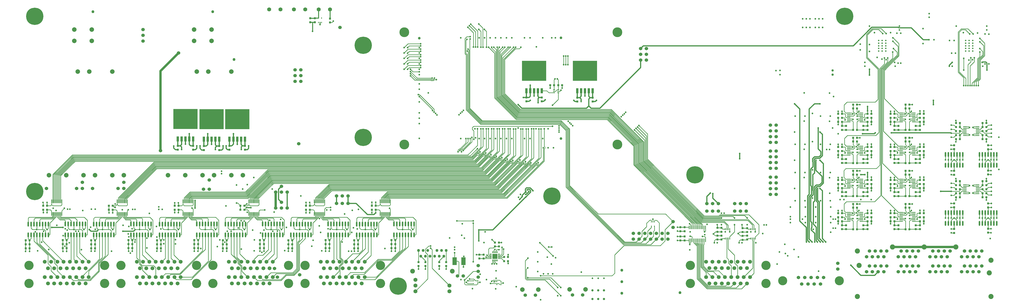
<source format=gbl>
G04*
G04 #@! TF.GenerationSoftware,Altium Limited,Altium Designer,18.1.6 (161)*
G04*
G04 Layer_Physical_Order=4*
G04 Layer_Color=16711680*
%FSLAX25Y25*%
%MOIN*%
G70*
G01*
G75*
%ADD11C,0.02000*%
%ADD17C,0.01000*%
%ADD18C,0.01500*%
%ADD29R,0.03740X0.03740*%
%ADD30R,0.03740X0.03740*%
%ADD32R,0.07500X0.13500*%
%ADD35R,0.01654X0.03500*%
%ADD45O,0.02362X0.08661*%
%ADD53R,0.01181X0.06299*%
%ADD55C,0.04000*%
%ADD95C,0.03000*%
%ADD97C,0.30000*%
%ADD98C,0.06700*%
%ADD99C,0.16000*%
%ADD100C,0.07874*%
%ADD101C,0.07000*%
%ADD102C,0.05000*%
%ADD103C,0.08200*%
%ADD104C,0.06000*%
%ADD105C,0.15748*%
%ADD106C,0.04598*%
%ADD107C,0.17000*%
%ADD108C,0.03937*%
%ADD109C,0.08858*%
%ADD110C,0.04000*%
%ADD111C,0.02500*%
%ADD112C,0.02598*%
%ADD113R,0.01968X0.01575*%
%ADD114R,0.01575X0.01968*%
%ADD115R,0.04200X0.09000*%
%ADD116R,0.42000X0.35000*%
%ADD117R,0.06496X0.01181*%
%ADD118R,0.03347X0.01575*%
%ADD119R,0.09055X0.09055*%
%ADD120O,0.03740X0.01181*%
%ADD121O,0.01181X0.03740*%
%ADD122O,0.01181X0.06890*%
D11*
X1362600Y105400D02*
Y130024D01*
Y105400D02*
X1363000Y105000D01*
X1365200Y107586D02*
Y184738D01*
Y107586D02*
X1367786Y105000D01*
X1367800Y109771D02*
Y183661D01*
Y109771D02*
X1372571Y105000D01*
X1371500Y125610D02*
X1377357Y119753D01*
Y105000D02*
Y119753D01*
X1380200Y106943D02*
Y130500D01*
Y106943D02*
X1382143Y105000D01*
X1382800Y109128D02*
Y173139D01*
Y109128D02*
X1386928Y105000D01*
X1385400Y111314D02*
Y174216D01*
Y111314D02*
X1391714Y105000D01*
X1390600Y110900D02*
Y193900D01*
Y110900D02*
X1396500Y105000D01*
X390600Y164500D02*
X390700Y164600D01*
X996307Y348807D02*
X998500Y351000D01*
X991788Y348807D02*
X996307D01*
X959000Y351000D02*
X961193Y348807D01*
X964988D01*
X906653Y349153D02*
X909500Y352000D01*
X903402Y349153D02*
X906653D01*
X881456D02*
X883302Y351000D01*
X876602Y349153D02*
X881456D01*
X264500Y267900D02*
Y271346D01*
Y267900D02*
X267247Y265154D01*
X271341D01*
X394500Y267500D02*
Y272000D01*
X392307Y265307D02*
X394500Y267500D01*
X388000Y265307D02*
X392307D01*
X355500Y267500D02*
Y272000D01*
Y267500D02*
X357693Y265307D01*
X361197D01*
X350000Y267000D02*
Y272000D01*
X347654Y264653D02*
X350000Y267000D01*
X343500Y264653D02*
X347654D01*
X310000Y267500D02*
Y272000D01*
Y267500D02*
X312846Y264653D01*
X316700D01*
X304500Y267500D02*
Y272000D01*
X302153Y265154D02*
X304500Y267500D01*
X298141Y265154D02*
X302153D01*
X367900Y283565D02*
Y293000D01*
X291441Y284000D02*
Y293000D01*
X323400Y283565D02*
Y293000D01*
X381600Y265500D02*
Y270045D01*
X383554Y272000D01*
X388000D02*
Y283565D01*
X381300Y274254D02*
X383554Y272000D01*
X388000D01*
X381300Y274254D02*
Y283565D01*
X367900Y274946D02*
Y283565D01*
X364953Y272000D02*
X367900Y274946D01*
X361197Y272000D02*
X364953D01*
X361197Y283562D02*
X361200Y283565D01*
X361197Y272000D02*
Y283562D01*
X278000Y265500D02*
Y269693D01*
X336800Y265500D02*
Y269146D01*
X339000Y271346D01*
X343500D02*
Y283565D01*
X339000Y271346D02*
X343500D01*
X336800Y273547D02*
X339000Y271346D01*
X336800Y273547D02*
Y283565D01*
X323400Y273900D02*
Y283565D01*
X320847Y271346D02*
X323400Y273900D01*
X316700Y271346D02*
X320847D01*
X316700D02*
Y283565D01*
X275847Y271847D02*
X278000Y269693D01*
X883302Y367653D02*
Y377067D01*
X871500Y355847D02*
X876602D01*
X896702Y357861D02*
Y360000D01*
Y367653D01*
X897002Y347000D02*
Y354132D01*
X898717Y355847D01*
X896702Y357861D02*
X898717Y355847D01*
X903402D01*
X883302Y357802D02*
Y367653D01*
X881347Y355847D02*
X883302Y357802D01*
X876602Y355847D02*
X881347D01*
X876602D02*
Y367653D01*
X971688Y357694D02*
Y360000D01*
Y367653D01*
Y350000D02*
Y353306D01*
Y348166D02*
Y350000D01*
X969494Y355500D02*
X971688Y353306D01*
X1668408Y417408D02*
X1674438D01*
X1668000Y417000D02*
X1668408Y417408D01*
X1674438D02*
X1676500Y415346D01*
Y403500D02*
Y415346D01*
X1611000Y412000D02*
X1616000Y417000D01*
X1611000Y410307D02*
Y412000D01*
X1247130Y249630D02*
Y258630D01*
X1247000Y249500D02*
X1247130Y249630D01*
X881000Y192116D02*
Y193000D01*
X1200500Y181000D02*
X1210000Y171500D01*
X1200500Y181000D02*
Y188700D01*
X876384Y187500D02*
X881000Y192116D01*
X875500Y187500D02*
X876384D01*
X390700Y164600D02*
X398500D01*
X390500D02*
X390600Y164500D01*
X1472500Y395000D02*
Y404859D01*
X884100Y191539D02*
Y194284D01*
X882284Y196100D02*
X884100Y194284D01*
X879009Y196100D02*
X882284D01*
X878000Y195091D02*
X879009Y196100D01*
X875561Y183000D02*
X884100Y191539D01*
X875500Y183000D02*
X875561D01*
X818500Y126000D02*
X875500Y183000D01*
X794000Y126000D02*
X818500D01*
X794000Y107000D02*
Y126000D01*
X985088Y341288D02*
X989177Y337200D01*
X981000D02*
X985088Y341288D01*
Y353287D01*
X987301Y355500D01*
X964988D02*
Y367653D01*
X969494Y355500D02*
X971688Y357694D01*
X964988Y355500D02*
X969494D01*
X985088Y357713D02*
X987301Y355500D01*
X991788D02*
Y367653D01*
X985088Y357713D02*
Y367653D01*
X987301Y355500D02*
X991788D01*
X978388Y358653D02*
Y367653D01*
X890002Y358653D02*
Y367653D01*
X374600Y274565D02*
Y283565D01*
X330100Y274565D02*
Y283565D01*
X278041Y274041D02*
Y284000D01*
X275847Y271847D02*
X278041Y274041D01*
X271341Y271847D02*
X275847D01*
X271341D02*
Y284000D01*
X291441Y274059D02*
Y284000D01*
Y274059D02*
X293653Y271847D01*
X298141D01*
Y284000D01*
X284741Y275000D02*
Y284000D01*
X301500Y164000D02*
Y177000D01*
X1565807Y456193D02*
X1575653D01*
X1545100Y476900D02*
X1565807Y456193D01*
X1523216Y476900D02*
X1545100D01*
X1522416Y477700D02*
X1523216Y476900D01*
X1476467Y477700D02*
X1522416D01*
X1079600Y445600D02*
X1444367D01*
X1476467Y477700D01*
X1075000Y441000D02*
X1079600Y445600D01*
X989177Y337200D02*
X1004500D01*
X1075000Y407700D01*
Y421000D01*
X611900Y152400D02*
X615000Y155500D01*
X600753Y152400D02*
X611900D01*
X581153Y172000D02*
X600753Y152400D01*
X567000Y172000D02*
X581153D01*
X566983Y172017D02*
X567000Y172000D01*
X566983Y172017D02*
Y185000D01*
X546983Y172017D02*
X547000Y172000D01*
X546983Y172017D02*
Y185000D01*
X869500Y183500D02*
Y184000D01*
X865000Y179000D02*
X869500Y183500D01*
X875116Y191500D02*
X876000D01*
X869500Y185884D02*
X875116Y191500D01*
X869500Y184000D02*
Y185884D01*
X888000Y194000D02*
Y194061D01*
X883361Y198700D02*
X888000Y194061D01*
X876816Y198700D02*
X883361D01*
X874900Y196784D02*
X876816Y198700D01*
X874900Y192600D02*
Y196784D01*
Y192600D02*
X876000Y191500D01*
X1190000Y184000D02*
X1196000Y190000D01*
X1190000Y171500D02*
Y184000D01*
X446500Y196499D02*
X451500Y201499D01*
X446500Y179000D02*
Y196499D01*
Y179000D02*
X451500Y174000D01*
X461500Y164000D02*
Y191499D01*
X862500Y343500D02*
X868800Y337200D01*
X981000D01*
X1342500Y345000D02*
X1351500Y336000D01*
Y141124D02*
X1362600Y130024D01*
X1351500Y141124D02*
Y336000D01*
X1583500Y343500D02*
Y351000D01*
X1596000Y193000D02*
X1614500D01*
X1377000Y345000D02*
X1386500D01*
X1367800Y335800D02*
X1377000Y345000D01*
X1367800Y187338D02*
Y335800D01*
X1365200Y184738D02*
X1367800Y187338D01*
X1468970Y217307D02*
X1469163Y217500D01*
Y225500D01*
X1382500Y177116D02*
X1385400Y174216D01*
X1382500Y177116D02*
Y198000D01*
X1457500Y222000D02*
X1464500D01*
X1386500Y198000D02*
X1390600Y193900D01*
X1392500Y207100D02*
Y241000D01*
X1386500Y247000D02*
X1392500Y241000D01*
X1386500Y201100D02*
X1392500Y207100D01*
X1381216Y201100D02*
X1386500D01*
X1379400Y199284D02*
X1381216Y201100D01*
X1379900Y176039D02*
X1382800Y173139D01*
X1379400Y196716D02*
X1379900Y196216D01*
X1379400Y196716D02*
Y199284D01*
X1379900Y176039D02*
Y196216D01*
X1469163Y340063D02*
X1469200Y340100D01*
X1469163Y332500D02*
Y340063D01*
X1468970Y332307D02*
X1469000Y332337D01*
X1386500Y222400D02*
X1389900Y219000D01*
X1386216Y222400D02*
X1386500D01*
X1385423Y203700D02*
X1389900Y208177D01*
Y219000D01*
X1379500Y229116D02*
X1386216Y222400D01*
X1379500Y229116D02*
Y247000D01*
X1380139Y203700D02*
X1385423D01*
X1375000Y135700D02*
X1380200Y130500D01*
X1376800Y200361D02*
X1380139Y203700D01*
X1376800Y195639D02*
X1377300Y195139D01*
X1376800Y195639D02*
Y200361D01*
X1375000Y173739D02*
X1377300Y176039D01*
Y195139D01*
X1375000Y135700D02*
Y173739D01*
X1388000Y255777D02*
Y261750D01*
X1384923Y252700D02*
X1388000Y255777D01*
X1383400Y302900D02*
X1383500Y303000D01*
X1383400Y266350D02*
X1388000Y261750D01*
X1383400Y266350D02*
Y302900D01*
X1377139Y252700D02*
X1384923D01*
X1373800Y249361D02*
X1377139Y252700D01*
X1373800Y244639D02*
Y249361D01*
Y244639D02*
X1374300Y244139D01*
X1370400Y231584D02*
X1374300Y235484D01*
Y244139D01*
X1371600Y187461D02*
Y201500D01*
X1370400Y202700D02*
X1371600Y201500D01*
X1370400Y202700D02*
Y231584D01*
X1367800Y183661D02*
X1371600Y187461D01*
X1614000Y294500D02*
X1614500Y294000D01*
X1510500Y294500D02*
X1614000D01*
X1481016Y293000D02*
X1482516Y294500D01*
X1460500Y293000D02*
X1481016D01*
X1440000Y64500D02*
X1457500Y47000D01*
X1481457D01*
X1487516Y53059D01*
X1386500Y296000D02*
X1390600Y291900D01*
Y254700D02*
Y291900D01*
X1386000Y250100D02*
X1390600Y254700D01*
X1378216Y250100D02*
X1386000D01*
X1376400Y248284D02*
X1378216Y250100D01*
X1376400Y245716D02*
X1376900Y245216D01*
X1376400Y245716D02*
Y248284D01*
X1376900Y224400D02*
Y245216D01*
X1374200Y221700D02*
X1376900Y224400D01*
X1374200Y194562D02*
X1374700Y194062D01*
X1374200Y194562D02*
Y221700D01*
X1374700Y186884D02*
Y194062D01*
X1370400Y182584D02*
X1374700Y186884D01*
X1372400Y129900D02*
Y138500D01*
X1370400Y140500D02*
X1372400Y138500D01*
X1370400Y140500D02*
Y182584D01*
X1371500Y129000D02*
X1372400Y129900D01*
X1371500Y125610D02*
Y129000D01*
X194553Y123500D02*
X197554Y126500D01*
X176000Y123500D02*
X194553D01*
X133054Y125554D02*
Y126500D01*
X131000Y123500D02*
X133054Y125554D01*
X120571Y123500D02*
X131000D01*
X117571Y126500D02*
X120571Y123500D01*
X52500Y130289D02*
X72000D01*
D17*
X526372Y169358D02*
Y175425D01*
X508656Y170142D02*
Y175425D01*
Y153575D02*
Y158858D01*
X280349Y153575D02*
Y158858D01*
X166195Y153575D02*
Y158858D01*
X52042Y153575D02*
Y158858D01*
X922000Y342500D02*
X932051Y352551D01*
Y364094D01*
X1636000Y403500D02*
Y424000D01*
X539307Y486307D02*
X541500Y488500D01*
X535685Y486307D02*
X539307D01*
X392361Y161000D02*
X394695Y158665D01*
Y153575D02*
Y158665D01*
X386900Y161000D02*
X390500Y164600D01*
X278207Y161000D02*
X280349Y158858D01*
X272593Y161000D02*
X278207D01*
X386900D02*
X392361D01*
X272593Y156093D02*
Y161000D01*
X164053D02*
X166195Y158858D01*
X272500Y156000D02*
X272593Y156093D01*
X158286Y155714D02*
Y161000D01*
X49900D02*
X52042Y158858D01*
X158400Y161000D02*
X164053D01*
X44479Y156021D02*
Y161000D01*
X49900D01*
X44479Y156021D02*
X44500Y156000D01*
X158286Y155714D02*
X158500Y155500D01*
X924658Y386500D02*
X926311Y388154D01*
X924658Y377153D02*
Y386500D01*
X924571Y377067D02*
X924658Y377153D01*
X924571Y369213D02*
Y377067D01*
X640526Y169358D02*
Y175425D01*
X622809Y170142D02*
Y175425D01*
X615000Y174000D02*
X615014Y173986D01*
X622809Y170142D02*
X624951Y168000D01*
X620668D02*
X622809Y170142D01*
X639168Y168000D02*
X640526Y169358D01*
X624951Y168000D02*
X639168D01*
X615014D02*
Y173986D01*
Y168000D02*
X620668D01*
X525014D02*
X526372Y169358D01*
X1251000Y129847D02*
Y135000D01*
X1208500Y129347D02*
Y134500D01*
X1208000Y135000D02*
X1208500Y134500D01*
X1261559Y127287D02*
X1266500D01*
X1260000Y128847D02*
X1261559Y127287D01*
X1208500Y129347D02*
X1215500D01*
X1151500Y130347D02*
X1159102D01*
X1144000D02*
X1151500D01*
X1159102D02*
X1159425Y130024D01*
X1251000Y129847D02*
X1252000Y128847D01*
X1260000D01*
X1215500Y129347D02*
X1217559Y127287D01*
X1222000D01*
X1139153Y130347D02*
X1144000D01*
X1139000Y130500D02*
X1139153Y130347D01*
X500500Y173500D02*
X500707Y173293D01*
X412412Y169551D02*
Y175425D01*
X394695Y169949D02*
Y175425D01*
X298105Y169398D02*
Y175425D01*
X506514Y168000D02*
X508656Y170142D01*
X510798Y168000D01*
X525014D01*
X500861D02*
X506514D01*
X500707D02*
Y173293D01*
X394695Y169949D02*
X396644Y168000D01*
X410861D02*
X412412Y169551D01*
X396644Y168000D02*
X410861D01*
X389900Y171000D02*
X391500D01*
X392746Y168000D02*
X394695Y169949D01*
X386900Y168000D02*
X392746D01*
X386900D02*
X389900Y171000D01*
X280388Y170102D02*
X282490Y168000D01*
X296707D02*
X298105Y169398D01*
X282490Y168000D02*
X296707D01*
X280388Y170102D02*
Y175425D01*
X272500Y173000D02*
X272593Y172907D01*
X183798Y169244D02*
Y175425D01*
X166081Y170256D02*
Y175425D01*
X272593Y168000D02*
Y172907D01*
X278286Y168000D02*
X280388Y170102D01*
X272593Y168000D02*
X278286D01*
X182554D02*
X183798Y169244D01*
X166081Y170256D02*
X168337Y168000D01*
X182554D01*
X164053D02*
Y168228D01*
X69991Y169591D02*
Y175425D01*
X164053Y168228D02*
X166081Y170256D01*
X68400Y168000D02*
X69991Y169591D01*
X54184Y168000D02*
X68400D01*
X52274Y169909D02*
Y175425D01*
X44479Y173479D02*
X44500Y173500D01*
X52274Y169909D02*
X54184Y168000D01*
X50365D02*
X52274Y169909D01*
X158286Y168000D02*
X161286Y165000D01*
X44479Y168000D02*
Y173479D01*
Y168000D02*
X50365D01*
X158400D02*
X164053D01*
X161286Y165000D02*
X162605D01*
X930311Y388154D02*
X931965Y386500D01*
Y377153D02*
X932051Y377067D01*
Y369213D02*
Y377067D01*
X929870Y369213D02*
X932051D01*
X931965Y377153D02*
Y386500D01*
X927311Y366653D02*
X929870Y369213D01*
X924571Y366653D02*
X927311D01*
X903402Y367653D02*
X912000D01*
X915559Y364094D01*
X924571D01*
X917965Y372342D02*
X918000Y372307D01*
X917965Y372342D02*
Y377153D01*
X752004Y71500D02*
Y86193D01*
X752000Y86197D02*
X752004Y86193D01*
X757000Y46000D02*
X759500Y48500D01*
Y70000D01*
X758000Y71500D02*
X759500Y70000D01*
X752004Y71500D02*
X758000D01*
X767500Y61500D02*
Y71500D01*
X183798Y159298D02*
X185500Y161000D01*
X183798Y153575D02*
Y159298D01*
X1160500Y100425D02*
Y102500D01*
X1160000Y136500D02*
X1161984Y134516D01*
Y130024D02*
Y134516D01*
X1208500Y109153D02*
X1215500D01*
X1205153D02*
X1208500D01*
X537514Y110756D02*
Y117205D01*
X532514Y110449D02*
Y117205D01*
Y110449D02*
X534861Y108102D01*
Y101102D02*
Y108102D01*
X473014Y110653D02*
Y117051D01*
X423361Y110756D02*
Y117205D01*
X468014Y110346D02*
Y117051D01*
Y110346D02*
X470361Y108000D01*
X420707Y108102D02*
X423361Y110756D01*
X418361Y110449D02*
Y117205D01*
X358861Y110653D02*
Y117051D01*
X420707Y101102D02*
Y108102D01*
X356207Y101000D02*
Y108000D01*
X470361Y101000D02*
Y108000D01*
X309207Y110756D02*
Y117205D01*
X353861Y110346D02*
Y117051D01*
X356207Y108000D02*
X358861Y110653D01*
X304207Y110449D02*
Y117205D01*
X306554Y108102D02*
X309207Y110756D01*
X195054D02*
Y117205D01*
X239707Y110346D02*
Y117051D01*
X244707Y110653D02*
Y117051D01*
X242054Y108000D02*
X244707Y110653D01*
X306554Y101102D02*
Y108102D01*
X190053Y110449D02*
X192400Y108102D01*
X242054Y101000D02*
Y108000D01*
X192400Y101102D02*
Y108102D01*
X190053Y110449D02*
Y117205D01*
X13863Y108116D02*
X16632Y110886D01*
X13747Y108000D02*
X13863Y108116D01*
X13747Y101000D02*
Y108000D01*
X13979Y88500D02*
Y94000D01*
X689000Y360815D02*
X691083D01*
X716463Y335435D01*
X509400Y493347D02*
X509794Y493740D01*
X1679500Y146500D02*
X1683500Y142500D01*
X1677500Y146500D02*
X1678500D01*
X1679500D01*
X1673500Y142500D02*
X1677500Y146500D01*
X1619500D02*
X1620500D01*
X1614500Y142500D02*
X1618500Y146500D01*
X1619500D01*
X1683500Y137102D02*
Y142500D01*
X1673500Y137102D02*
Y142500D01*
X1620500Y146500D02*
X1624500Y142500D01*
Y137102D02*
Y142500D01*
X1614500Y137102D02*
Y142500D01*
X1679500Y247500D02*
X1683500Y243500D01*
X1677500Y247500D02*
X1678500D01*
X1679500D01*
X1673500Y243500D02*
X1677500Y247500D01*
X1620500D02*
X1624500Y243500D01*
X1614500D02*
X1618500Y247500D01*
X1619500D02*
X1620500D01*
X1618500D02*
X1619500D01*
X1673500Y238102D02*
Y243500D01*
X1683500Y238102D02*
Y243500D01*
X1624500Y238102D02*
Y243500D01*
X1614500Y238102D02*
Y243500D01*
X1556163Y320500D02*
X1559970D01*
X1555163Y319500D02*
X1556163Y320500D01*
X1555163Y317000D02*
Y319500D01*
X1556163Y263000D02*
X1559970D01*
X1465163Y320500D02*
X1468970D01*
X1464163Y319500D02*
X1465163Y320500D01*
Y263000D02*
X1468970D01*
X1464163Y317000D02*
Y319500D01*
X1555163Y262000D02*
X1556163Y263000D01*
X1555163Y259500D02*
Y262000D01*
X1464163D02*
X1465163Y263000D01*
X1464163Y259500D02*
Y262000D01*
X1556163Y205500D02*
X1559970D01*
X1555163Y204500D02*
X1556163Y205500D01*
X1555163Y202000D02*
Y204500D01*
X1556163Y148000D02*
X1559970D01*
X1465163Y205500D02*
X1468970D01*
X1464163Y204500D02*
X1465163Y205500D01*
Y148000D02*
X1468970D01*
X1464163Y202000D02*
Y204500D01*
X1555163Y147000D02*
X1556163Y148000D01*
X1555163Y144500D02*
Y147000D01*
X1464163D02*
X1465163Y148000D01*
X1464163Y144500D02*
Y147000D01*
X1659976Y196500D02*
X1668653D01*
X1672153Y193000D01*
X1659925Y196551D02*
X1659976Y196500D01*
X1678500Y127847D02*
Y137102D01*
X1683347Y127847D02*
X1683500Y128000D01*
X1672153Y193000D02*
X1684000D01*
X1678500Y127847D02*
X1683347D01*
X1619500Y127347D02*
Y137102D01*
X1614500Y127500D02*
X1614654Y127347D01*
X1619500D01*
X1638024Y196500D02*
X1638075Y196551D01*
X1629346Y193846D02*
Y196500D01*
X1638024D01*
X1628500Y193000D02*
X1629346Y193846D01*
X1614500Y193000D02*
X1628500D01*
X1614153Y165154D02*
X1619500D01*
X1678500Y165000D02*
X1684000D01*
X1678500Y156000D02*
Y165000D01*
X1614000D02*
X1614153Y165154D01*
X1619500Y156000D02*
Y165154D01*
X1559970Y217307D02*
X1560163Y217500D01*
X1559970Y212500D02*
Y217307D01*
X1555663Y212500D02*
X1559970D01*
X1554663Y211500D02*
X1555663Y212500D01*
X1554663Y207000D02*
Y211500D01*
X1553698Y206035D02*
X1554663Y207000D01*
X1549242Y206035D02*
X1553698D01*
X1468970Y212500D02*
Y217307D01*
Y159807D02*
X1469163Y160000D01*
X1464663Y212500D02*
X1468970D01*
X1463663Y211500D02*
X1464663Y212500D01*
X1463663Y207000D02*
Y211500D01*
X1559970Y159807D02*
X1560163Y160000D01*
X1559970Y155000D02*
Y159807D01*
X1555663Y155000D02*
X1559970D01*
X1554663Y154000D02*
X1555663Y155000D01*
X1553698Y148535D02*
X1554663Y149500D01*
Y154000D01*
X1549242Y148535D02*
X1553698D01*
X1468970Y155000D02*
Y159807D01*
X1464663Y155000D02*
X1468970D01*
X1463663Y154000D02*
X1464663Y155000D01*
X1462698Y148535D02*
X1463663Y149500D01*
Y154000D01*
X1462698Y206035D02*
X1463663Y207000D01*
X1458242Y206035D02*
X1462698D01*
X1458242Y148535D02*
X1462698D01*
X1520663Y212500D02*
X1521663Y211500D01*
X1515663Y212500D02*
X1520663D01*
X1522628Y206035D02*
X1527392D01*
X1521663Y207000D02*
Y211500D01*
Y207000D02*
X1522628Y206035D01*
X1515663Y212500D02*
Y217000D01*
X1431628Y206035D02*
X1436392D01*
X1430663Y207000D02*
Y211500D01*
X1429663Y212500D02*
X1430663Y211500D01*
Y207000D02*
X1431628Y206035D01*
X1521663Y149500D02*
Y154000D01*
X1520663Y155000D02*
X1521663Y154000D01*
Y149500D02*
X1522628Y148535D01*
X1515663Y155000D02*
X1520663D01*
X1515663D02*
Y159500D01*
X1522628Y148535D02*
X1527392D01*
X1430663Y149500D02*
X1431628Y148535D01*
X1430663Y149500D02*
Y154000D01*
X1424663Y155000D02*
X1429663D01*
X1430663Y154000D01*
X1431628Y148535D02*
X1436392D01*
X1424663Y212500D02*
Y217000D01*
Y212500D02*
X1429663D01*
X1424663Y155000D02*
Y159500D01*
X1520663Y327500D02*
X1521663Y326500D01*
X1515663Y327500D02*
X1520663D01*
X1522628Y321035D02*
X1527392D01*
X1521663Y322000D02*
X1522628Y321035D01*
X1521663Y322000D02*
Y326500D01*
X1515663Y270000D02*
X1520663D01*
X1515663Y327500D02*
Y332000D01*
X1429663Y327500D02*
X1430663Y326500D01*
X1424663Y327500D02*
Y332000D01*
Y327500D02*
X1429663D01*
X1431628Y321035D02*
X1436392D01*
X1515663Y270000D02*
Y274500D01*
X1430663Y322000D02*
X1431628Y321035D01*
X1430663Y322000D02*
Y326500D01*
X1424663Y270000D02*
Y274500D01*
X1520663Y270000D02*
X1521663Y269000D01*
Y264500D02*
Y269000D01*
X1429663Y270000D02*
X1430663Y269000D01*
X1424663Y270000D02*
X1429663D01*
X1430663Y264500D02*
Y269000D01*
X1522628Y263535D02*
X1527392D01*
X1521663Y264500D02*
X1522628Y263535D01*
X1430663Y264500D02*
X1431628Y263535D01*
X1436392D01*
X1559970Y332307D02*
X1560163Y332500D01*
X1559970Y327500D02*
Y332307D01*
X1555663Y327500D02*
X1559970D01*
X1554663Y326500D02*
X1555663Y327500D01*
X1559970Y274807D02*
X1560163Y275000D01*
X1554663Y322000D02*
Y326500D01*
X1553698Y321035D02*
X1554663Y322000D01*
X1549242Y321035D02*
X1553698D01*
X1468970Y327500D02*
Y332307D01*
X1464663Y327500D02*
X1468970D01*
X1463663Y326500D02*
X1464663Y327500D01*
X1468970Y274807D02*
X1469163Y275000D01*
X1463663Y322000D02*
Y326500D01*
X1462698Y321035D02*
X1463663Y322000D01*
X1458242Y321035D02*
X1462698D01*
X1559970Y270000D02*
Y274807D01*
X1555663Y270000D02*
X1559970D01*
X1554663Y269000D02*
X1555663Y270000D01*
X1468970D02*
Y274807D01*
X1554663Y264500D02*
Y269000D01*
X1464663Y270000D02*
X1468970D01*
X1463663Y269000D02*
X1464663Y270000D01*
X1463663Y264500D02*
Y269000D01*
X1553698Y263535D02*
X1554663Y264500D01*
X1549242Y263535D02*
X1553698D01*
X1462698D02*
X1463663Y264500D01*
X1458242Y263535D02*
X1462698D01*
X1668653Y297500D02*
X1672153Y294000D01*
X1683347Y228847D02*
X1683500Y229000D01*
X1672153Y294000D02*
X1684000D01*
X1678500Y228847D02*
Y238102D01*
X1659976Y297500D02*
X1668653D01*
X1659925Y297551D02*
X1659976Y297500D01*
X1619500Y228346D02*
Y238102D01*
X1678500Y228847D02*
X1683347D01*
X1614654Y228346D02*
X1619500D01*
X1614500Y228500D02*
X1614654Y228346D01*
X1638024Y297500D02*
X1638075Y297551D01*
X1629346Y294847D02*
Y297500D01*
X1638024D01*
X1628500Y294000D02*
X1629346Y294847D01*
X1614500Y294000D02*
X1628500D01*
X1614153Y266154D02*
X1619500D01*
X1678500Y266000D02*
X1684000D01*
X1678500Y257000D02*
Y266000D01*
X1619500Y257000D02*
Y266154D01*
X1614000Y266000D02*
X1614153Y266154D01*
X915500Y96051D02*
X920714D01*
X785000Y306000D02*
X922000D01*
X782565Y303565D02*
X785000Y306000D01*
X782565Y300500D02*
Y303565D01*
Y300500D02*
X785264Y297802D01*
Y283154D02*
Y297802D01*
X767000Y264000D02*
X782000Y279000D01*
Y286500D01*
X562514Y117205D02*
Y124500D01*
X547514Y126500D02*
Y136102D01*
X493014Y126500D02*
Y135949D01*
X483014Y126500D02*
Y135949D01*
X443361Y126500D02*
Y136102D01*
X433361Y126500D02*
Y136102D01*
X423361Y129000D02*
Y136102D01*
X383861Y117051D02*
Y124500D01*
X368861Y126500D02*
Y135949D01*
X358861Y129000D02*
Y135949D01*
X329207Y126500D02*
Y136102D01*
X319207Y126500D02*
Y136102D01*
X269707Y117051D02*
Y124500D01*
X264707Y126500D02*
Y135949D01*
X254707Y126500D02*
Y135949D01*
X220054Y117205D02*
Y124500D01*
X205053Y126500D02*
Y136102D01*
X155553Y117051D02*
Y124500D01*
X150554Y126500D02*
Y135949D01*
X140553Y126500D02*
Y135949D01*
X100900Y126500D02*
Y136102D01*
X90900Y126500D02*
Y136102D01*
X80900Y129000D02*
Y136102D01*
X713863Y333137D02*
Y334358D01*
X690831Y357390D02*
X713863Y334358D01*
X716409Y330591D02*
X716463Y330646D01*
Y335435D01*
X1085300Y248168D02*
Y288882D01*
Y248168D02*
X1184868Y148600D01*
X1069591Y304591D02*
X1085300Y288882D01*
X1213760Y150700D02*
X1255800D01*
X1211660Y148600D02*
X1213760Y150700D01*
X1255800D02*
X1260000Y146500D01*
X1184868Y148600D02*
X1211660D01*
X1072137Y307137D02*
X1086900Y292373D01*
X1213098Y152300D02*
X1263200D01*
X1086900Y248831D02*
Y292373D01*
X1280500Y120000D02*
Y135000D01*
X1263200Y152300D02*
X1280500Y135000D01*
X1274177Y113677D02*
X1280500Y120000D01*
X1210998Y150200D02*
X1213098Y152300D01*
X1086900Y248831D02*
X1185530Y150200D01*
X1274177Y110711D02*
Y113677D01*
X1185530Y150200D02*
X1210998D01*
X1235400Y149100D02*
X1238000Y146500D01*
Y122500D02*
Y135000D01*
X1229677Y114177D02*
X1238000Y122500D01*
X1229677Y110711D02*
Y114177D01*
X1212323Y147000D02*
X1214423Y149100D01*
X1235400D01*
X1184205Y147000D02*
X1212323D01*
X1214400Y145400D02*
X1215500Y146500D01*
X1183542Y145400D02*
X1214400D01*
X1067046Y302046D02*
X1083700Y285391D01*
Y247505D02*
Y285391D01*
X1064500Y299500D02*
X1082100Y281900D01*
X1083700Y247505D02*
X1184205Y147000D01*
X1082100Y246842D02*
Y281900D01*
Y246842D02*
X1183542Y145400D01*
X948730Y413000D02*
Y428000D01*
X941530Y413000D02*
Y428000D01*
X945130Y413000D02*
Y428000D01*
X827800Y357861D02*
Y441000D01*
X829583Y442783D01*
Y443237D01*
X821400Y355210D02*
Y432837D01*
X811000Y443237D02*
X821400Y432837D01*
X823000Y355873D02*
Y435172D01*
X816535Y441637D02*
X823000Y435172D01*
X816535Y441637D02*
Y443237D01*
X824600Y356535D02*
Y438772D01*
X820135Y443237D02*
X824600Y438772D01*
X839000Y362500D02*
Y421968D01*
X857669Y440637D01*
X864554D01*
X867153Y443237D01*
X837400Y361837D02*
Y422631D01*
X857930Y443160D01*
Y443237D01*
X835800Y361175D02*
Y424708D01*
X854330Y443237D01*
X834200Y360512D02*
Y428879D01*
X848481Y443160D01*
Y443237D01*
X832600Y430956D02*
X844881Y443237D01*
X831000Y435000D02*
X839032Y443032D01*
Y443237D01*
X829400Y437205D02*
X835432Y443237D01*
X825983D02*
X826200Y443021D01*
X1080500Y246180D02*
Y278790D01*
X1182880Y143800D02*
X1262116D01*
X1024190Y335100D02*
X1080500Y278790D01*
X1271618Y127287D02*
Y134298D01*
X1080500Y246180D02*
X1182880Y143800D01*
X1262116D02*
X1271618Y134298D01*
X839000Y362500D02*
X866400Y335100D01*
X1024190D01*
X1078900Y245517D02*
Y278127D01*
X1182217Y142200D02*
X1261453D01*
X865737Y333500D02*
X1023527D01*
X1078900Y278127D01*
X1269059Y127287D02*
Y134594D01*
X1078900Y245517D02*
X1182217Y142200D01*
X1261453D02*
X1269059Y134594D01*
X837400Y361837D02*
X865737Y333500D01*
X1077300Y244854D02*
Y277465D01*
X1181554Y140600D02*
X1220520D01*
X865075Y331900D02*
X1022865D01*
X1077300Y277465D01*
X1227118Y127287D02*
Y134002D01*
X1077300Y244854D02*
X1181554Y140600D01*
X1220520D02*
X1227118Y134002D01*
X835800Y361175D02*
X865075Y331900D01*
X1075700Y244191D02*
Y276802D01*
X1180891Y139000D02*
X1219857D01*
X864412Y330300D02*
X1022202D01*
X1075700Y276802D01*
X1224559Y127287D02*
Y134298D01*
X1075700Y244191D02*
X1180891Y139000D01*
X1219857D02*
X1224559Y134298D01*
X834200Y360512D02*
X864412Y330300D01*
X1021539Y328700D02*
X1074100Y276139D01*
Y243529D02*
Y276139D01*
X863749Y328700D02*
X1021539D01*
X1182457Y130024D02*
Y135172D01*
X1074100Y243529D02*
X1182457Y135172D01*
X832600Y359849D02*
Y430956D01*
Y359849D02*
X863749Y328700D01*
X1020876Y327100D02*
X1072500Y275476D01*
Y242866D02*
Y275476D01*
X863086Y327100D02*
X1020876D01*
X1179898Y130024D02*
Y135468D01*
X1072500Y242866D02*
X1179898Y135468D01*
X831000Y359186D02*
Y435000D01*
Y359186D02*
X863086Y327100D01*
X1016900Y317500D02*
X1062900Y271500D01*
Y238889D02*
Y271500D01*
X859110Y317500D02*
X1016900D01*
X1164543Y130024D02*
Y137246D01*
X1062900Y238889D02*
X1164543Y137246D01*
X821400Y355210D02*
X859110Y317500D01*
X1017563Y319100D02*
X1064500Y272163D01*
Y239552D02*
Y272163D01*
X859773Y319100D02*
X1017563D01*
X1167102Y130024D02*
Y136950D01*
X1064500Y239552D02*
X1167102Y136950D01*
X823000Y355873D02*
X859773Y319100D01*
X1018225Y320700D02*
X1066100Y272826D01*
Y240215D02*
Y272826D01*
X860435Y320700D02*
X1018225D01*
X1169661Y130024D02*
Y136653D01*
X1066100Y240215D02*
X1169661Y136653D01*
X824600Y356535D02*
X860435Y320700D01*
X1018888Y322300D02*
X1067700Y273488D01*
Y240878D02*
Y273488D01*
X861098Y322300D02*
X1018888D01*
X1172221Y130024D02*
Y136357D01*
X1067700Y240878D02*
X1172221Y136357D01*
X826200Y357198D02*
Y443021D01*
Y357198D02*
X861098Y322300D01*
X1019551Y323900D02*
X1069300Y274151D01*
Y241540D02*
Y274151D01*
X861761Y323900D02*
X1019551D01*
X1174780Y130024D02*
Y136061D01*
X1069300Y241540D02*
X1174780Y136061D01*
X827800Y357861D02*
X861761Y323900D01*
X1020214Y325500D02*
X1070900Y274814D01*
Y242203D02*
Y274814D01*
X862424Y325500D02*
X1020214D01*
X1177339Y130024D02*
Y135765D01*
X1070900Y242203D02*
X1177339Y135765D01*
X829400Y358524D02*
Y437205D01*
Y358524D02*
X862424Y325500D01*
X842961Y181000D02*
X907600Y245639D01*
Y266423D01*
X908600Y267423D01*
Y270211D01*
X907873Y270938D02*
X908600Y270211D01*
X907873Y270938D02*
Y301500D01*
X842298Y182600D02*
X906000Y246302D01*
Y268500D01*
X636589Y179826D02*
X639363Y182600D01*
X636589Y175425D02*
Y179826D01*
X638557Y179532D02*
X640026Y181000D01*
X638557Y175425D02*
Y179532D01*
X640026Y181000D02*
X842961D01*
X639363Y182600D02*
X842298D01*
X897000Y239564D02*
Y243000D01*
X895411Y237975D02*
X897000Y239564D01*
X892582Y237975D02*
X895411D01*
X838807Y184200D02*
X892582Y237975D01*
X892920Y240575D02*
X894334D01*
X838144Y185800D02*
X892920Y240575D01*
X837482Y187400D02*
X902024Y251943D01*
Y301275D01*
X898424Y250605D02*
Y301275D01*
X836819Y189000D02*
X898424Y250605D01*
X634620Y180120D02*
X638700Y184200D01*
X634620Y175425D02*
Y180120D01*
X632652Y180414D02*
X638038Y185800D01*
X632652Y175425D02*
Y180414D01*
X630683Y180708D02*
X637375Y187400D01*
X630683Y175425D02*
Y180708D01*
X628715Y175425D02*
Y181003D01*
X636712Y189000D01*
X638700Y184200D02*
X838807D01*
X638038Y185800D02*
X838144D01*
X637375Y187400D02*
X837482D01*
X636712Y189000D02*
X836819D01*
X884500Y238944D02*
Y242500D01*
X882971Y237415D02*
X884500Y238944D01*
X880143Y237415D02*
X882971D01*
X833328Y190600D02*
X880143Y237415D01*
X880480Y240015D02*
X881894D01*
X832665Y192200D02*
X880480Y240015D01*
X624778Y175425D02*
Y181591D01*
X635387Y192200D01*
X626746Y181297D02*
X636050Y190600D01*
X626746Y175425D02*
Y181297D01*
X636050Y190600D02*
X833328D01*
X635387Y192200D02*
X832665D01*
X832002Y193800D02*
X889426Y251223D01*
Y301500D01*
X831340Y195400D02*
X885826Y249886D01*
Y301500D01*
X522282Y175425D02*
Y179822D01*
X537860Y195400D01*
X524250Y175425D02*
Y179469D01*
X538581Y193800D01*
X832002D01*
X537860Y195400D02*
X831340D01*
X875000Y241323D02*
Y244500D01*
X873077Y239400D02*
X875000Y241323D01*
X870128Y239400D02*
X873077D01*
X827728Y197000D02*
X870128Y239400D01*
X870465Y242000D02*
X872000D01*
X827065Y198600D02*
X870465Y242000D01*
X537197Y197000D02*
X827728D01*
X536535Y198600D02*
X827065D01*
X826402Y200200D02*
X879977Y253775D01*
Y301275D01*
X825740Y201800D02*
X876377Y252437D01*
Y301275D01*
X535872Y200200D02*
X826402D01*
X535209Y201800D02*
X825740D01*
X865500Y243823D02*
Y247500D01*
X863506Y241829D02*
X865500Y243823D01*
X860671Y241829D02*
X863506D01*
X822243Y203400D02*
X860671Y241829D01*
X861080Y244500D02*
X862500D01*
X821580Y205000D02*
X861080Y244500D01*
X820917Y206600D02*
X870528Y256211D01*
Y301275D01*
X820254Y208200D02*
X866928Y254874D01*
Y301275D01*
X408475Y175425D02*
Y179737D01*
X436937Y208200D01*
X410443Y175425D02*
Y179443D01*
X437600Y206600D01*
X820917D01*
X436937Y208200D02*
X820254D01*
X853000Y243208D02*
Y246500D01*
X851339Y241547D02*
X853000Y243208D01*
X848510Y241547D02*
X851339D01*
X816763Y209800D02*
X848510Y241547D01*
X435612Y211400D02*
X816101D01*
X848848Y244147D02*
X850262D01*
X816101Y211400D02*
X848848Y244147D01*
X815438Y213000D02*
X857930Y255492D01*
Y301275D01*
X814775Y214600D02*
X854330Y254155D01*
Y301275D01*
X434949Y213000D02*
X815438D01*
X434286Y214600D02*
X814775D01*
X433624Y216200D02*
X771000D01*
X843500Y245588D02*
Y249000D01*
X841899Y243987D02*
X843500Y245588D01*
X839071Y243987D02*
X841899D01*
X811284Y216200D02*
X839071Y243987D01*
X771000Y216200D02*
X811284D01*
X839408Y246587D02*
X840822D01*
X810621Y217800D02*
X839408Y246587D01*
X809958Y219400D02*
X848481Y257923D01*
Y301500D01*
X809296Y221000D02*
X844881Y256585D01*
Y301500D01*
X432298Y219400D02*
X809958D01*
X431635Y221000D02*
X809296D01*
X834000Y247967D02*
Y251500D01*
X832459Y246426D02*
X834000Y247967D01*
X829631Y246426D02*
X832459D01*
X805805Y222600D02*
X829631Y246426D01*
X829968Y249026D02*
X831382D01*
X805142Y224200D02*
X829968Y249026D01*
X430973Y222600D02*
X805805D01*
X430310Y224200D02*
X805142D01*
X804479Y225800D02*
X839032Y260353D01*
Y301500D01*
X803816Y227400D02*
X835432Y259016D01*
Y301500D01*
X429647Y225800D02*
X804479D01*
X428984Y227400D02*
X803816D01*
X824500Y250346D02*
Y254000D01*
X823000Y248847D02*
X824500Y250346D01*
X820074Y248847D02*
X823000D01*
X800228Y229000D02*
X820074Y248847D01*
X820480Y251515D02*
X821894D01*
X799565Y230600D02*
X820480Y251515D01*
X428322Y229000D02*
X800228D01*
X427659Y230600D02*
X799565D01*
X798902Y232200D02*
X829583Y262881D01*
Y301500D01*
X798240Y233800D02*
X825984Y261544D01*
Y301500D01*
X234700Y232200D02*
X798902D01*
X234037Y233800D02*
X798240D01*
X815000Y257000D02*
X815100Y256900D01*
Y252923D02*
Y256900D01*
X813577Y251400D02*
X815100Y252923D01*
X810187Y251400D02*
X813577D01*
X794187Y235400D02*
X810187Y251400D01*
X810524Y254000D02*
X812500D01*
X793524Y237000D02*
X810524Y254000D01*
X233375Y235400D02*
X794187D01*
X232712Y237000D02*
X793524D01*
X792861Y238600D02*
X820135Y265873D01*
Y301500D01*
X792199Y240200D02*
X816535Y264536D01*
Y301500D01*
X232049Y238600D02*
X792861D01*
X231386Y240200D02*
X792199D01*
X801482Y254575D02*
X804311D01*
X788707Y241800D02*
X801482Y254575D01*
X806000Y256264D02*
Y259500D01*
X804311Y254575D02*
X806000Y256264D01*
X801820Y257175D02*
X803234D01*
X788045Y243400D02*
X801820Y257175D01*
X230724Y241800D02*
X788707D01*
X230061Y243400D02*
X788045D01*
X787382Y245000D02*
X810686Y268304D01*
Y301500D01*
X786719Y246600D02*
X807086Y266967D01*
Y301500D01*
X93000Y245000D02*
X787382D01*
X92337Y246600D02*
X786719D01*
X796000Y258143D02*
Y261500D01*
X793843Y255986D02*
X796000Y258143D01*
X791014Y255986D02*
X793843D01*
X783228Y248200D02*
X791014Y255986D01*
X791880Y259115D02*
X793294D01*
X782565Y249800D02*
X791880Y259115D01*
X91675Y248200D02*
X783228D01*
X91012Y249800D02*
X782565D01*
X779163Y254600D02*
X789213Y264650D01*
X789213D01*
X791563Y267000D01*
X781240Y253000D02*
X797637Y269397D01*
X90349Y251400D02*
X781903D01*
X801237Y270734D01*
Y301500D01*
X797637Y269397D02*
Y301500D01*
X89024Y254600D02*
X779163D01*
X88361Y256200D02*
X775200D01*
X791563Y272563D01*
Y301500D01*
X771765Y277027D02*
Y284339D01*
X761337Y266600D02*
X771765Y277027D01*
X759923Y266600D02*
X761337D01*
X758000Y264677D02*
X759923Y266600D01*
X758000Y261500D02*
Y264677D01*
X775365Y278365D02*
Y284339D01*
X761000Y264000D02*
X775365Y278365D01*
X778965Y278227D02*
Y284339D01*
X767337Y266600D02*
X778965Y278227D01*
X765923Y266600D02*
X767337D01*
X764000Y264677D02*
X765923Y266600D01*
X764000Y261500D02*
Y264677D01*
X923000Y80500D02*
Y80667D01*
X900000Y103667D02*
X923000Y80667D01*
X1117500Y126289D02*
X1131500Y140289D01*
X1117500Y106724D02*
Y126289D01*
X1109376Y98600D02*
X1117500Y106724D01*
X1046000Y98600D02*
X1109376D01*
X1030000Y82600D02*
X1046000Y98600D01*
X1030000Y50500D02*
Y82600D01*
X1025520Y46020D02*
X1030000Y50500D01*
X901500Y46020D02*
X1025520D01*
X803612Y474100D02*
X807311Y470401D01*
Y443237D02*
Y470401D01*
X794163Y483500D02*
X801012Y476651D01*
Y443462D02*
Y476651D01*
Y443462D02*
X801237Y443237D01*
X794163Y474100D02*
X797637Y470626D01*
Y443237D02*
Y470626D01*
X792013Y443500D02*
Y471169D01*
X780091Y483091D02*
X792013Y471169D01*
X788413Y443500D02*
Y469678D01*
X777546Y480546D02*
X788413Y469678D01*
X784813Y443500D02*
Y468187D01*
X775000Y478000D02*
X784813Y468187D01*
X664500Y414309D02*
X671024Y420832D01*
X675500Y404859D02*
X679859Y400500D01*
X690831D01*
X670500Y404859D02*
X673424Y407784D01*
X693000D01*
X664500Y404859D02*
X671024Y411384D01*
X693000D01*
X671024Y420832D02*
X693000D01*
X670500Y414308D02*
X673424Y417232D01*
X693000D01*
X664500Y423757D02*
X671024Y430281D01*
X693000D01*
X670500Y423757D02*
X673424Y426681D01*
X693000D01*
X664500Y433206D02*
X671024Y439730D01*
X693000D01*
X670500Y433000D02*
X673630Y436130D01*
X693000D01*
X671024Y449179D02*
X693000D01*
X664500Y442654D02*
X671024Y449179D01*
X670500Y442654D02*
X673424Y445579D01*
X693000D01*
X529000Y165000D02*
X536665D01*
X526219Y162219D02*
X529000Y165000D01*
X526219Y153575D02*
Y162219D01*
X422472Y160587D02*
X422500Y160558D01*
X414014Y160587D02*
X422472D01*
X412412Y158984D02*
X414014Y160587D01*
X412412Y153575D02*
Y158984D01*
X373500Y172500D02*
X375707D01*
X380207Y168000D01*
X89686Y253000D02*
X781240D01*
X151593Y161000D02*
Y168000D01*
X69991Y158991D02*
X74500Y163500D01*
X69991Y153575D02*
Y158991D01*
X773500Y461500D02*
X779000D01*
X770100Y458100D02*
X773500Y461500D01*
X770100Y431837D02*
Y458100D01*
Y431837D02*
X772100Y429837D01*
Y334512D02*
Y429837D01*
X771700Y455262D02*
X773215Y456777D01*
X771700Y432500D02*
Y455262D01*
Y432500D02*
X773700Y430500D01*
Y335174D02*
Y430500D01*
X775300Y335837D02*
Y435400D01*
X774300Y436400D02*
X775300Y435400D01*
X775500Y440000D02*
X776900Y438600D01*
Y336500D02*
Y438600D01*
X778500Y457035D02*
X778965Y457500D01*
X778500Y337163D02*
Y457035D01*
X945442Y200269D02*
X1045512Y100200D01*
X947042Y200932D02*
X1046175Y101800D01*
X948643Y201595D02*
X1046837Y103400D01*
X950243Y202257D02*
X1047500Y105000D01*
X951842Y202920D02*
X1001263Y153500D01*
X1107500Y115000D02*
Y138000D01*
X1103000Y142500D02*
X1107500Y138000D01*
X1102500Y110000D02*
X1107500Y115000D01*
X1099500Y142500D02*
X1103000D01*
X1098977Y141977D02*
X1099500Y142500D01*
X1098977Y139740D02*
Y141977D01*
X1092700Y100200D02*
X1102500Y110000D01*
X1045512Y100200D02*
X1092700D01*
X1098977Y132260D02*
X1099000Y132237D01*
Y124984D02*
Y132237D01*
X1097500Y123484D02*
X1099000Y124984D01*
X1097500Y115000D02*
Y123484D01*
X1092500Y110000D02*
X1097500Y115000D01*
X1084300Y101800D02*
X1092500Y110000D01*
X1046175Y101800D02*
X1084300D01*
X1093859Y130259D02*
Y132260D01*
X1087500Y123900D02*
X1093859Y130259D01*
X1087500Y115000D02*
Y123900D01*
X1082500Y110000D02*
X1087500Y115000D01*
X1075900Y103400D02*
X1082500Y110000D01*
X1046837Y103400D02*
X1075900D01*
X1093000Y143000D02*
X1093859Y142141D01*
X1091000Y143000D02*
X1093000D01*
X1093859Y139740D02*
Y142141D01*
X1085500Y131500D02*
Y137500D01*
X1091000Y143000D01*
X1077500Y123500D02*
X1085500Y131500D01*
X1077500Y115000D02*
Y123500D01*
X1072500Y110000D02*
X1077500Y115000D01*
X1067500Y105000D02*
X1072500Y110000D01*
X1047500Y105000D02*
X1067500D01*
X1118289Y153500D02*
X1131500Y140289D01*
X1001263Y153500D02*
X1118289D01*
X772100Y334512D02*
X797349Y309263D01*
X773700Y335174D02*
X798012Y310863D01*
X775300Y335837D02*
X798674Y312463D01*
X935874D01*
X776900Y336500D02*
X799337Y314063D01*
X778500Y337163D02*
X800000Y315663D01*
X937199D01*
X799337Y314063D02*
X936537D01*
X950243Y300357D01*
X935874Y312463D02*
X948643Y299694D01*
X798012Y310863D02*
X935211D01*
X797349Y309263D02*
X934548D01*
X937199Y315663D02*
X951842Y301020D01*
X950243Y202257D02*
Y300357D01*
X948643Y201595D02*
Y299694D01*
X935211Y310863D02*
X947042Y299031D01*
Y200932D02*
Y299031D01*
X934548Y309263D02*
X945442Y298369D01*
Y200269D02*
Y298369D01*
X951842Y202920D02*
Y301020D01*
X710536Y94036D02*
X710864D01*
X713100Y59303D02*
X743100Y29303D01*
X710536Y94036D02*
X713100Y91471D01*
Y59303D02*
Y91471D01*
X707000Y98000D02*
X710500D01*
X705500Y40903D02*
Y83000D01*
X701500Y87000D02*
Y92500D01*
X707000Y98000D01*
X701500Y87000D02*
X705500Y83000D01*
X683900Y19303D02*
X705500Y40903D01*
X716663Y386900D02*
X720500D01*
X715063Y385300D02*
X716663Y386900D01*
X711260Y385300D02*
X715063D01*
X710660Y385900D02*
X711260Y385300D01*
X683100Y385900D02*
X710660D01*
X714400Y386900D02*
X717000Y389500D01*
X711923Y386900D02*
X714400D01*
X711323Y387500D02*
X711923Y386900D01*
X685321Y387500D02*
X711323D01*
X687000Y389500D02*
X713000D01*
X675500Y401000D02*
X687000Y389500D01*
X675500Y397321D02*
X685321Y387500D01*
X675500Y393500D02*
X683100Y385900D01*
X756000Y141500D02*
X784500D01*
Y70341D02*
Y137500D01*
X772500Y35000D02*
X775059Y32441D01*
X784760D01*
X775059Y37559D02*
X784760D01*
X775046Y37546D02*
X775059Y37559D01*
X778000Y40500D02*
X785500D01*
X788441Y37559D01*
X792181Y37500D02*
X792240Y37559D01*
X788441D02*
X792240D01*
X54242Y222082D02*
X88361Y256200D01*
X54242Y175425D02*
Y222082D01*
X56211Y221788D02*
X89024Y254600D01*
X56211Y175425D02*
Y221788D01*
X58179Y221493D02*
X89686Y253000D01*
X58179Y175425D02*
Y221493D01*
X60148Y221199D02*
X90349Y251400D01*
X60148Y175425D02*
Y221199D01*
X62116Y220905D02*
X91012Y249800D01*
X62116Y175425D02*
Y220905D01*
X64085Y220610D02*
X91675Y248200D01*
X64085Y175425D02*
Y220610D01*
X66054Y220316D02*
X92337Y246600D01*
X66054Y175425D02*
Y220316D01*
X68022Y220022D02*
X93000Y245000D01*
X68022Y175425D02*
Y220022D01*
X168050Y181389D02*
X230061Y243400D01*
X168050Y175425D02*
Y181389D01*
X170018Y181095D02*
X230724Y241800D01*
X170018Y175425D02*
Y181095D01*
X171987Y180800D02*
X231386Y240200D01*
X171987Y175425D02*
Y180800D01*
X173955Y180506D02*
X232049Y238600D01*
X173955Y175425D02*
Y180506D01*
X175924Y180212D02*
X232712Y237000D01*
X175924Y175425D02*
Y180212D01*
X177892Y179918D02*
X233375Y235400D01*
X177892Y175425D02*
Y179918D01*
X179861Y179623D02*
X234037Y233800D01*
X179861Y175425D02*
Y179623D01*
X181829Y179329D02*
X234700Y232200D01*
X181829Y175425D02*
Y179329D01*
X388759Y191700D02*
X427659Y230600D01*
X292568Y191700D02*
X388759D01*
X282357Y181489D02*
X292568Y191700D01*
X282357Y175425D02*
Y181489D01*
X389422Y190100D02*
X428322Y229000D01*
X293231Y190100D02*
X389422D01*
X284325Y181195D02*
X293231Y190100D01*
X284325Y175425D02*
Y181195D01*
X390084Y188500D02*
X428984Y227400D01*
X293893Y188500D02*
X390084D01*
X286294Y180900D02*
X293893Y188500D01*
X286294Y175425D02*
Y180900D01*
X390747Y186900D02*
X429647Y225800D01*
X294556Y186900D02*
X390747D01*
X288262Y180606D02*
X294556Y186900D01*
X288262Y175425D02*
Y180606D01*
X391410Y185300D02*
X430310Y224200D01*
X295219Y185300D02*
X391410D01*
X290231Y180312D02*
X295219Y185300D01*
X290231Y175425D02*
Y180312D01*
X392073Y183700D02*
X430973Y222600D01*
X295882Y183700D02*
X392073D01*
X292199Y180018D02*
X295882Y183700D01*
X292199Y175425D02*
Y180018D01*
X392735Y182100D02*
X431635Y221000D01*
X296544Y182100D02*
X392735D01*
X294168Y179723D02*
X296544Y182100D01*
X294168Y175425D02*
Y179723D01*
X393398Y180500D02*
X432298Y219400D01*
X297207Y180500D02*
X393398D01*
X296136Y179429D02*
X297207Y180500D01*
X296136Y175425D02*
Y179429D01*
X520313Y180116D02*
X537197Y197000D01*
X520313Y175425D02*
Y180116D01*
X518345Y180410D02*
X536535Y198600D01*
X518345Y175425D02*
Y180410D01*
X516376Y180704D02*
X535872Y200200D01*
X516376Y175425D02*
Y180704D01*
X514408Y180999D02*
X535209Y201800D01*
X514408Y175425D02*
Y180999D01*
X512439Y181293D02*
X534546Y203400D01*
X512439Y175425D02*
Y181293D01*
X510471Y181587D02*
X533884Y205000D01*
X510471Y175425D02*
Y181587D01*
X406506Y180032D02*
X436274Y209800D01*
X406506Y175425D02*
Y180032D01*
X404538Y180326D02*
X435612Y211400D01*
X404538Y175425D02*
Y180326D01*
X402569Y180620D02*
X434949Y213000D01*
X402569Y175425D02*
Y180620D01*
X400601Y180914D02*
X434286Y214600D01*
X400601Y175425D02*
Y180914D01*
X398632Y181209D02*
X433624Y216200D01*
X398632Y175425D02*
Y181209D01*
X396664Y181503D02*
X432961Y217800D01*
X396664Y175425D02*
Y181503D01*
X534546Y203400D02*
X822243D01*
X533884Y205000D02*
X821580D01*
X436274Y209800D02*
X816763D01*
X432961Y217800D02*
X810621D01*
X380207Y161000D02*
Y168000D01*
X1274177Y122653D02*
Y127287D01*
X1229677Y122653D02*
Y127287D01*
X1096418Y144418D02*
X1096500Y144500D01*
X1096418Y139740D02*
Y144418D01*
X1665000Y388337D02*
Y421206D01*
X1661300Y376500D02*
Y384637D01*
X1665000Y388337D01*
Y421206D02*
X1672334Y428540D01*
Y450166D01*
X1664000Y458500D02*
X1672334Y450166D01*
X1663400Y421869D02*
X1670734Y429203D01*
Y445809D01*
X1664000Y452543D02*
X1670734Y445809D01*
X1664000Y426994D02*
Y434827D01*
X1660200Y423194D02*
X1664000Y426994D01*
X1660200Y390325D02*
Y423194D01*
X1650500Y380626D02*
X1660200Y390325D01*
X1650500Y376500D02*
Y380626D01*
X1654100Y381963D02*
X1661800Y389663D01*
X1654100Y376500D02*
Y381963D01*
X1661800Y389663D02*
Y422531D01*
X1669134Y429866D01*
X1657700Y376500D02*
Y383300D01*
X1663400Y389000D01*
Y421869D01*
X1669134Y429866D02*
Y435598D01*
X1664000Y440732D02*
X1669134Y435598D01*
X1664000Y452543D02*
X1664857D01*
X1654358Y418000D02*
Y425000D01*
X1646900Y410542D02*
X1654358Y418000D01*
X1646900Y376500D02*
Y410542D01*
X1648453Y425000D02*
X1648500Y424953D01*
Y418000D02*
Y424953D01*
X1643300Y412800D02*
X1648500Y418000D01*
X1643300Y376500D02*
Y412800D01*
X1643341Y475100D02*
X1652390Y466051D01*
X1631837Y475100D02*
X1643341D01*
X1626400Y469663D02*
X1631837Y475100D01*
X1626400Y399837D02*
Y469663D01*
Y399837D02*
X1636100Y390137D01*
Y376500D02*
Y390137D01*
X1639051Y473500D02*
X1646500Y466051D01*
X1632500Y473500D02*
X1639051D01*
X1628000Y469000D02*
X1632500Y473500D01*
X1628000Y400500D02*
Y469000D01*
Y400500D02*
X1639700Y388800D01*
Y376500D02*
Y388800D01*
X1644567Y191433D02*
X1646000Y190000D01*
X1644874Y188874D02*
X1646000Y190000D01*
X1638075Y188874D02*
X1644874D01*
X1638075Y191433D02*
X1644567D01*
X1644772Y204228D02*
X1646000Y203000D01*
X1644669Y201669D02*
X1646000Y203000D01*
X1638075Y204228D02*
X1644772D01*
X1638075Y201669D02*
X1644669D01*
X1653433Y191433D02*
X1659925D01*
X1653126Y188874D02*
X1659925D01*
X1652000Y190000D02*
X1653433Y191433D01*
X1652000Y190000D02*
X1653126Y188874D01*
X1653228Y204228D02*
X1659925D01*
X1653331Y201669D02*
X1659925D01*
X1652000Y203000D02*
X1653228Y204228D01*
X1652000Y203000D02*
X1653331Y201669D01*
X1653433Y292433D02*
X1659925D01*
X1652000Y291000D02*
X1653433Y292433D01*
X1653126Y289874D02*
X1659925D01*
X1652000Y291000D02*
X1653126Y289874D01*
X1653228Y305228D02*
X1659925D01*
X1653331Y302669D02*
X1659925D01*
X1652000Y304000D02*
X1653228Y305228D01*
X1652000Y304000D02*
X1653331Y302669D01*
X1644874Y289874D02*
X1646000Y291000D01*
X1638075Y292433D02*
X1644567D01*
X1646000Y291000D01*
X1638075Y289874D02*
X1644874D01*
X1644772Y305228D02*
X1646000Y304000D01*
X1644669Y302669D02*
X1646000Y304000D01*
X1638075Y305228D02*
X1644772D01*
X1638075Y302669D02*
X1644669D01*
X1436392Y328677D02*
X1442486D01*
X1436392Y326118D02*
X1442281D01*
X1436392Y271177D02*
X1442486D01*
X1436392Y268618D02*
X1442281D01*
X1482500Y348000D02*
X1487100Y352600D01*
X1442486Y328677D02*
X1443663Y327500D01*
X1442281Y326118D02*
X1443663Y327500D01*
X1433500Y348000D02*
X1482500D01*
X1428500Y343000D02*
X1433500Y348000D01*
X1431788Y328712D02*
X1436392D01*
X1428500Y332000D02*
Y343000D01*
Y332000D02*
X1431788Y328712D01*
X1483500Y290000D02*
X1488700Y295200D01*
X1442486Y271177D02*
X1443663Y270000D01*
X1442281Y268618D02*
X1443663Y270000D01*
X1434000Y290000D02*
X1483500D01*
X1429000Y285000D02*
X1434000Y290000D01*
X1432288Y271212D02*
X1436392D01*
X1429000Y274500D02*
Y285000D01*
Y274500D02*
X1432288Y271212D01*
X1492790Y475600D02*
X1501390Y467000D01*
X1477337Y475600D02*
X1492790D01*
X1467000Y465263D02*
X1477337Y475600D01*
X1488500Y474000D02*
X1495500Y467000D01*
X1478000Y474000D02*
X1488500D01*
X1468600Y464600D02*
X1478000Y474000D01*
X1468600Y425622D02*
Y464600D01*
Y425622D02*
X1488700Y405522D01*
Y295200D02*
Y405522D01*
X1467000Y424959D02*
Y465263D01*
Y424959D02*
X1487100Y404859D01*
Y352600D02*
Y404859D01*
X1498500Y414491D02*
Y424500D01*
X1490300Y406291D02*
X1498500Y414491D01*
X1490300Y238300D02*
Y406291D01*
X1504000Y417728D02*
Y424500D01*
X1491900Y405628D02*
X1504000Y417728D01*
X1491900Y185500D02*
Y405628D01*
X1512643Y424109D02*
Y434827D01*
X1493500Y404965D02*
X1512643Y424109D01*
X1493500Y185500D02*
Y404965D01*
X1514000Y440732D02*
X1520300Y434432D01*
Y429502D02*
Y434432D01*
X1495100Y404302D02*
X1520300Y429502D01*
X1495100Y241400D02*
Y404302D01*
X1513000Y453500D02*
X1521900Y444600D01*
Y428840D02*
Y444600D01*
X1496700Y403640D02*
X1521900Y428840D01*
X1496700Y297300D02*
Y403640D01*
X1513000Y459500D02*
X1513500D01*
X1523500Y449500D01*
Y428177D02*
Y449500D01*
X1498300Y402977D02*
X1523500Y428177D01*
X1498300Y353700D02*
Y402977D01*
X1527392Y328677D02*
X1533486D01*
X1527392Y326118D02*
X1533281D01*
X1527392Y271177D02*
X1533486D01*
X1527392Y268618D02*
X1533281D01*
X1527392Y213677D02*
X1533486D01*
X1527392Y211118D02*
X1533281D01*
X1527392Y156177D02*
X1533486D01*
X1527392Y153618D02*
X1533281D01*
X1436392Y213677D02*
X1442486D01*
X1436392Y211118D02*
X1442281D01*
X1436392Y153618D02*
X1442281D01*
X1436392Y156177D02*
X1442486D01*
X1533486Y328677D02*
X1534663Y327500D01*
X1533281Y326118D02*
X1534663Y327500D01*
X1498300Y353700D02*
X1523288Y328712D01*
X1527392D01*
X1533486Y271177D02*
X1534663Y270000D01*
X1533281Y268618D02*
X1534663Y270000D01*
X1496700Y297300D02*
X1522788Y271212D01*
X1527392D01*
X1533486Y213677D02*
X1534663Y212500D01*
X1533281Y211118D02*
X1534663Y212500D01*
X1495100Y241400D02*
X1522788Y213712D01*
X1527392D01*
X1533486Y156177D02*
X1534663Y155000D01*
X1533281Y153618D02*
X1534663Y155000D01*
X1493500Y185500D02*
X1522788Y156212D01*
X1527392D01*
X1484500Y232500D02*
X1490300Y238300D01*
X1442281Y211118D02*
X1443663Y212500D01*
X1442486Y213677D02*
X1443663Y212500D01*
X1428000Y229000D02*
X1431500Y232500D01*
X1484500D01*
X1428000Y217000D02*
Y229000D01*
Y217000D02*
X1431288Y213712D01*
X1436392D01*
X1481400Y175000D02*
X1491900Y185500D01*
X1442486Y156177D02*
X1443663Y155000D01*
X1442281Y153618D02*
X1443663Y155000D01*
X1428500Y171000D02*
X1432500Y175000D01*
X1481400D01*
X1428500Y159000D02*
Y171000D01*
Y159000D02*
X1431288Y156212D01*
X1436392D01*
X1451604Y318441D02*
X1458242D01*
X1436392D02*
X1443222D01*
X1451604Y260941D02*
X1458242D01*
X1436392D02*
X1443222D01*
X1451604Y145941D02*
X1458242D01*
X1436392D02*
X1443222D01*
X1443663Y145500D01*
X1451163D02*
X1451604Y145941D01*
Y203441D02*
X1458242D01*
X1436392D02*
X1443222D01*
X1451163Y260500D02*
X1451604Y260941D01*
X1443222D02*
X1443663Y260500D01*
X1451163Y318000D02*
X1451604Y318441D01*
X1443222D02*
X1443663Y318000D01*
X1443222Y203441D02*
X1443663Y203000D01*
X1451163D02*
X1451604Y203441D01*
X1527392Y260941D02*
X1534222D01*
X1542604D02*
X1549242D01*
X1527392Y318441D02*
X1534222D01*
X1542604D02*
X1549242D01*
X1534222D02*
X1534663Y318000D01*
X1542163D02*
X1542604Y318441D01*
Y203441D02*
X1549242D01*
X1527392D02*
X1534222D01*
X1542163Y203000D02*
X1542604Y203441D01*
X1534222D02*
X1534663Y203000D01*
X1542604Y145941D02*
X1549242D01*
X1527392D02*
X1534222D01*
X1542163Y145500D02*
X1542604Y145941D01*
X1534222D02*
X1534663Y145500D01*
X1604500Y247500D02*
Y257000D01*
X1614500Y247500D02*
Y257000D01*
X1424806Y255858D02*
X1436392D01*
X1549242D02*
X1559828D01*
X1515806D02*
X1527392D01*
X1424806Y313358D02*
X1436392D01*
X1424663Y306347D02*
X1431663D01*
X1424663Y299654D02*
X1431663D01*
X1424663Y248847D02*
X1431663D01*
X1424663Y242154D02*
X1431663D01*
X1424806Y198358D02*
X1436392D01*
X1424663Y184653D02*
X1431663D01*
X1424663Y191347D02*
X1431663D01*
X1424806Y140858D02*
X1436392D01*
X1424663Y133846D02*
X1431663D01*
X1424663Y127154D02*
X1431663D01*
X1452951Y328712D02*
X1458242D01*
X1451510Y326153D02*
X1458242D01*
X1451257Y323594D02*
X1458242D01*
X1549242Y313358D02*
X1559828D01*
X1515806D02*
X1527392D01*
X1453246Y315917D02*
X1458242D01*
X1552663Y306347D02*
X1559970D01*
X1515663D02*
X1522663D01*
X1552663Y299654D02*
X1559970D01*
X1515663D02*
X1522663D01*
X1450817D02*
X1461663D01*
X1452951Y271212D02*
X1458242D01*
X1451510Y268653D02*
X1458242D01*
X1451257Y266094D02*
X1458242D01*
X1453246Y258417D02*
X1458242D01*
X1552663Y248847D02*
X1559970D01*
X1515663D02*
X1522663D01*
X1552663Y242154D02*
X1559970D01*
X1515663D02*
X1522663D01*
X1450817D02*
X1461663D01*
X1452951Y213712D02*
X1458242D01*
X1451510Y211153D02*
X1458242D01*
X1451257Y208594D02*
X1458242D01*
X1453246Y200917D02*
X1458242D01*
X1549242Y198358D02*
X1559828D01*
X1515806D02*
X1527392D01*
X1552663Y184653D02*
X1559970D01*
X1552663Y191347D02*
X1559970D01*
X1515663Y184653D02*
X1522663D01*
X1515663Y191347D02*
X1522663D01*
X1450817Y184653D02*
X1461663D01*
X1452951Y156212D02*
X1458242D01*
X1451510Y153653D02*
X1458242D01*
X1451257Y151094D02*
X1458242D01*
X1453246Y143417D02*
X1458242D01*
X1549242Y140858D02*
X1559828D01*
X1515806D02*
X1527392D01*
X1552663Y133846D02*
X1559970D01*
X1515663D02*
X1522663D01*
X1450817Y127154D02*
X1461663D01*
X1552663D02*
X1559970D01*
X1515663D02*
X1522663D01*
X1541663Y158500D02*
Y164500D01*
Y184500D02*
Y198500D01*
Y127000D02*
Y141000D01*
X1450663Y343500D02*
X1455663D01*
X1428663Y320500D02*
X1430163Y319000D01*
X1443970Y273693D02*
X1446663Y271000D01*
X1451663Y215000D02*
X1453663Y217000D01*
X1443970Y216193D02*
X1446663Y213500D01*
X1451663Y157500D02*
X1453663Y159500D01*
X1454163D01*
X1453163Y143500D02*
X1453246Y143417D01*
X1444257Y151094D02*
X1446663Y153500D01*
X1458242Y255858D02*
X1468828D01*
X1541663Y331000D02*
Y337000D01*
X1540663Y328000D02*
X1542510Y326153D01*
X1541663Y343500D02*
X1546663D01*
X1541663Y299500D02*
Y313500D01*
Y273500D02*
Y279500D01*
Y242000D02*
Y256000D01*
X1544163Y258500D01*
X1532746Y258417D02*
X1534970Y256193D01*
X1541663Y216000D02*
X1542663Y215000D01*
X1541663Y216000D02*
Y222000D01*
Y198500D02*
X1544163Y201000D01*
X1532746Y200917D02*
X1534970Y198693D01*
X1541663Y141000D02*
X1544163Y143500D01*
X1451663Y330000D02*
X1453663Y332000D01*
X1454163D01*
X1443970Y331193D02*
X1446663Y328500D01*
X1444257Y323594D02*
X1446663Y326000D01*
X1436392Y323594D02*
X1444257D01*
X1430163Y317000D02*
Y319000D01*
X1453163Y316000D02*
X1453246Y315917D01*
X1436392D02*
X1441746D01*
X1431663Y299654D02*
X1443817D01*
X1450663Y286000D02*
X1455663D01*
X1451663Y272500D02*
X1453663Y274500D01*
X1454163D01*
X1444257Y266094D02*
X1446663Y268500D01*
X1436392Y266094D02*
X1444257D01*
X1430163Y259500D02*
Y261500D01*
X1428663Y263000D02*
X1430163Y261500D01*
X1453163Y258500D02*
X1453246Y258417D01*
X1436392D02*
X1441746D01*
X1431663Y242154D02*
X1443817D01*
X1450663Y228500D02*
X1455663D01*
X1453663Y217000D02*
X1454163D01*
X1444257Y208594D02*
X1446663Y211000D01*
X1436392Y208594D02*
X1444257D01*
X1430163Y202000D02*
Y204000D01*
X1428663Y205500D02*
X1430163Y204000D01*
X1453163Y201000D02*
X1453246Y200917D01*
X1436392D02*
X1441746D01*
X1431663Y184653D02*
X1443817D01*
X1450663Y171000D02*
X1455663D01*
X1443970Y158693D02*
X1446663Y156000D01*
X1430163Y144500D02*
Y146500D01*
X1428663Y148000D02*
X1430163Y146500D01*
X1436392Y151094D02*
X1444257D01*
X1436392Y143417D02*
X1441746D01*
X1431663Y127154D02*
X1443817D01*
X1458242Y313358D02*
X1468828D01*
X1461663Y306347D02*
X1468970D01*
X1461663Y299654D02*
X1468970D01*
X1461663Y248847D02*
X1468970D01*
X1461663Y242154D02*
X1468970D01*
X1458242Y198358D02*
X1468828D01*
X1461663Y184653D02*
X1468970D01*
X1461663Y191347D02*
X1468970D01*
X1458242Y140858D02*
X1468828D01*
X1461663Y133846D02*
X1468970D01*
X1461663Y127154D02*
X1468970D01*
X1515663Y320500D02*
X1519663D01*
X1515663Y263000D02*
X1519663D01*
X1515663Y205500D02*
X1519663D01*
X1515663Y148000D02*
X1519663D01*
X1543951Y328712D02*
X1549242D01*
X1541663Y331000D02*
X1542663Y330000D01*
X1542510Y326153D02*
X1549242D01*
X1542163Y323500D02*
X1542257Y323594D01*
X1549242D01*
X1527392D02*
X1535257D01*
X1544246Y315917D02*
X1549242D01*
X1541663Y313500D02*
X1544163Y316000D01*
X1532746Y315917D02*
X1534970Y313693D01*
X1541817Y299654D02*
X1552663D01*
X1541663Y299500D02*
X1541817Y299654D01*
X1522663D02*
X1534817D01*
X1541663Y286000D02*
X1546663D01*
X1541663Y273500D02*
X1542663Y272500D01*
X1543951Y271212D02*
X1549242D01*
X1542510Y268653D02*
X1549242D01*
X1540663Y270500D02*
X1542510Y268653D01*
X1542163Y266000D02*
X1542257Y266094D01*
X1549242D01*
X1527392D02*
X1535257D01*
X1542163Y260500D02*
X1542604Y260941D01*
X1544246Y258417D02*
X1549242D01*
X1541817Y242154D02*
X1552663D01*
X1541663Y242000D02*
X1541817Y242154D01*
X1522663D02*
X1534817D01*
X1541663Y228500D02*
X1546663D01*
X1543951Y213712D02*
X1549242D01*
X1542510Y211153D02*
X1549242D01*
X1540663Y213000D02*
X1542510Y211153D01*
X1542163Y208500D02*
X1542257Y208594D01*
X1549242D01*
X1527392D02*
X1535257D01*
X1544246Y200917D02*
X1549242D01*
X1541817Y184653D02*
X1552663D01*
X1541663Y184500D02*
X1541817Y184653D01*
X1522663D02*
X1534817D01*
X1541663Y171000D02*
X1546663D01*
X1543951Y156212D02*
X1549242D01*
X1541663Y158500D02*
X1542663Y157500D01*
X1542510Y153653D02*
X1549242D01*
X1540663Y155500D02*
X1542510Y153653D01*
X1542163Y151000D02*
X1542257Y151094D01*
X1549242D01*
X1527392D02*
X1535257D01*
X1544246Y143417D02*
X1549242D01*
X1532746D02*
X1534970Y141193D01*
X1541817Y127154D02*
X1552663D01*
X1541663Y127000D02*
X1541817Y127154D01*
X1522663D02*
X1534817D01*
X1417970Y256000D02*
Y263000D01*
X1424663Y191347D02*
Y198500D01*
X1443970Y158693D02*
Y164500D01*
Y184500D02*
Y198693D01*
Y222000D02*
Y228500D01*
Y127000D02*
Y141193D01*
X1450663Y158500D02*
Y164500D01*
Y184500D02*
Y198500D01*
Y127000D02*
Y141000D01*
X1468970Y191347D02*
Y198500D01*
X1475663Y256000D02*
Y263000D01*
X1508970Y256000D02*
Y263000D01*
X1515663Y191347D02*
Y198500D01*
X1534970Y158693D02*
Y164500D01*
Y184500D02*
Y198693D01*
Y222000D02*
Y228500D01*
Y127000D02*
Y141193D01*
X1559970Y191347D02*
Y198500D01*
X1566663Y256000D02*
Y263000D01*
X1417970Y327500D02*
Y331807D01*
Y309193D02*
Y313500D01*
Y320500D01*
Y270000D02*
Y274307D01*
Y251693D02*
Y256000D01*
Y198500D02*
Y205500D01*
Y212500D02*
Y216807D01*
Y141000D02*
Y148000D01*
Y159307D02*
X1418163Y159500D01*
X1424663Y306347D02*
Y313500D01*
Y248847D02*
Y256000D01*
X1424806Y255858D01*
X1424663Y133846D02*
Y141000D01*
X1443970Y331193D02*
Y337000D01*
Y343500D01*
Y299500D02*
Y313693D01*
Y273693D02*
Y279500D01*
Y286000D01*
Y242000D02*
Y256193D01*
X1441746Y258417D02*
X1443970Y256193D01*
Y216193D02*
Y222000D01*
X1441746Y200917D02*
X1443970Y198693D01*
Y164500D02*
Y171000D01*
X1450663Y331000D02*
Y337000D01*
X1449663Y328000D02*
X1451510Y326153D01*
X1446663Y326000D02*
Y328500D01*
X1450663Y299500D02*
Y313500D01*
X1451663Y272500D02*
X1452951Y271212D01*
X1450663Y273500D02*
Y279500D01*
Y242000D02*
Y256000D01*
X1453163Y258500D01*
X1450663Y216000D02*
X1451663Y215000D01*
X1450663Y216000D02*
Y222000D01*
Y198500D02*
X1453163Y201000D01*
X1450663Y141000D02*
X1453163Y143500D01*
X1468970Y306347D02*
Y313500D01*
Y248847D02*
Y256000D01*
X1468828Y255858D02*
X1468970Y256000D01*
Y133846D02*
Y141000D01*
X1475663Y327500D02*
Y332500D01*
Y309000D02*
Y313500D01*
Y320500D01*
Y270000D02*
Y275000D01*
Y251500D02*
Y256000D01*
Y198500D02*
Y205500D01*
Y212500D02*
Y217500D01*
Y141000D02*
Y148000D01*
Y155000D02*
Y160000D01*
X1508970Y327500D02*
Y331807D01*
Y309193D02*
Y313500D01*
Y320500D01*
Y270000D02*
Y274307D01*
Y251693D02*
Y256000D01*
Y198500D02*
Y205500D01*
Y212500D02*
Y216807D01*
Y141000D02*
Y148000D01*
Y159307D02*
X1509163Y159500D01*
X1515663Y306347D02*
Y313500D01*
Y248847D02*
Y256000D01*
X1515806Y255858D01*
X1515663Y133846D02*
Y141000D01*
X1519663Y320500D02*
X1521163Y319000D01*
X1537663Y326000D02*
Y328500D01*
X1534970Y331193D02*
Y337000D01*
Y343500D01*
Y299500D02*
Y313693D01*
Y273693D02*
X1537663Y271000D01*
X1534970Y273693D02*
Y279500D01*
Y286000D01*
Y242000D02*
Y256193D01*
Y216193D02*
X1537663Y213500D01*
X1534970Y216193D02*
Y222000D01*
Y164500D02*
Y171000D01*
X1535257Y151094D02*
X1537663Y153500D01*
X1542663Y272500D02*
X1543951Y271212D01*
X1542663Y215000D02*
X1544663Y217000D01*
X1542663Y157500D02*
X1544663Y159500D01*
X1545163D01*
X1544163Y143500D02*
X1544246Y143417D01*
X1559970Y306347D02*
Y313500D01*
Y248847D02*
Y256000D01*
X1559828Y255858D02*
X1559970Y256000D01*
Y133846D02*
Y141000D01*
X1566663Y327500D02*
Y332500D01*
Y309000D02*
Y313500D01*
Y320500D01*
Y270000D02*
Y275000D01*
Y251500D02*
Y256000D01*
Y198500D02*
Y205500D01*
Y212500D02*
Y217500D01*
Y141000D02*
Y148000D01*
Y155000D02*
Y160000D01*
X1417970Y331807D02*
X1418163Y332000D01*
X1417970Y309193D02*
X1418163Y309000D01*
X1417970Y274307D02*
X1418163Y274500D01*
X1417970Y251693D02*
X1418163Y251500D01*
X1417970Y216807D02*
X1418163Y217000D01*
X1417970Y194193D02*
X1418163Y194000D01*
X1417970Y194193D02*
Y198500D01*
Y155000D02*
Y159307D01*
Y136693D02*
X1418163Y136500D01*
X1417970Y136693D02*
Y141000D01*
X1424663Y320500D02*
X1428663D01*
X1424663Y313500D02*
X1424806Y313358D01*
X1424663Y263000D02*
X1428663D01*
X1424663Y205500D02*
X1428663D01*
X1424663Y198500D02*
X1424806Y198358D01*
X1424663Y148000D02*
X1428663D01*
X1424663Y141000D02*
X1424806Y140858D01*
X1441746Y315917D02*
X1443970Y313693D01*
X1443817Y299654D02*
X1443970Y299500D01*
X1443817Y242154D02*
X1443970Y242000D01*
X1443817Y184653D02*
X1443970Y184500D01*
X1441746Y143417D02*
X1443970Y141193D01*
X1443817Y127154D02*
X1443970Y127000D01*
X1451663Y330000D02*
X1452951Y328712D01*
X1450663Y331000D02*
X1451663Y330000D01*
X1451163Y323500D02*
X1451257Y323594D01*
X1450663Y313500D02*
X1453163Y316000D01*
X1450663Y299500D02*
X1450817Y299654D01*
X1450663Y273500D02*
X1451663Y272500D01*
X1449663Y270500D02*
X1451510Y268653D01*
X1451163Y266000D02*
X1451257Y266094D01*
X1446663Y268500D02*
Y271000D01*
X1450663Y242000D02*
X1450817Y242154D01*
X1451663Y215000D02*
X1452951Y213712D01*
X1449663Y213000D02*
X1451510Y211153D01*
X1451163Y208500D02*
X1451257Y208594D01*
X1446663Y211000D02*
Y213500D01*
X1450663Y184500D02*
X1450817Y184653D01*
X1451663Y157500D02*
X1452951Y156212D01*
X1450663Y158500D02*
X1451663Y157500D01*
X1449663Y155500D02*
X1451510Y153653D01*
X1446663Y153500D02*
Y156000D01*
X1451163Y151000D02*
X1451257Y151094D01*
X1450663Y127000D02*
X1450817Y127154D01*
X1468828Y313358D02*
X1468970Y313500D01*
X1468828Y198358D02*
X1468970Y198500D01*
X1468828Y140858D02*
X1468970Y141000D01*
X1475663Y194000D02*
Y198500D01*
Y136500D02*
Y141000D01*
X1508970Y331807D02*
X1509163Y332000D01*
X1508970Y309193D02*
X1509163Y309000D01*
X1508970Y274307D02*
X1509163Y274500D01*
X1508970Y251693D02*
X1509163Y251500D01*
X1508970Y216807D02*
X1509163Y217000D01*
X1508970Y194193D02*
X1509163Y194000D01*
X1508970Y194193D02*
Y198500D01*
Y155000D02*
Y159307D01*
Y136693D02*
X1509163Y136500D01*
X1508970Y136693D02*
Y141000D01*
X1515663Y313500D02*
X1515806Y313358D01*
X1515663Y198500D02*
X1515806Y198358D01*
X1515663Y141000D02*
X1515806Y140858D01*
X1521163Y317000D02*
Y319000D01*
Y259500D02*
Y261500D01*
X1519663Y263000D02*
X1521163Y261500D01*
Y202000D02*
Y204000D01*
X1519663Y205500D02*
X1521163Y204000D01*
Y144500D02*
Y146500D01*
X1519663Y148000D02*
X1521163Y146500D01*
X1527392Y315917D02*
X1532746D01*
X1527392Y258417D02*
X1532746D01*
X1527392Y200917D02*
X1532746D01*
X1527392Y143417D02*
X1532746D01*
X1534970Y331193D02*
X1537663Y328500D01*
X1535257Y323594D02*
X1537663Y326000D01*
X1534817Y299654D02*
X1534970Y299500D01*
X1537663Y268500D02*
Y271000D01*
X1535257Y266094D02*
X1537663Y268500D01*
X1534222Y260941D02*
X1534663Y260500D01*
X1534817Y242154D02*
X1534970Y242000D01*
X1537663Y211000D02*
Y213500D01*
X1535257Y208594D02*
X1537663Y211000D01*
X1534817Y184653D02*
X1534970Y184500D01*
X1537663Y153500D02*
Y156000D01*
X1534970Y158693D02*
X1537663Y156000D01*
X1534817Y127154D02*
X1534970Y127000D01*
X1542663Y330000D02*
X1543951Y328712D01*
X1542663Y330000D02*
X1544663Y332000D01*
X1545163D01*
X1544163Y316000D02*
X1544246Y315917D01*
X1542663Y272500D02*
X1544663Y274500D01*
X1545163D01*
X1544163Y258500D02*
X1544246Y258417D01*
X1544663Y217000D02*
X1545163D01*
X1542663Y215000D02*
X1543951Y213712D01*
X1544163Y201000D02*
X1544246Y200917D01*
X1542663Y157500D02*
X1543951Y156212D01*
X1559828Y313358D02*
X1559970Y313500D01*
X1559828Y198358D02*
X1559970Y198500D01*
X1559828Y140858D02*
X1559970Y141000D01*
X1566663Y194000D02*
Y198500D01*
Y136500D02*
Y141000D01*
X1673500Y146500D02*
Y156000D01*
X1663500Y146500D02*
Y156000D01*
X1693500Y146500D02*
Y156000D01*
X1683500Y146500D02*
Y156000D01*
X1634500Y247500D02*
Y257000D01*
X1624500Y247500D02*
Y257000D01*
X1634500Y146500D02*
Y156000D01*
X1624500Y146500D02*
Y156000D01*
X1614500Y146500D02*
Y156000D01*
X1604500Y146500D02*
Y156000D01*
X1663500Y247500D02*
Y257000D01*
X1673500Y247500D02*
Y257000D01*
X1693500Y247500D02*
Y257000D01*
X1683500Y247500D02*
Y257000D01*
X1659925Y300110D02*
X1664264D01*
X1659925Y294992D02*
X1664161D01*
X1659925Y193992D02*
X1664161D01*
X1659925Y199110D02*
X1664264D01*
X1614500Y199500D02*
X1619654D01*
X1629346Y304500D02*
X1633736Y300110D01*
X1629346Y203500D02*
X1633736Y199110D01*
X1629346Y189500D02*
X1633839Y193992D01*
X1664264Y300110D02*
X1668653Y304500D01*
X1678346Y287500D02*
X1684000D01*
X1688500Y238102D02*
Y247551D01*
Y257000D01*
X1678847Y200000D02*
X1684000D01*
X1664264Y199110D02*
X1668653Y203500D01*
X1664161Y193992D02*
X1668653Y189500D01*
X1688500Y146551D02*
Y156000D01*
Y137102D02*
Y146551D01*
X1614500Y308000D02*
X1619154D01*
X1614500Y300500D02*
X1619654D01*
X1614500Y287000D02*
X1619154D01*
X1614153Y272847D02*
X1619500D01*
X1614846Y221654D02*
X1619500D01*
X1614500Y207000D02*
X1619154D01*
X1614500Y186000D02*
X1619154D01*
X1614153Y171846D02*
X1619500D01*
X1614846Y120653D02*
X1619500D01*
X1629346Y290500D02*
X1633839Y294992D01*
X1678847Y308000D02*
X1684000D01*
X1678847Y301000D02*
X1684000D01*
X1664161Y294992D02*
X1668653Y290500D01*
X1678500Y272693D02*
X1683693D01*
X1678500Y222153D02*
X1683347D01*
X1678847Y207000D02*
X1684000D01*
X1678346Y186500D02*
X1684000D01*
X1678500Y171693D02*
X1683693D01*
X1678500Y121153D02*
X1683347D01*
X1609500Y238102D02*
Y247551D01*
Y257000D01*
Y146551D02*
Y156000D01*
Y137102D02*
Y146551D01*
X1622654Y311500D02*
Y315846D01*
X1619154Y287000D02*
X1622654Y290500D01*
Y279153D02*
Y283500D01*
X1619654Y199500D02*
X1622654Y196500D01*
X1629346Y304500D02*
Y311500D01*
Y283500D02*
Y290500D01*
X1629500Y238102D02*
Y247551D01*
Y257000D01*
X1629346Y203500D02*
Y210500D01*
Y182500D02*
Y189500D01*
X1629500Y146551D02*
Y156000D01*
Y137102D02*
Y146551D01*
X1668653Y304500D02*
Y311500D01*
Y283500D02*
Y290500D01*
X1668500Y238102D02*
Y247551D01*
Y257000D01*
X1668653Y203500D02*
Y210500D01*
Y182500D02*
Y189500D01*
X1668500Y146551D02*
Y156000D01*
Y137102D02*
Y146551D01*
X1675347Y311500D02*
Y315846D01*
Y279153D02*
Y283500D01*
Y290500D02*
X1678346Y287500D01*
X1675347Y196500D02*
X1678847Y200000D01*
X1614000Y273000D02*
X1614153Y272847D01*
X1614500Y222000D02*
X1614846Y221654D01*
X1614000Y172000D02*
X1614153Y171846D01*
X1614500Y121000D02*
X1614846Y120653D01*
X1622500Y316000D02*
X1622654Y315846D01*
X1619154Y308000D02*
X1622654Y304500D01*
X1619654Y300500D02*
X1622654Y297500D01*
X1622500Y279000D02*
X1622654Y279153D01*
X1622500Y215000D02*
X1622654Y214846D01*
Y210500D02*
Y214846D01*
X1619154Y207000D02*
X1622654Y203500D01*
X1619154Y186000D02*
X1622654Y189500D01*
Y178154D02*
Y182500D01*
X1622500Y178000D02*
X1622654Y178154D01*
X1633736Y300110D02*
X1638075D01*
X1633839Y294992D02*
X1638075D01*
X1633839Y193992D02*
X1638075D01*
X1633736Y199110D02*
X1638075D01*
X1675347Y315846D02*
X1675500Y316000D01*
X1675347Y304500D02*
X1678847Y308000D01*
X1675347Y297500D02*
X1678847Y301000D01*
X1675347Y279153D02*
X1675500Y279000D01*
X1675347Y210500D02*
Y214846D01*
X1675500Y215000D01*
X1675347Y203500D02*
X1678847Y207000D01*
X1675347Y189500D02*
X1678346Y186500D01*
X1675347Y178154D02*
Y182500D01*
Y178154D02*
X1675500Y178000D01*
X1683693Y272693D02*
X1684000Y273000D01*
X1683347Y222153D02*
X1683500Y222000D01*
X1683693Y171693D02*
X1684000Y172000D01*
X1683347Y121153D02*
X1683500Y121000D01*
X934811Y366653D02*
X936811Y368653D01*
X938657Y372307D02*
Y377153D01*
X932051Y366653D02*
X934811D01*
X938657Y372307D02*
X938811Y372153D01*
X433361Y126500D02*
X443361D01*
X446361D02*
X448361Y124500D01*
X443361Y126500D02*
X446361D01*
X448361Y117205D02*
Y124500D01*
X306593Y89093D02*
Y94102D01*
X306500Y89000D02*
X306593Y89093D01*
X299900Y89100D02*
Y94102D01*
Y89100D02*
X300000Y89000D01*
X127786Y89286D02*
Y94000D01*
X127500Y89000D02*
X127786Y89286D01*
X121093Y89093D02*
Y94000D01*
X121000Y89000D02*
X121093Y89093D01*
X1139000Y114500D02*
X1139153Y114347D01*
X1144000D01*
X1139000Y124000D02*
X1139347Y123653D01*
X1144000D01*
X1151500D01*
X1139000Y107500D02*
X1139153Y107653D01*
X1144000D01*
X1151500D01*
X1144000Y114347D02*
X1151500D01*
X1159425Y103575D02*
Y107976D01*
Y103575D02*
X1160500Y102500D01*
X1161984Y103984D01*
Y107976D01*
X1159102Y107653D02*
X1159425Y107976D01*
X1151500Y107653D02*
X1159102D01*
X1161000Y115000D02*
X1163000D01*
X1164543Y113457D01*
Y107976D02*
Y113457D01*
X1185016Y123484D02*
Y130024D01*
Y123484D02*
X1186000Y122500D01*
X1187575Y124075D01*
Y130024D01*
X1182500Y114500D02*
X1186000D01*
X1187575Y112925D01*
Y107976D02*
Y112925D01*
X1203000Y103500D02*
Y107000D01*
X1205153Y109153D01*
X1201500Y119000D02*
X1205153Y122653D01*
X1208500D01*
X1201500Y119000D02*
X1204653Y115847D01*
X1208500D01*
X1215500D01*
X1208500Y122653D02*
X1215500D01*
Y109153D02*
X1217057Y110711D01*
X1222000D01*
X1246000Y103500D02*
Y106500D01*
X1248153Y108653D01*
X1252000D01*
X1259500D02*
X1260000Y109153D01*
X1252000Y108653D02*
X1259500D01*
X1248654Y115347D02*
X1252000D01*
X1244500Y119500D02*
X1248654Y115347D01*
X1244500Y119500D02*
X1247153Y122153D01*
X1252000D01*
X1260000D01*
X1252000Y115347D02*
X1252500Y115847D01*
X1260000D01*
Y109153D02*
X1261557Y110711D01*
X1266500D01*
X1167102Y103821D02*
Y107976D01*
Y103821D02*
X1173150Y97774D01*
Y40819D02*
Y97774D01*
X1169661Y103525D02*
Y107976D01*
Y103525D02*
X1174750Y98436D01*
X1172221Y103229D02*
Y107976D01*
Y103229D02*
X1176350Y99099D01*
Y42144D02*
Y99099D01*
X1174780Y102932D02*
Y107976D01*
Y102932D02*
X1177950Y99762D01*
Y42807D02*
Y99762D01*
X1177339Y102636D02*
Y107976D01*
Y102636D02*
X1179550Y100425D01*
Y61019D02*
Y100425D01*
X1179898Y102340D02*
Y107976D01*
Y102340D02*
X1181150Y101087D01*
Y61681D02*
Y101087D01*
X1182750Y62344D02*
Y101750D01*
X1182457Y102043D02*
X1182750Y101750D01*
X1182457Y102043D02*
Y107976D01*
X1184350Y63007D02*
Y99850D01*
X1185016Y100516D01*
Y107976D01*
X1173150Y40819D02*
X1190469Y23500D01*
X1230000D01*
X1230050Y23550D01*
X1250400D01*
X1259650Y32800D01*
X1174750Y41481D02*
Y98436D01*
Y41481D02*
X1191081Y25150D01*
X1241100D01*
X1248750Y32800D01*
X1176350Y42144D02*
X1191744Y26750D01*
X1231800D01*
X1237850Y32800D01*
X1177950Y42807D02*
X1192407Y28350D01*
X1222500D01*
X1226950Y32800D01*
X1179550Y61019D02*
X1188800Y51768D01*
Y44000D02*
Y51768D01*
X1181150Y61681D02*
X1198831Y44000D01*
X1199700D01*
X1182750Y62344D02*
X1191744Y53350D01*
X1201250D01*
X1210600Y44000D01*
X1184350Y63007D02*
X1192407Y54950D01*
X1210550D01*
X1221500Y44000D01*
X1243300D02*
Y63200D01*
X1238000Y68500D02*
X1243300Y63200D01*
X1238000Y68500D02*
Y82000D01*
X1227118Y92882D02*
X1238000Y82000D01*
X1227118Y92882D02*
Y110711D01*
X1232400Y44000D02*
Y63600D01*
X1227500Y68500D02*
X1232400Y63600D01*
X1227500Y68500D02*
Y74500D01*
X1224559Y77441D02*
X1227500Y74500D01*
X1224559Y77441D02*
Y110711D01*
X1254200Y44000D02*
X1269550Y59350D01*
Y106968D01*
X1269059Y107459D02*
X1269550Y106968D01*
X1269059Y107459D02*
Y110711D01*
X1265100Y44000D02*
X1271618Y50518D01*
Y110711D01*
X528168Y94102D02*
Y108102D01*
X528014Y93949D02*
X528168Y94102D01*
X235361Y94000D02*
Y108000D01*
X125439Y135949D02*
Y145886D01*
X679668Y148000D02*
X685000Y142668D01*
Y118000D02*
Y142668D01*
X684205Y117205D02*
X685000Y118000D01*
X681668Y117205D02*
X684205D01*
X570514Y118014D02*
Y143000D01*
X569705Y117205D02*
X570514Y118014D01*
X567361Y117205D02*
X569705D01*
X451361Y148000D02*
X456500Y142861D01*
Y118000D02*
Y142861D01*
X455705Y117205D02*
X456500Y118000D01*
X453553Y117205D02*
X455705D01*
X337207Y148000D02*
X342500Y142707D01*
Y118000D02*
Y142707D01*
X341705Y117205D02*
X342500Y118000D01*
X339247Y117205D02*
X341705D01*
X228053Y118053D02*
Y143000D01*
X227205Y117205D02*
X228053Y118053D01*
X224939Y117205D02*
X227205D01*
X108900Y148000D02*
X114500Y142400D01*
Y118000D02*
Y142400D01*
X113705Y117205D02*
X114500Y118000D01*
X111132Y117205D02*
X113705D01*
X111132D02*
Y117437D01*
X13863Y108116D02*
X13979Y108000D01*
X11632Y110346D02*
X13863Y108116D01*
X11632Y110346D02*
Y117051D01*
X16632Y110886D02*
Y117051D01*
Y128768D02*
X18900Y126500D01*
X16632Y128768D02*
Y135949D01*
X26400Y126500D02*
X26632Y126732D01*
Y135949D01*
X36500Y126500D02*
X39400D01*
X26400D02*
X36500D01*
X36632Y126632D01*
Y135949D01*
X41632Y117051D02*
Y124268D01*
X33500Y144800D02*
X54028D01*
X31632Y142932D02*
X33500Y144800D01*
X31632Y135949D02*
Y142932D01*
X22249Y135949D02*
Y137941D01*
X21632Y144032D02*
X24000Y146400D01*
X21632Y135949D02*
Y144032D01*
X24000Y146400D02*
X53365D01*
X21632Y135949D02*
X22249D01*
X11632Y146232D02*
X13400Y148000D01*
X11632Y135949D02*
Y146232D01*
X76132Y136102D02*
Y141868D01*
X74800Y143200D02*
X76132Y141868D01*
X66912Y143200D02*
X74800D01*
X83010Y144800D02*
X86223Y141587D01*
X67575Y144800D02*
X83010D01*
X93010Y146400D02*
X96223Y143187D01*
X68237Y146400D02*
X93010D01*
X68900Y148000D02*
X108900D01*
X121093Y94000D02*
Y101000D01*
Y108000D01*
X127786Y94000D02*
Y101000D01*
Y108000D01*
X125439Y110346D02*
Y117051D01*
Y110346D02*
X127786Y108000D01*
X130439Y110653D01*
Y117051D01*
X71786Y101102D02*
Y108102D01*
Y94102D02*
Y101102D01*
X78479Y94102D02*
Y101102D01*
Y108102D01*
X76132Y110449D02*
Y117205D01*
Y110449D02*
X78479Y108102D01*
X81132Y110756D01*
Y117205D01*
X36632Y107068D02*
X73200Y70500D01*
X36632Y107068D02*
Y117051D01*
X31632Y101168D02*
X62300Y70500D01*
X31632Y101168D02*
Y117051D01*
X26632Y103905D02*
X57000Y73537D01*
X26632Y103905D02*
Y117051D01*
X21632Y106642D02*
X46000Y82275D01*
X46632Y117051D02*
X48451D01*
X49400Y118000D01*
X816500Y36500D02*
X818600Y38600D01*
X830199D01*
X832740Y36059D01*
X820619Y36000D02*
X820678Y36059D01*
X825260D01*
X817000Y67000D02*
X818063Y68063D01*
Y72815D01*
X820032Y67968D02*
X821000Y67000D01*
X820032Y67968D02*
Y72815D01*
X737500Y58000D02*
Y63197D01*
X725500Y58000D02*
Y63197D01*
X701500Y58000D02*
Y63197D01*
X689500Y58000D02*
Y63197D01*
X737500Y69890D02*
Y90303D01*
X725500Y69890D02*
Y72303D01*
X733500Y80303D01*
X701500Y69890D02*
Y72311D01*
X693508Y80303D02*
X701500Y72311D01*
X689500Y69890D02*
Y90303D01*
X806746Y78663D02*
X807377Y78031D01*
X814815D01*
X808500Y82000D02*
X810500Y80000D01*
X814815D01*
X817000Y108846D02*
Y109000D01*
Y108846D02*
X822000Y103847D01*
X833346D02*
X833500Y104000D01*
X829000Y103847D02*
X833346D01*
X837000Y84000D02*
Y92500D01*
X834400Y95400D02*
X834500Y95500D01*
X834400Y84362D02*
Y95400D01*
X832007Y81968D02*
X834400Y84362D01*
X829185Y81968D02*
X832007D01*
X833000Y80000D02*
X837000Y84000D01*
X829185Y80000D02*
X833000D01*
X844847Y67654D02*
X845000Y67500D01*
X844847Y67654D02*
Y71500D01*
Y82846D02*
X845000Y83000D01*
X844847Y79000D02*
Y82846D01*
X825462Y91500D02*
X829000D01*
X823969Y90007D02*
X825462Y91500D01*
X823969Y87185D02*
Y90007D01*
X820032Y90031D02*
X822000Y92000D01*
X820032Y87185D02*
Y90031D01*
X811200Y82500D02*
Y92591D01*
X790000Y83000D02*
X790154Y82846D01*
X795000D01*
X802500D01*
X795000Y76153D02*
X802500D01*
X802590Y76063D01*
X814815D01*
X833591D02*
X838153Y71500D01*
X829185Y76063D02*
X833591D01*
X837185Y78031D02*
X838153Y79000D01*
X829185Y78031D02*
X837185D01*
X822000Y97154D02*
X829000D01*
X819347Y94500D02*
X822000Y97154D01*
X813109Y94500D02*
X819347D01*
X811200Y92591D02*
X813109Y94500D01*
X811200Y82500D02*
X811732Y81968D01*
X814815D01*
X822000Y70000D02*
X825000Y67000D01*
X822000Y70000D02*
Y72815D01*
X832740Y33500D02*
X836500D01*
X814500Y33000D02*
X828500D01*
X830559Y30941D01*
X832740D01*
X784500Y54000D02*
X793000D01*
X769500Y39000D02*
X784500Y54000D01*
X769400Y38900D02*
X769500Y39000D01*
X769400Y31923D02*
Y38900D01*
Y31923D02*
X770923Y30400D01*
X790199D01*
X792240Y32441D01*
Y35000D02*
X796000D01*
X909200Y38800D02*
X936500Y11500D01*
X877260Y38800D02*
X909200D01*
X874800Y41260D02*
X877260Y38800D01*
X874800Y41260D02*
Y72300D01*
X879500Y77000D01*
X916600Y40400D02*
X931000Y26000D01*
X877923Y40400D02*
X916600D01*
X876400Y41923D02*
X877923Y40400D01*
X876400Y41923D02*
Y57400D01*
X879000Y60000D01*
X919500Y43000D02*
X936500Y26000D01*
X879000Y43000D02*
X919500D01*
X7053Y94000D02*
Y108000D01*
X7000Y88500D02*
X7286Y88786D01*
Y94000D01*
X71786Y88714D02*
X72000Y88500D01*
X71786Y88714D02*
Y94102D01*
X78479Y88521D02*
X78500Y88500D01*
X78479Y88521D02*
Y94102D01*
X185707D02*
Y108102D01*
X185593Y93988D02*
X185707Y94102D01*
X185593Y93988D02*
Y94102D01*
Y89407D02*
Y93988D01*
Y89407D02*
X186000Y89000D01*
X192286Y89214D02*
X192500Y89000D01*
X192286Y89214D02*
Y94102D01*
X235000Y89000D02*
X235400Y89400D01*
Y94000D01*
X242000Y89000D02*
X242093Y89093D01*
Y94000D01*
X299861Y94102D02*
Y108102D01*
X349514Y94000D02*
Y108000D01*
X349500Y89000D02*
X349707Y89207D01*
Y94000D01*
X356400Y89100D02*
X356500Y89000D01*
X356400Y89100D02*
Y94000D01*
X414014Y94102D02*
Y108102D01*
X414000Y89000D02*
X414207Y89207D01*
Y94102D01*
X420900Y89100D02*
X421000Y89000D01*
X420900Y89100D02*
Y94102D01*
X463668Y94000D02*
Y108000D01*
X463514Y93846D02*
X463668Y94000D01*
X463514Y93846D02*
Y94000D01*
Y89014D02*
Y93846D01*
X463500Y89000D02*
X463514Y89014D01*
X470000Y89000D02*
X470207Y89207D01*
Y94000D01*
X528014Y93949D02*
Y94102D01*
Y89014D02*
Y93949D01*
X528000Y89000D02*
X528014Y89014D01*
X534500Y89000D02*
X534707Y89207D01*
Y94102D01*
X577821Y89179D02*
X578000Y89000D01*
X577821Y89179D02*
Y94000D01*
X584500Y89000D02*
X584514Y89014D01*
Y94000D01*
X642321Y89179D02*
X642500Y89000D01*
X642321Y89179D02*
Y94102D01*
X649000Y89000D02*
X649014Y89014D01*
Y94102D01*
X13979Y94000D02*
Y101000D01*
X192286Y94102D02*
Y101102D01*
X242093Y94000D02*
Y101000D01*
X306593Y94102D02*
Y101102D01*
X356400Y94000D02*
Y101000D01*
X420900Y94102D02*
Y101102D01*
X470207Y94000D02*
Y101000D01*
X534707Y94102D02*
Y101102D01*
X105900Y43900D02*
Y45508D01*
X135439Y75047D01*
Y117051D01*
X116800Y43900D02*
Y54145D01*
X140439Y77784D01*
Y117051D01*
X84100Y43900D02*
X90150Y37850D01*
X119306D01*
X135150Y53694D01*
X95000Y43500D02*
Y43900D01*
Y43500D02*
X99050Y39450D01*
X118643D01*
X133550Y54357D01*
Y68632D01*
X145439Y80522D01*
Y117051D01*
X135150Y53694D02*
Y67969D01*
X150439Y83259D01*
Y117051D01*
X51500Y54700D02*
X62300Y43900D01*
X51500Y54700D02*
Y62000D01*
X46000Y67500D02*
X51500Y62000D01*
X46000Y67500D02*
Y82275D01*
X21632Y106642D02*
Y117051D01*
X62000Y55100D02*
X73200Y43900D01*
X62000Y55100D02*
Y63500D01*
X57000Y68500D02*
X62000Y63500D01*
X57000Y68500D02*
Y73537D01*
X84100Y70500D02*
X86132Y72532D01*
Y117205D01*
X91132Y74368D02*
X95000Y70500D01*
X91132Y74368D02*
Y117205D01*
X96132Y80268D02*
X105900Y70500D01*
X96132Y80268D02*
Y117205D01*
X101132Y86168D02*
X116800Y70500D01*
X101132Y86168D02*
Y117205D01*
X206283Y67256D02*
X209789Y63750D01*
X206283Y67256D02*
Y73006D01*
X204939Y74350D02*
X206283Y73006D01*
X204939Y74350D02*
Y117205D01*
X210133Y55800D02*
X222033Y43900D01*
X210133Y55800D02*
Y61143D01*
X204683Y66593D02*
X210133Y61143D01*
X204683Y66593D02*
Y72343D01*
X199939Y77087D02*
X204683Y72343D01*
X199939Y77087D02*
Y117205D01*
X232933Y43900D02*
X233000Y43967D01*
Y60077D01*
X229327Y63750D02*
X233000Y60077D01*
X209789Y63750D02*
X229327D01*
X209939Y82594D02*
X222033Y70500D01*
X209939Y82594D02*
Y117205D01*
X214939Y88494D02*
X232933Y70500D01*
X214939Y88494D02*
Y117205D01*
X243833Y43900D02*
X249883Y49950D01*
X274601D01*
X314247Y89595D01*
Y117205D01*
X254733Y43900D02*
X259183Y48350D01*
X275264D01*
X319247Y92333D01*
Y117205D01*
X265633Y42367D02*
Y43900D01*
Y42367D02*
X268550Y39450D01*
X294365D01*
X329246Y74331D01*
Y117205D01*
X324247Y71594D02*
Y117205D01*
X296553Y43900D02*
X324247Y71594D01*
X276533Y43900D02*
X296553D01*
X243833Y70500D02*
X249746Y76413D01*
Y117051D01*
X254733Y70500D02*
X254747Y70513D01*
Y117051D01*
X259747Y76387D02*
X265633Y70500D01*
X259747Y76387D02*
Y117051D01*
X264746Y82287D02*
X276533Y70500D01*
X264746Y82287D02*
Y117051D01*
X364054Y83688D02*
Y117051D01*
X381167Y44500D02*
X381767Y43900D01*
X381167Y44500D02*
Y62544D01*
X375717Y67994D02*
X381167Y62544D01*
X375717Y67994D02*
Y72025D01*
X364054Y83688D02*
X375717Y72025D01*
X369054Y80950D02*
Y117051D01*
Y80950D02*
X377317Y72687D01*
Y68657D02*
Y72687D01*
Y68657D02*
X382767Y63207D01*
Y53800D02*
Y63207D01*
Y53800D02*
X392667Y43900D01*
X374054Y78213D02*
X381767Y70500D01*
X374054Y78213D02*
Y117051D01*
X379053Y84113D02*
X392667Y70500D01*
X379053Y84113D02*
Y117051D01*
X403567Y70500D02*
Y74567D01*
X411000Y82000D01*
X419000D01*
X428553Y91553D01*
Y117205D01*
X414467Y70500D02*
X433554Y89587D01*
Y117205D01*
X425367Y70500D02*
X438553Y83687D01*
Y117205D01*
X436267Y70500D02*
X443553Y77787D01*
Y117205D01*
X425367Y43900D02*
X432967Y51500D01*
X471000D01*
X436267Y43900D02*
X442267Y49900D01*
X471663D01*
X403567Y43900D02*
X409617Y37850D01*
X450813D01*
X414467Y43900D02*
X418917Y39450D01*
X450150D01*
X450813Y37850D02*
X459663Y46700D01*
X472988D01*
X482661Y56372D01*
Y100661D01*
X492861Y110861D01*
Y117051D01*
X450150Y39450D02*
X459000Y48300D01*
X472326D01*
X481061Y57035D01*
Y103837D01*
X487861Y110637D01*
Y117051D01*
X471663Y49900D02*
X479461Y57698D01*
Y104500D01*
X482861Y107900D01*
Y117051D01*
X471000Y51500D02*
X477861Y58361D01*
Y117051D01*
X541500Y70500D02*
X542361Y71361D01*
Y117205D01*
X547361Y75539D02*
X552400Y70500D01*
X547361Y75539D02*
Y117205D01*
X552400Y43900D02*
X553000Y44500D01*
Y62544D01*
X558450Y67994D01*
Y73006D01*
X553961Y77495D02*
X558450Y73006D01*
X553961Y77495D02*
Y105961D01*
X557361Y109361D01*
Y117205D01*
X541500Y43900D02*
X551400Y53800D01*
Y63207D01*
X556850Y68657D01*
Y72343D01*
X552361Y76833D02*
X556850Y72343D01*
X552361Y76833D02*
Y117205D01*
X563300Y70500D02*
Y72800D01*
X575031Y84531D01*
X585969D01*
X592168Y90730D01*
Y117051D01*
X574200Y70500D02*
X597168Y93468D01*
Y117051D01*
X585100Y70500D02*
X602168Y87568D01*
Y117051D01*
X596000Y70500D02*
X607168Y81668D01*
Y117051D01*
X595809Y51691D02*
X619018Y74900D01*
X642494D01*
X656668Y89074D01*
X619681Y73300D02*
X643157D01*
X661668Y91811D01*
X563300Y43900D02*
X571091Y51691D01*
X595809D01*
X656668Y89074D02*
Y117205D01*
X574200Y43900D02*
Y46200D01*
X576350Y48350D01*
X594731D01*
X619681Y73300D01*
X661668Y91811D02*
Y117205D01*
X585100Y42900D02*
Y43900D01*
Y42900D02*
X588550Y39450D01*
X613832D01*
X671668Y97286D01*
Y117205D01*
X666668Y94548D02*
Y117205D01*
X616019Y43900D02*
X666668Y94548D01*
X596000Y43900D02*
X616019D01*
X506014Y137909D02*
X516376Y148272D01*
Y153575D01*
X510642Y144800D02*
X514408Y148566D01*
Y153575D01*
X509316Y148000D02*
X510471Y149154D01*
Y153575D01*
X509979Y146400D02*
X512439Y148860D01*
Y153575D01*
X518345Y148381D02*
X523526Y143200D01*
X518345Y148381D02*
Y153575D01*
X520313Y148675D02*
X524189Y144800D01*
X520313Y148675D02*
Y153575D01*
X522282Y148969D02*
X524851Y146400D01*
X522282Y148969D02*
Y153575D01*
X524250Y149264D02*
X525514Y148000D01*
X524250Y149264D02*
Y153575D01*
X391861Y137909D02*
X402569Y148618D01*
Y153575D01*
X395163Y148000D02*
X396664Y149501D01*
Y153575D01*
X395826Y146400D02*
X398632Y149207D01*
Y153575D01*
X396488Y144800D02*
X400601Y148912D01*
Y153575D01*
X404538Y148035D02*
X409372Y143200D01*
X404538Y148035D02*
Y153575D01*
X406506Y148329D02*
X410035Y144800D01*
X406506Y148329D02*
Y153575D01*
X408475Y148623D02*
X410698Y146400D01*
X408475Y148623D02*
Y153575D01*
X410443Y148917D02*
X411361Y148000D01*
X410443Y148917D02*
Y153575D01*
X281009Y148000D02*
X282357Y149347D01*
Y153575D01*
X281672Y146400D02*
X284325Y149053D01*
Y153575D01*
X282335Y144800D02*
X286294Y148759D01*
Y153575D01*
X277707Y137909D02*
X288262Y148465D01*
Y153575D01*
X290231Y148188D02*
X295219Y143200D01*
X290231Y148188D02*
Y153575D01*
X292199Y148482D02*
X295882Y144800D01*
X292199Y148482D02*
Y153575D01*
X294168Y148777D02*
X296544Y146400D01*
X294168Y148777D02*
Y153575D01*
X296136Y149071D02*
X297207Y148000D01*
X296136Y149071D02*
Y153575D01*
X163554Y137909D02*
X173955Y148311D01*
Y153575D01*
X168181Y144800D02*
X171987Y148605D01*
Y153575D01*
X167519Y146400D02*
X170018Y148899D01*
Y153575D01*
X166856Y148000D02*
X168050Y149194D01*
Y153575D01*
X175924Y148342D02*
X181065Y143200D01*
X175924Y148342D02*
Y153575D01*
X177892Y148636D02*
X181728Y144800D01*
X177892Y148636D02*
Y153575D01*
X179861Y148930D02*
X182391Y146400D01*
X179861Y148930D02*
Y153575D01*
X181829Y149224D02*
X183054Y148000D01*
X181829Y149224D02*
Y153575D01*
X190053Y136102D02*
Y141700D01*
X181065Y143200D02*
X188554D01*
X49400Y137909D02*
X60148Y148658D01*
Y153575D01*
X54028Y144800D02*
X58179Y148952D01*
Y153575D01*
X53365Y146400D02*
X56211Y149246D01*
Y153575D01*
X52702Y148000D02*
X54242Y149540D01*
Y153575D01*
X62116Y147995D02*
X66912Y143200D01*
X62116Y147995D02*
Y153575D01*
X64085Y148290D02*
X67575Y144800D01*
X64085Y148290D02*
Y153575D01*
X66054Y148584D02*
X68237Y146400D01*
X66054Y148584D02*
Y153575D01*
X68022Y148878D02*
X68900Y148000D01*
X68022Y148878D02*
Y153575D01*
X37500Y173500D02*
X37786Y173214D01*
Y168000D02*
Y173214D01*
Y156214D02*
X38000Y156000D01*
X37786Y156214D02*
Y161000D01*
X151593Y155907D02*
X152000Y155500D01*
X151593Y155907D02*
Y161000D01*
X265900Y172900D02*
X266000Y173000D01*
X265900Y168000D02*
Y172900D01*
Y156100D02*
X266000Y156000D01*
X265900Y156100D02*
Y161000D01*
X296000Y164000D02*
X298105Y161895D01*
Y153575D02*
Y161895D01*
X500500Y155500D02*
X500707Y155707D01*
Y161000D01*
X494000Y173500D02*
X494014Y173486D01*
Y168000D02*
Y173486D01*
X494000Y155500D02*
X494014Y155514D01*
Y161000D01*
X608321Y155679D02*
X608500Y155500D01*
X608321Y155679D02*
Y161000D01*
Y173821D02*
X608500Y174000D01*
X608321Y168000D02*
Y173821D01*
X615000Y155500D02*
X615014Y155514D01*
Y161000D01*
X639000Y163500D02*
X640526Y161974D01*
Y153575D02*
Y161974D01*
X41632Y129368D02*
Y135949D01*
Y129368D02*
X44500Y126500D01*
X46632Y128632D01*
Y135949D01*
X106132Y128868D02*
Y136102D01*
Y128868D02*
X108500Y126500D01*
X111132Y129132D01*
Y136102D01*
X155439Y129561D02*
Y135949D01*
Y129561D02*
X158500Y126500D01*
X160439Y128439D01*
Y135949D01*
X219939Y129561D02*
Y136102D01*
Y129561D02*
X223000Y126500D01*
X224939Y128439D01*
Y136102D01*
X269746Y129253D02*
Y135949D01*
Y129253D02*
X272500Y126500D01*
X274746Y128746D01*
Y135949D01*
X334246Y129253D02*
Y136102D01*
Y129253D02*
X337000Y126500D01*
X339247Y128746D01*
Y136102D01*
X384053Y129446D02*
Y135949D01*
Y129446D02*
X387000Y126500D01*
X389054Y128553D01*
Y135949D01*
X448554Y129446D02*
Y136102D01*
Y129446D02*
X451500Y126500D01*
X453553Y128553D01*
Y136102D01*
X497861Y129139D02*
Y135949D01*
Y129139D02*
X500500Y126500D01*
X502861Y128861D01*
Y135949D01*
X562361Y129139D02*
Y136102D01*
Y129139D02*
X565000Y126500D01*
X567361Y128861D01*
Y136102D01*
X676668Y129332D02*
Y136102D01*
Y129332D02*
X679500Y126500D01*
X681668Y128668D01*
Y136102D01*
X612168Y128832D02*
Y135949D01*
Y128832D02*
X614500Y126500D01*
X617168Y129168D01*
Y135949D01*
X297207Y148000D02*
X337207D01*
X183054D02*
X223054D01*
X296544Y146400D02*
X322707D01*
X182391D02*
X208554D01*
X411361Y148000D02*
X451361D01*
X13400D02*
X52702D01*
X127553D02*
X166856D01*
X137054Y146400D02*
X167519D01*
X133054Y126500D02*
X140553D01*
X241707Y148000D02*
X281009D01*
X295219Y143200D02*
X302707D01*
X295882Y144800D02*
X312707D01*
X261207D02*
X282335D01*
X251207Y146400D02*
X281672D01*
X197554Y126500D02*
X205053D01*
X355861Y148000D02*
X395163D01*
X410035Y144800D02*
X426861D01*
X410698Y146400D02*
X436861D01*
X375361Y144800D02*
X396488D01*
X365361Y146400D02*
X395826D01*
X425861Y126500D02*
X433361D01*
X361361D02*
X368861D01*
X525514Y148000D02*
X565514D01*
X470014D02*
X509316D01*
X523526Y143200D02*
X531014D01*
X489514Y144800D02*
X510642D01*
X479514Y146400D02*
X509979D01*
X547514Y126500D02*
X557514D01*
X483014D02*
X493014D01*
X615014Y161000D02*
X620668D01*
X639668Y148000D02*
X679668D01*
X584168D02*
X623470D01*
X639005Y146400D02*
X665168D01*
X638342Y144800D02*
X655168D01*
X593668Y146400D02*
X624133D01*
X603668Y144800D02*
X624795D01*
X215054Y126500D02*
Y136102D01*
X607168Y126500D02*
Y135949D01*
X671668Y126500D02*
Y136102D01*
X135554Y135949D02*
Y144900D01*
X125439Y145886D02*
X127553Y148000D01*
X223054D02*
X228053Y143000D01*
X582168Y146000D02*
X584168Y148000D01*
X565514D02*
X570514Y143000D01*
X622809Y153575D02*
Y158858D01*
X636589Y148816D02*
X639005Y146400D01*
X620168Y137909D02*
X630683Y148425D01*
X6400Y93347D02*
X7053Y94000D01*
X39400Y126500D02*
X41632Y124268D01*
X18900Y126500D02*
X26400D01*
X83400D02*
X90900D01*
X100900D02*
X103900D01*
X90900D02*
X100900D01*
X135554Y144900D02*
X137054Y146400D01*
X147054Y144800D02*
X168181D01*
X150554Y126500D02*
X153553D01*
X140553D02*
X150554D01*
X198554Y144800D02*
X200054Y143300D01*
X181728Y144800D02*
X198554D01*
X215054Y126500D02*
X218054D01*
X205053D02*
X215054D01*
X254707D02*
X264707D01*
X247207D02*
X254707D01*
X244707Y129000D02*
X247207Y126500D01*
X302707Y143200D02*
X304207Y141700D01*
X311707Y126500D02*
X319207D01*
X309207Y129000D02*
X311707Y126500D01*
X319207D02*
X329207D01*
X358861Y129000D02*
X361361Y126500D01*
X373861Y143300D02*
X375361Y144800D01*
X381861Y126500D02*
X383861Y124500D01*
X368861Y126500D02*
X378861D01*
X390912Y117051D02*
X391861Y118000D01*
X388861Y117051D02*
X390912D01*
X409372Y143200D02*
X416861D01*
X423361Y129000D02*
X425861Y126500D01*
X478014Y144900D02*
X479514Y146400D01*
X475514Y126500D02*
X483014D01*
X470361Y108000D02*
X473014Y110653D01*
X500861Y161000D02*
X506514D01*
X493014Y126500D02*
X496014D01*
X503014Y117051D02*
X505065D01*
X524189Y144800D02*
X541014D01*
X551014Y146400D02*
X552514Y144900D01*
X524851Y146400D02*
X551014D01*
X540014Y126500D02*
X547514D01*
X534861Y108102D02*
X537514Y110756D01*
X557514Y126500D02*
X560514D01*
X582168Y110346D02*
X584514Y108000D01*
X589668Y126500D02*
X597168D01*
X607168D01*
X610168D01*
X620668Y161000D02*
X622809Y158858D01*
X638557Y149110D02*
X639668Y148000D01*
X623470D02*
X624778Y149308D01*
X630683Y148425D02*
Y153575D01*
X637679Y143200D02*
X645168D01*
X646668Y110449D02*
X649014Y108102D01*
X655168Y144800D02*
X656668Y143300D01*
X671668Y126500D02*
X674668D01*
X661668D02*
X671668D01*
X654168D02*
X661668D01*
X49400Y118000D02*
Y137909D01*
X163554Y118000D02*
Y137909D01*
X277707Y118000D02*
Y137909D01*
X378861Y126500D02*
Y135949D01*
X391861Y118000D02*
Y137909D01*
X506014Y118000D02*
Y137909D01*
X557514Y126500D02*
Y136102D01*
X577821Y94000D02*
Y101000D01*
X584514Y94000D02*
Y101000D01*
X597168Y126500D02*
Y135949D01*
X620168Y118000D02*
Y137909D01*
X642321Y94102D02*
Y101102D01*
X649014Y94102D02*
Y101102D01*
X661668Y126500D02*
Y136102D01*
X86223Y134390D02*
Y141587D01*
X96223Y134390D02*
Y143187D01*
X105900Y117205D02*
Y124500D01*
X130553Y129000D02*
Y135949D01*
X145554D02*
Y143300D01*
X195054Y129000D02*
Y136102D01*
X200054D02*
Y143300D01*
X210053Y136102D02*
Y144900D01*
X239707Y135949D02*
Y146000D01*
X241707Y148000D01*
X244707Y129000D02*
Y135949D01*
X249707D02*
Y144900D01*
X259707Y135949D02*
Y143300D01*
X304207Y136102D02*
Y141700D01*
X309207Y129000D02*
Y136102D01*
X314207D02*
Y143300D01*
X324207Y136102D02*
Y144900D01*
X334207Y117205D02*
Y124500D01*
X353861Y135949D02*
Y146000D01*
X355861Y148000D01*
X363861Y135949D02*
Y144900D01*
X373861Y135949D02*
Y143300D01*
X418361Y136102D02*
Y141700D01*
X428361Y136102D02*
Y143300D01*
X438361Y136102D02*
Y144900D01*
X468014Y135949D02*
Y146000D01*
X470014Y148000D01*
X478014Y135949D02*
Y144900D01*
X473014Y129000D02*
Y135949D01*
X488014D02*
Y143300D01*
X498014Y117051D02*
Y124500D01*
X532514Y136102D02*
Y141700D01*
X537514Y129000D02*
Y136102D01*
X542514D02*
Y143300D01*
X552514Y136102D02*
Y144900D01*
X582168Y135949D02*
Y146000D01*
X577821Y101000D02*
Y108000D01*
X582168Y110346D02*
Y117051D01*
X587168Y129000D02*
Y135949D01*
Y110653D02*
Y117051D01*
X584514Y101000D02*
Y108000D01*
X592168Y135949D02*
Y144900D01*
X602168Y135949D02*
Y143300D01*
X612168Y117051D02*
Y124500D01*
X624133Y146400D02*
X626746Y149014D01*
X624795Y144800D02*
X628715Y148719D01*
X634620Y148522D02*
X638342Y144800D01*
X632652Y148228D02*
X637679Y143200D01*
X646668Y136102D02*
Y141700D01*
Y110449D02*
Y117205D01*
X642321Y101102D02*
Y108102D01*
X651668Y129000D02*
Y136102D01*
Y110756D02*
Y117205D01*
X649014Y101102D02*
Y108102D01*
X656668Y136102D02*
Y143300D01*
X666668Y136102D02*
Y144900D01*
X676668Y117205D02*
Y124500D01*
X80900Y129000D02*
X83400Y126500D01*
X103900D02*
X105900Y124500D01*
X130553Y129000D02*
X133054Y126500D01*
X145554Y143300D02*
X147054Y144800D01*
X153553Y126500D02*
X155553Y124500D01*
X162605Y117051D02*
X163554Y118000D01*
X160554Y117051D02*
X162605D01*
X188554Y143200D02*
X190053Y141700D01*
X195054Y129000D02*
X197554Y126500D01*
X192400Y108102D02*
X195054Y110756D01*
X208554Y146400D02*
X210053Y144900D01*
X218054Y126500D02*
X220054Y124500D01*
X234707Y93347D02*
X235361Y94000D01*
X239707Y110346D02*
X242054Y108000D01*
X249707Y144900D02*
X251207Y146400D01*
X259707Y143300D02*
X261207Y144800D01*
X267707Y126500D02*
X269707Y124500D01*
X264707Y126500D02*
X267707D01*
X276758Y117051D02*
X277707Y118000D01*
X274707Y117051D02*
X276758D01*
X299207Y93449D02*
X299861Y94102D01*
X304207Y110449D02*
X306554Y108102D01*
X312707Y144800D02*
X314207Y143300D01*
X322707Y146400D02*
X324207Y144900D01*
X332207Y126500D02*
X334207Y124500D01*
X329207Y126500D02*
X332207D01*
X348861Y93347D02*
X349514Y94000D01*
X353861Y110346D02*
X356207Y108000D01*
X363861Y144900D02*
X365361Y146400D01*
X378861Y126500D02*
X381861D01*
X413361Y93449D02*
X414014Y94102D01*
X416861Y143200D02*
X418361Y141700D01*
Y110449D02*
X420707Y108102D01*
X426861Y144800D02*
X428361Y143300D01*
X436861Y146400D02*
X438361Y144900D01*
X473014Y129000D02*
X475514Y126500D01*
X488014Y143300D02*
X489514Y144800D01*
X496014Y126500D02*
X498014Y124500D01*
X506514Y161000D02*
X508656Y158858D01*
X505065Y117051D02*
X506014Y118000D01*
X531014Y143200D02*
X532514Y141700D01*
X541014Y144800D02*
X542514Y143300D01*
X537514Y129000D02*
X540014Y126500D01*
X560514D02*
X562514Y124500D01*
X587168Y129000D02*
X589668Y126500D01*
X584514Y108000D02*
X587168Y110653D01*
X592168Y144900D02*
X593668Y146400D01*
X602168Y143300D02*
X603668Y144800D01*
X610168Y126500D02*
X612168Y124500D01*
X619219Y117051D02*
X620168Y118000D01*
X617168Y117051D02*
X619219D01*
X624778Y149308D02*
Y153575D01*
X626746Y149014D02*
Y153575D01*
X628715Y148719D02*
Y153575D01*
X638557Y149110D02*
Y153575D01*
X636589Y148816D02*
Y153575D01*
X634620Y148522D02*
Y153575D01*
X632652Y148228D02*
Y153575D01*
X645168Y143200D02*
X646668Y141700D01*
X651668Y129000D02*
X654168Y126500D01*
X649014Y108102D02*
X651668Y110756D01*
X665168Y146400D02*
X666668Y144900D01*
X674668Y126500D02*
X676668Y124500D01*
D18*
X515841Y508841D02*
X516000Y509000D01*
X515841Y493740D02*
Y508841D01*
X535685Y493000D02*
Y509000D01*
X509794Y493740D02*
X515841D01*
X501400Y486654D02*
X505400D01*
X501400Y493347D02*
X509400D01*
X505400Y471000D02*
Y486654D01*
X509400D01*
X518400Y482433D02*
Y486260D01*
D29*
X1675347Y189500D02*
D03*
X1668653D02*
D03*
X1675347Y290500D02*
D03*
X1668653D02*
D03*
X1675347Y203500D02*
D03*
X1668653D02*
D03*
X1675347Y304500D02*
D03*
X1668653D02*
D03*
X1622654Y203500D02*
D03*
X1629346D02*
D03*
X1622654Y304500D02*
D03*
X1629346D02*
D03*
X1622654Y189500D02*
D03*
X1629346D02*
D03*
X1622654Y290500D02*
D03*
X1629346D02*
D03*
X844847Y71500D02*
D03*
X838153D02*
D03*
X844847Y79000D02*
D03*
X838153D02*
D03*
X1475663Y320500D02*
D03*
X1468970D02*
D03*
X1566663D02*
D03*
X1559970D02*
D03*
X1475663Y263000D02*
D03*
X1468970D02*
D03*
X1566663D02*
D03*
X1559970D02*
D03*
X1475663Y205500D02*
D03*
X1468970D02*
D03*
X1566663D02*
D03*
X1559970D02*
D03*
X1475663Y148000D02*
D03*
X1468970D02*
D03*
X1566663D02*
D03*
X1559970D02*
D03*
X1468970Y313500D02*
D03*
X1475663D02*
D03*
X1559970D02*
D03*
X1566663D02*
D03*
X1468970Y256000D02*
D03*
X1475663D02*
D03*
X1559970D02*
D03*
X1566663D02*
D03*
X1468970Y198500D02*
D03*
X1475663D02*
D03*
X1559970D02*
D03*
X1566663D02*
D03*
X1468970Y141000D02*
D03*
X1475663D02*
D03*
X1559970D02*
D03*
X1566663D02*
D03*
X1450663Y299500D02*
D03*
X1443970D02*
D03*
X1541663D02*
D03*
X1534970D02*
D03*
X1450663Y242000D02*
D03*
X1443970D02*
D03*
X1541663D02*
D03*
X1534970D02*
D03*
X1450663Y184500D02*
D03*
X1443970D02*
D03*
X1541663D02*
D03*
X1534970D02*
D03*
X1450663Y127000D02*
D03*
X1443970D02*
D03*
X1541663D02*
D03*
X1534970D02*
D03*
X1450663Y337000D02*
D03*
X1443970D02*
D03*
X1541663D02*
D03*
X1534970D02*
D03*
X1450663Y279500D02*
D03*
X1443970D02*
D03*
X1541663D02*
D03*
X1534970D02*
D03*
X1450663Y222000D02*
D03*
X1443970D02*
D03*
X1541663D02*
D03*
X1534970D02*
D03*
X1450663Y164500D02*
D03*
X1443970D02*
D03*
X1541663D02*
D03*
X1534970D02*
D03*
X1417970Y320500D02*
D03*
X1424663D02*
D03*
X1508970D02*
D03*
X1515663D02*
D03*
X1417970Y263000D02*
D03*
X1424663D02*
D03*
X1508970D02*
D03*
X1515663D02*
D03*
X1417970Y205500D02*
D03*
X1424663D02*
D03*
X1508970D02*
D03*
X1515663D02*
D03*
X1417970Y148000D02*
D03*
X1424663D02*
D03*
X1508970D02*
D03*
X1515663D02*
D03*
X1424663Y313500D02*
D03*
X1417970D02*
D03*
X1515663D02*
D03*
X1508970D02*
D03*
X1424663Y256000D02*
D03*
X1417970D02*
D03*
X1515663D02*
D03*
X1508970D02*
D03*
X1424663Y198500D02*
D03*
X1417970D02*
D03*
X1515663D02*
D03*
X1508970D02*
D03*
X1424663Y141000D02*
D03*
X1417970D02*
D03*
X1515663D02*
D03*
X1508970D02*
D03*
X1475663Y327500D02*
D03*
X1468970D02*
D03*
X1566663D02*
D03*
X1559970D02*
D03*
X1475663Y270000D02*
D03*
X1468970D02*
D03*
X1566663D02*
D03*
X1559970D02*
D03*
X1475663Y212500D02*
D03*
X1468970D02*
D03*
X1566663D02*
D03*
X1559970D02*
D03*
X1475663Y155000D02*
D03*
X1468970D02*
D03*
X1566663D02*
D03*
X1559970D02*
D03*
X1417970Y327500D02*
D03*
X1424663D02*
D03*
X1508970D02*
D03*
X1515663D02*
D03*
X1417970Y270000D02*
D03*
X1424663D02*
D03*
X1508970D02*
D03*
X1515663D02*
D03*
X1417970Y212500D02*
D03*
X1424663D02*
D03*
X1508970D02*
D03*
X1515663D02*
D03*
X1417970Y155000D02*
D03*
X1424663D02*
D03*
X1508970D02*
D03*
X1515663D02*
D03*
X1675347Y196500D02*
D03*
X1668653D02*
D03*
X1675347Y297500D02*
D03*
X1668653D02*
D03*
X1622654Y196500D02*
D03*
X1629346D02*
D03*
X1622654Y297500D02*
D03*
X1629346D02*
D03*
X1675347Y182500D02*
D03*
X1668653D02*
D03*
X1675347Y283500D02*
D03*
X1668653D02*
D03*
Y210500D02*
D03*
X1675347D02*
D03*
X1668653Y311500D02*
D03*
X1675347D02*
D03*
X1622654Y210500D02*
D03*
X1629346D02*
D03*
X1622654Y311500D02*
D03*
X1629346D02*
D03*
Y182500D02*
D03*
X1622654D02*
D03*
X1629346Y283500D02*
D03*
X1622654D02*
D03*
X71786Y94102D02*
D03*
X78479D02*
D03*
X185593D02*
D03*
X192286D02*
D03*
X299900D02*
D03*
X306593D02*
D03*
X414207D02*
D03*
X420900D02*
D03*
X528014D02*
D03*
X534707D02*
D03*
X642321D02*
D03*
X649014D02*
D03*
X7286Y94000D02*
D03*
X13979D02*
D03*
X121093D02*
D03*
X127786D02*
D03*
X235400D02*
D03*
X242093D02*
D03*
X349707D02*
D03*
X356400D02*
D03*
X463514D02*
D03*
X470207D02*
D03*
X577821D02*
D03*
X584514D02*
D03*
X71786Y101102D02*
D03*
X78479D02*
D03*
X185593D02*
D03*
X192286D02*
D03*
X299900D02*
D03*
X306593D02*
D03*
X414207D02*
D03*
X420900D02*
D03*
X528014D02*
D03*
X534707D02*
D03*
X642321D02*
D03*
X649014D02*
D03*
X7286Y101000D02*
D03*
X13979D02*
D03*
X121093D02*
D03*
X127786D02*
D03*
X235400D02*
D03*
X242093D02*
D03*
X349707D02*
D03*
X356400D02*
D03*
X463514D02*
D03*
X470207D02*
D03*
X577821D02*
D03*
X584514D02*
D03*
X71786Y108102D02*
D03*
X78479D02*
D03*
X185593D02*
D03*
X192286D02*
D03*
X299900D02*
D03*
X306593D02*
D03*
X414207D02*
D03*
X420900D02*
D03*
X528014D02*
D03*
X534707D02*
D03*
X642321D02*
D03*
X649014D02*
D03*
X7286Y108000D02*
D03*
X13979D02*
D03*
X121093D02*
D03*
X127786D02*
D03*
X235400D02*
D03*
X242093D02*
D03*
X349707D02*
D03*
X356400D02*
D03*
X463514D02*
D03*
X470207D02*
D03*
X577821D02*
D03*
X584514D02*
D03*
X37786Y168000D02*
D03*
X44479D02*
D03*
X151593D02*
D03*
X158286D02*
D03*
X265900D02*
D03*
X272593D02*
D03*
X380207D02*
D03*
X386900D02*
D03*
X494014D02*
D03*
X500707D02*
D03*
X608321D02*
D03*
X615014D02*
D03*
X37786Y161000D02*
D03*
X44479D02*
D03*
X151593D02*
D03*
X158286D02*
D03*
X265900D02*
D03*
X272593D02*
D03*
X380207D02*
D03*
X386900D02*
D03*
X494014D02*
D03*
X500707D02*
D03*
X608321D02*
D03*
X615014D02*
D03*
X917965Y377153D02*
D03*
X924658D02*
D03*
X938657D02*
D03*
X931965D02*
D03*
X1443970Y343500D02*
D03*
X1450663D02*
D03*
X1534970D02*
D03*
X1541663D02*
D03*
X1443970Y286000D02*
D03*
X1450663D02*
D03*
X1534970D02*
D03*
X1541663D02*
D03*
X1443970Y228500D02*
D03*
X1450663D02*
D03*
X1534970D02*
D03*
X1541663D02*
D03*
X1443970Y171000D02*
D03*
X1450663D02*
D03*
X1534970D02*
D03*
X1541663D02*
D03*
D30*
X829000Y103847D02*
D03*
Y97154D02*
D03*
X501400Y486654D02*
D03*
Y493347D02*
D03*
X535685Y486307D02*
D03*
Y493000D02*
D03*
X1461663Y299654D02*
D03*
Y306347D02*
D03*
X1552663Y299654D02*
D03*
Y306347D02*
D03*
X1461663Y242154D02*
D03*
Y248847D02*
D03*
X1552663Y242154D02*
D03*
Y248847D02*
D03*
X1461663Y184653D02*
D03*
Y191347D02*
D03*
X1552663Y184653D02*
D03*
Y191347D02*
D03*
X1461663Y127154D02*
D03*
Y133846D02*
D03*
X1552663Y127154D02*
D03*
Y133846D02*
D03*
X1424663Y299654D02*
D03*
Y306347D02*
D03*
X1515663Y299654D02*
D03*
Y306347D02*
D03*
X1424663Y242154D02*
D03*
Y248847D02*
D03*
X1515663Y242154D02*
D03*
Y248847D02*
D03*
X1424663Y184653D02*
D03*
Y191347D02*
D03*
X1515663Y184653D02*
D03*
Y191347D02*
D03*
X1424663Y127154D02*
D03*
Y133846D02*
D03*
X1515663Y127154D02*
D03*
Y133846D02*
D03*
X1678500Y121153D02*
D03*
Y127847D02*
D03*
Y222153D02*
D03*
Y228847D02*
D03*
Y171693D02*
D03*
Y165000D02*
D03*
Y272693D02*
D03*
Y266000D02*
D03*
X1619500Y120653D02*
D03*
Y127347D02*
D03*
Y221654D02*
D03*
Y228346D02*
D03*
Y171846D02*
D03*
Y165154D02*
D03*
Y272847D02*
D03*
Y266154D02*
D03*
X822000Y97154D02*
D03*
Y103847D02*
D03*
X795000Y76153D02*
D03*
Y82846D02*
D03*
X802500Y76153D02*
D03*
Y82846D02*
D03*
X991788Y348807D02*
D03*
Y355500D02*
D03*
X298141Y265154D02*
D03*
Y271847D02*
D03*
X964988Y348807D02*
D03*
Y355500D02*
D03*
X271341Y265154D02*
D03*
Y271847D02*
D03*
X316700Y264653D02*
D03*
Y271346D02*
D03*
X343500Y264653D02*
D03*
Y271346D02*
D03*
X876602Y349153D02*
D03*
Y355847D02*
D03*
X361197Y265307D02*
D03*
Y272000D02*
D03*
X903402Y349153D02*
D03*
Y355847D02*
D03*
X388000Y265307D02*
D03*
Y272000D02*
D03*
X1252000Y122153D02*
D03*
Y128847D02*
D03*
X1260000Y115847D02*
D03*
Y109153D02*
D03*
Y122153D02*
D03*
Y128847D02*
D03*
X1252000Y115347D02*
D03*
Y108653D02*
D03*
X1208500Y122653D02*
D03*
Y129347D02*
D03*
Y115847D02*
D03*
Y109153D02*
D03*
X1215500Y122653D02*
D03*
Y129347D02*
D03*
Y115847D02*
D03*
Y109153D02*
D03*
X1144000Y123653D02*
D03*
Y130347D02*
D03*
Y114347D02*
D03*
Y107653D02*
D03*
X1151500Y123653D02*
D03*
Y130347D02*
D03*
Y114347D02*
D03*
Y107653D02*
D03*
X737500Y69890D02*
D03*
Y63197D02*
D03*
X725500Y69890D02*
D03*
Y63197D02*
D03*
X701500Y69890D02*
D03*
Y63197D02*
D03*
X689500Y69890D02*
D03*
Y63197D02*
D03*
X509400Y493347D02*
D03*
Y486654D02*
D03*
X1468970Y306347D02*
D03*
Y299654D02*
D03*
X1559970Y306347D02*
D03*
Y299654D02*
D03*
X1468970Y248847D02*
D03*
Y242154D02*
D03*
X1559970Y248847D02*
D03*
Y242154D02*
D03*
X1468970Y191347D02*
D03*
Y184653D02*
D03*
X1559970Y191347D02*
D03*
Y184653D02*
D03*
X1468970Y133846D02*
D03*
Y127154D02*
D03*
X1559970Y133846D02*
D03*
Y127154D02*
D03*
X1431663Y306347D02*
D03*
Y299654D02*
D03*
X1522663Y306347D02*
D03*
Y299654D02*
D03*
X1431663Y248847D02*
D03*
Y242154D02*
D03*
X1522663Y248847D02*
D03*
Y242154D02*
D03*
X1431663Y191347D02*
D03*
Y184653D02*
D03*
X1522663Y191347D02*
D03*
Y184653D02*
D03*
X1431663Y133846D02*
D03*
Y127154D02*
D03*
X1522663Y133846D02*
D03*
Y127154D02*
D03*
D32*
X767500Y71500D02*
D03*
X752004D02*
D03*
D35*
X1266500Y127287D02*
D03*
Y110711D02*
D03*
X1269059D02*
D03*
X1271618D02*
D03*
X1274177D02*
D03*
X1269059Y127287D02*
D03*
X1271618D02*
D03*
X1274177D02*
D03*
X1222000D02*
D03*
Y110711D02*
D03*
X1224559D02*
D03*
X1227118D02*
D03*
X1229677D02*
D03*
X1224559Y127287D02*
D03*
X1227118D02*
D03*
X1229677D02*
D03*
D45*
X1634500Y238102D02*
D03*
X1629500D02*
D03*
X1624500D02*
D03*
X1619500D02*
D03*
X1614500D02*
D03*
X1609500D02*
D03*
X1604500D02*
D03*
X1634500Y257000D02*
D03*
X1629500D02*
D03*
X1624500D02*
D03*
X1619500D02*
D03*
X1614500D02*
D03*
X1609500D02*
D03*
X1604500D02*
D03*
X1634500Y137102D02*
D03*
X1629500D02*
D03*
X1624500D02*
D03*
X1619500D02*
D03*
X1614500D02*
D03*
X1609500D02*
D03*
X1604500D02*
D03*
X1634500Y156000D02*
D03*
X1629500D02*
D03*
X1624500D02*
D03*
X1619500D02*
D03*
X1614500D02*
D03*
X1609500D02*
D03*
X1604500D02*
D03*
X1693500Y238102D02*
D03*
X1688500D02*
D03*
X1683500D02*
D03*
X1678500D02*
D03*
X1673500D02*
D03*
X1668500D02*
D03*
X1663500D02*
D03*
X1693500Y257000D02*
D03*
X1688500D02*
D03*
X1683500D02*
D03*
X1678500D02*
D03*
X1673500D02*
D03*
X1668500D02*
D03*
X1663500D02*
D03*
X1693500Y137102D02*
D03*
X1688500D02*
D03*
X1683500D02*
D03*
X1678500D02*
D03*
X1673500D02*
D03*
X1668500D02*
D03*
X1663500D02*
D03*
X1693500Y156000D02*
D03*
X1688500D02*
D03*
X1683500D02*
D03*
X1678500D02*
D03*
X1673500D02*
D03*
X1668500D02*
D03*
X1663500D02*
D03*
X11632Y135949D02*
D03*
X16632D02*
D03*
X21632D02*
D03*
X26632D02*
D03*
X31632D02*
D03*
X36632D02*
D03*
X41632D02*
D03*
X46632D02*
D03*
X11632Y117051D02*
D03*
X16632D02*
D03*
X21632D02*
D03*
X26632D02*
D03*
X31632D02*
D03*
X36632D02*
D03*
X41632D02*
D03*
X46632D02*
D03*
X111132Y117205D02*
D03*
X106132D02*
D03*
X101132D02*
D03*
X96132D02*
D03*
X91132D02*
D03*
X86132D02*
D03*
X81132D02*
D03*
X76132D02*
D03*
X111132Y136102D02*
D03*
X106132D02*
D03*
X101132D02*
D03*
X96132D02*
D03*
X91132D02*
D03*
X86132D02*
D03*
X81132D02*
D03*
X76132D02*
D03*
X160439Y117051D02*
D03*
X155439D02*
D03*
X150439D02*
D03*
X145439D02*
D03*
X140439D02*
D03*
X135439D02*
D03*
X130439D02*
D03*
X125439D02*
D03*
X160439Y135949D02*
D03*
X155439D02*
D03*
X150439D02*
D03*
X145439D02*
D03*
X140439D02*
D03*
X135439D02*
D03*
X130439D02*
D03*
X125439D02*
D03*
X502861Y117051D02*
D03*
X497861D02*
D03*
X492861D02*
D03*
X487861D02*
D03*
X482861D02*
D03*
X477861D02*
D03*
X472861D02*
D03*
X467861D02*
D03*
X502861Y135949D02*
D03*
X497861D02*
D03*
X492861D02*
D03*
X487861D02*
D03*
X482861D02*
D03*
X477861D02*
D03*
X472861D02*
D03*
X467861D02*
D03*
X224939Y117205D02*
D03*
X219939D02*
D03*
X214939D02*
D03*
X209939D02*
D03*
X204939D02*
D03*
X199939D02*
D03*
X194939D02*
D03*
X189939D02*
D03*
X224939Y136102D02*
D03*
X219939D02*
D03*
X214939D02*
D03*
X209939D02*
D03*
X204939D02*
D03*
X199939D02*
D03*
X194939D02*
D03*
X189939D02*
D03*
X274746Y117051D02*
D03*
X269746D02*
D03*
X264746D02*
D03*
X259747D02*
D03*
X254747D02*
D03*
X249746D02*
D03*
X244746D02*
D03*
X239746D02*
D03*
X274746Y135949D02*
D03*
X269746D02*
D03*
X264746D02*
D03*
X259747D02*
D03*
X254747D02*
D03*
X249746D02*
D03*
X244746D02*
D03*
X239746D02*
D03*
X339247Y117205D02*
D03*
X334246D02*
D03*
X329246D02*
D03*
X324247D02*
D03*
X319247D02*
D03*
X314247D02*
D03*
X309246D02*
D03*
X304246D02*
D03*
X339247Y136102D02*
D03*
X334246D02*
D03*
X329246D02*
D03*
X324247D02*
D03*
X319247D02*
D03*
X314247D02*
D03*
X309246D02*
D03*
X304246D02*
D03*
X389054Y117051D02*
D03*
X384053D02*
D03*
X379053D02*
D03*
X374054D02*
D03*
X369054D02*
D03*
X364054D02*
D03*
X359053D02*
D03*
X354053D02*
D03*
X389054Y135949D02*
D03*
X384053D02*
D03*
X379053D02*
D03*
X374054D02*
D03*
X369054D02*
D03*
X364054D02*
D03*
X359053D02*
D03*
X354053D02*
D03*
X453553Y117205D02*
D03*
X448554D02*
D03*
X443553D02*
D03*
X438553D02*
D03*
X433554D02*
D03*
X428553D02*
D03*
X423554D02*
D03*
X418553D02*
D03*
X453553Y136102D02*
D03*
X448554D02*
D03*
X443553D02*
D03*
X438553D02*
D03*
X433554D02*
D03*
X428553D02*
D03*
X423554D02*
D03*
X418553D02*
D03*
X567361Y117205D02*
D03*
X562361D02*
D03*
X557361D02*
D03*
X552361D02*
D03*
X547361D02*
D03*
X542361D02*
D03*
X537361D02*
D03*
X532361D02*
D03*
X567361Y136102D02*
D03*
X562361D02*
D03*
X557361D02*
D03*
X552361D02*
D03*
X547361D02*
D03*
X542361D02*
D03*
X537361D02*
D03*
X532361D02*
D03*
X617168Y117051D02*
D03*
X612168D02*
D03*
X607168D02*
D03*
X602168D02*
D03*
X597168D02*
D03*
X592168D02*
D03*
X587168D02*
D03*
X582168D02*
D03*
X617168Y135949D02*
D03*
X612168D02*
D03*
X607168D02*
D03*
X602168D02*
D03*
X597168D02*
D03*
X592168D02*
D03*
X587168D02*
D03*
X582168D02*
D03*
X681668Y117205D02*
D03*
X676668D02*
D03*
X671668D02*
D03*
X666668D02*
D03*
X661668D02*
D03*
X656668D02*
D03*
X651668D02*
D03*
X646668D02*
D03*
X681668Y136102D02*
D03*
X676668D02*
D03*
X671668D02*
D03*
X666668D02*
D03*
X661668D02*
D03*
X656668D02*
D03*
X651668D02*
D03*
X646668D02*
D03*
D53*
X1159425Y130024D02*
D03*
X1161984D02*
D03*
X1164543D02*
D03*
X1167102D02*
D03*
X1169661D02*
D03*
X1172221D02*
D03*
X1174780D02*
D03*
X1177339D02*
D03*
X1179898D02*
D03*
X1182457D02*
D03*
X1185016D02*
D03*
X1187575D02*
D03*
X1159425Y107976D02*
D03*
X1161984D02*
D03*
X1164543D02*
D03*
X1167102D02*
D03*
X1169661D02*
D03*
X1172221D02*
D03*
X1174780D02*
D03*
X1177339D02*
D03*
X1179898D02*
D03*
X1182457D02*
D03*
X1185016D02*
D03*
X1187575D02*
D03*
D55*
X1512516Y96051D02*
X1567516D01*
X1622516D01*
X441500Y164000D02*
Y191499D01*
X241500Y401881D02*
X272823Y433204D01*
X241500Y263535D02*
Y401881D01*
D95*
X690831Y284789D02*
D03*
X762831Y459339D02*
D03*
Y284339D02*
D03*
X1645000Y420832D02*
D03*
X1651500Y421500D02*
D03*
X156500Y88900D02*
D03*
X311503Y93654D02*
D03*
X630969Y93500D02*
D03*
X752000Y95702D02*
D03*
X743500Y112000D02*
D03*
X768997Y111500D02*
D03*
X1160500Y91298D02*
D03*
X1312087Y66616D02*
D03*
X1367786Y105000D02*
D03*
X1396500D02*
D03*
X1384000Y54303D02*
D03*
X1349000Y78820D02*
D03*
X1330500Y81000D02*
D03*
X1341500Y91677D02*
D03*
X1326500Y85000D02*
D03*
X1316000Y87500D02*
D03*
X1325500Y101000D02*
D03*
X823500Y23500D02*
D03*
X783000Y24000D02*
D03*
X998500Y351000D02*
D03*
X959000D02*
D03*
X909500Y352000D02*
D03*
X883302Y351000D02*
D03*
X264500Y271346D02*
D03*
X394500Y272000D02*
D03*
X355500D02*
D03*
X350000D02*
D03*
X310000D02*
D03*
X304500Y272000D02*
D03*
X367900Y293000D02*
D03*
X291441D02*
D03*
X323400D02*
D03*
X381600Y265500D02*
D03*
X278000D02*
D03*
X336800D02*
D03*
X922000Y342500D02*
D03*
X883302Y377067D02*
D03*
X871500Y355847D02*
D03*
X896702Y360000D02*
D03*
X897002Y347000D02*
D03*
X971688Y360000D02*
D03*
Y350000D02*
D03*
X1676000Y473307D02*
D03*
X1524500D02*
D03*
X1635500Y468500D02*
D03*
X1636000Y424000D02*
D03*
X1481000Y468500D02*
D03*
X1485642Y425342D02*
D03*
X1668000Y417000D02*
D03*
X1616000D02*
D03*
X1516000D02*
D03*
X1464500D02*
D03*
X1676500Y403500D02*
D03*
X1636000D02*
D03*
X1611000Y410307D02*
D03*
X1317000Y403000D02*
D03*
X1289500Y134500D02*
D03*
X1247130Y258630D02*
D03*
X1247000Y249500D02*
D03*
X881000Y193000D02*
D03*
X1200500Y188700D02*
D03*
X875500Y187500D02*
D03*
X863000Y182500D02*
D03*
X541500Y488500D02*
D03*
X162605Y171000D02*
D03*
X355199Y167500D02*
D03*
X398500Y164600D02*
D03*
X764500Y116500D02*
D03*
X390500Y164600D02*
D03*
X238500Y166000D02*
D03*
X55000Y163500D02*
D03*
X272500Y156000D02*
D03*
X158500Y155500D02*
D03*
X44500Y156000D02*
D03*
X926311Y388154D02*
D03*
X1619500Y455000D02*
D03*
X1472500Y448000D02*
D03*
Y436000D02*
D03*
X1621847Y432927D02*
D03*
X1472500Y404859D02*
D03*
X1310000Y402500D02*
D03*
X1472500Y395000D02*
D03*
X1317000Y395500D02*
D03*
X787500Y301500D02*
D03*
X878000Y195091D02*
D03*
X875500Y183000D02*
D03*
X615000Y174000D02*
D03*
X574500Y160000D02*
D03*
X530000Y160587D02*
D03*
X1293500Y134500D02*
D03*
X1251000Y135000D02*
D03*
X1208000D02*
D03*
X1139000Y130500D02*
D03*
X794000Y126000D02*
D03*
X573500Y121500D02*
D03*
X794000Y107000D02*
D03*
X920000Y66500D02*
D03*
X500500Y173500D02*
D03*
X392048Y204479D02*
D03*
X438707Y156707D02*
D03*
X391500Y171000D02*
D03*
X391888Y156500D02*
D03*
X272500Y173000D02*
D03*
X44500Y173500D02*
D03*
X238500Y161500D02*
D03*
X193000D02*
D03*
X162605Y165000D02*
D03*
X121331Y161831D02*
D03*
X80000Y162000D02*
D03*
X519500Y121500D02*
D03*
X415000Y120500D02*
D03*
X357361Y123653D02*
D03*
X504000Y97500D02*
D03*
X340000Y97000D02*
D03*
X247000Y108500D02*
D03*
X94500Y123500D02*
D03*
X38500D02*
D03*
X197339Y108600D02*
D03*
X28000Y89500D02*
D03*
X189000Y85500D02*
D03*
X930311Y388154D02*
D03*
X918000Y372307D02*
D03*
X978388Y358653D02*
D03*
X890002D02*
D03*
X374600Y274565D02*
D03*
X330100Y274565D02*
D03*
X284741Y275000D02*
D03*
X752000Y86197D02*
D03*
X767500Y61500D02*
D03*
X768000Y80000D02*
D03*
X175000Y160980D02*
D03*
X185500Y161000D02*
D03*
X435500Y197000D02*
D03*
X384000D02*
D03*
X301500Y177000D02*
D03*
Y164000D02*
D03*
X364054Y123653D02*
D03*
X381783Y92500D02*
D03*
X457000Y90000D02*
D03*
X267457Y101667D02*
D03*
X267483Y108807D02*
D03*
X217615Y111600D02*
D03*
X185500Y119000D02*
D03*
X217615Y94500D02*
D03*
X1384800Y477500D02*
D03*
Y492500D02*
D03*
X1362738D02*
D03*
Y477500D02*
D03*
X1275000Y103500D02*
D03*
X1186500Y117500D02*
D03*
X1160500Y100425D02*
D03*
X1220163Y155000D02*
D03*
X1160000Y136500D02*
D03*
X1215500Y155000D02*
D03*
X1190266Y135525D02*
D03*
X450000Y144276D02*
D03*
X13979Y88500D02*
D03*
X901500Y4413D02*
D03*
X403500Y217000D02*
D03*
X485000Y185000D02*
D03*
X765500Y136500D02*
D03*
X865000Y179000D02*
D03*
X866500Y187500D02*
D03*
X788500Y286000D02*
D03*
X869500Y184000D02*
D03*
X906500Y49500D02*
D03*
X922500D02*
D03*
X914500D02*
D03*
X927500Y77500D02*
D03*
X913000Y78500D02*
D03*
X888000Y194000D02*
D03*
X1196000Y190000D02*
D03*
X876000Y191500D02*
D03*
X347500Y228000D02*
D03*
Y223500D02*
D03*
X894000Y444000D02*
D03*
X893311Y301500D02*
D03*
X706500Y364000D02*
D03*
X689000Y360815D02*
D03*
X862500Y343500D02*
D03*
Y303000D02*
D03*
X859000Y27014D02*
D03*
X1678500Y146500D02*
D03*
X1619500D02*
D03*
X1405000Y165500D02*
D03*
X1409500Y144500D02*
D03*
Y129000D02*
D03*
X1678500Y247500D02*
D03*
X1619500D02*
D03*
X1361000Y165500D02*
D03*
X1413500Y144500D02*
D03*
Y129000D02*
D03*
X1555163Y317000D02*
D03*
Y259500D02*
D03*
X1464163Y317000D02*
D03*
Y259500D02*
D03*
X1405000Y138500D02*
D03*
X1555163Y202000D02*
D03*
Y144500D02*
D03*
X1464163Y202000D02*
D03*
Y144500D02*
D03*
X1361000Y138500D02*
D03*
X1697000Y287000D02*
D03*
Y231000D02*
D03*
X1684000Y193000D02*
D03*
X1683500Y128000D02*
D03*
X1614500Y127500D02*
D03*
X1410000Y357390D02*
D03*
X1342500Y345000D02*
D03*
X1363000Y105000D02*
D03*
X1614500Y193000D02*
D03*
X1583500Y351000D02*
D03*
Y343500D02*
D03*
X1596000Y193000D02*
D03*
X1684000Y165000D02*
D03*
X1614000D02*
D03*
X1386500Y345000D02*
D03*
X1560163Y217500D02*
D03*
X1469163D02*
D03*
Y225500D02*
D03*
X1475500Y178500D02*
D03*
X1560163Y160000D02*
D03*
X1469163D02*
D03*
X1382500Y198000D02*
D03*
X1403500Y189500D02*
D03*
X1342500Y198000D02*
D03*
X1457500Y178500D02*
D03*
X1428000D02*
D03*
X1421500D02*
D03*
X1391714Y105000D02*
D03*
X1515663Y217000D02*
D03*
Y159500D02*
D03*
X1464500Y222000D02*
D03*
X1457500D02*
D03*
X1424663Y217000D02*
D03*
X1386500Y198000D02*
D03*
X1424663Y159500D02*
D03*
X1515663Y332000D02*
D03*
Y274500D02*
D03*
X1424663Y332000D02*
D03*
Y274500D02*
D03*
X1386500Y247000D02*
D03*
X1386928Y105000D02*
D03*
X1560163Y332500D02*
D03*
X1469200Y340100D02*
D03*
X1469163Y332500D02*
D03*
X1560163Y275000D02*
D03*
X1469163D02*
D03*
X1398000Y265500D02*
D03*
X1379500Y247000D02*
D03*
X1342500D02*
D03*
X1382143Y105000D02*
D03*
X1684000Y294000D02*
D03*
X1408500Y303000D02*
D03*
X1683500Y229000D02*
D03*
X1614500Y228500D02*
D03*
X1383500Y303000D02*
D03*
X1342500Y296000D02*
D03*
X1372571Y105000D02*
D03*
X1614500Y294000D02*
D03*
X1510500Y294500D02*
D03*
X1482516D02*
D03*
X1460500Y293000D02*
D03*
X1418000D02*
D03*
X1684000Y266000D02*
D03*
X1614000D02*
D03*
X1440000Y64500D02*
D03*
X1386500Y296000D02*
D03*
X1377357Y105000D02*
D03*
X1356000Y144500D02*
D03*
X1335000D02*
D03*
X1374600Y126894D02*
D03*
X1378500Y492500D02*
D03*
X1391000D02*
D03*
X1378500Y477500D02*
D03*
X1391000D02*
D03*
X1369000D02*
D03*
X1356500D02*
D03*
X1369000Y492500D02*
D03*
X1356500D02*
D03*
X1404500Y323500D02*
D03*
X1387500D02*
D03*
X1373500Y328300D02*
D03*
X1360500Y323500D02*
D03*
X1343500D02*
D03*
X1403000Y363500D02*
D03*
X1359000Y364000D02*
D03*
X1404500Y274500D02*
D03*
X1387500D02*
D03*
X1373500Y279300D02*
D03*
X1360500Y274500D02*
D03*
X1343500D02*
D03*
X1403000Y314500D02*
D03*
X1359000Y315000D02*
D03*
X1404500Y225500D02*
D03*
X1387500D02*
D03*
X1373500Y230300D02*
D03*
X1360500Y225500D02*
D03*
X1343500D02*
D03*
X1403000Y265500D02*
D03*
X1359000Y266000D02*
D03*
X1373500Y181300D02*
D03*
X920714Y96051D02*
D03*
X922000Y306000D02*
D03*
X785264Y283154D02*
D03*
X782000Y286500D02*
D03*
X923846Y268500D02*
D03*
X460000Y130024D02*
D03*
X176000Y123500D02*
D03*
X117571Y126500D02*
D03*
X72000Y130289D02*
D03*
X52500D02*
D03*
X518400Y482433D02*
D03*
X505400Y471000D02*
D03*
X1046591Y327591D02*
D03*
X1069591Y304591D02*
D03*
X1260000Y135000D02*
D03*
Y146500D02*
D03*
X764954Y330954D02*
D03*
X716409Y330591D02*
D03*
X951909Y311962D02*
D03*
X933500Y302900D02*
D03*
X1072137Y307137D02*
D03*
X1049137Y330137D02*
D03*
X767500Y333500D02*
D03*
X713863Y333137D02*
D03*
X949363Y314508D02*
D03*
X933500Y306500D02*
D03*
X690831Y357390D02*
D03*
X1238000Y146500D02*
D03*
Y135000D02*
D03*
X1215500Y146500D02*
D03*
Y135000D02*
D03*
X718954Y328046D02*
D03*
X721500Y325500D02*
D03*
X759863Y325863D02*
D03*
X762409Y328409D02*
D03*
X933500Y295700D02*
D03*
Y299300D02*
D03*
X954454Y309417D02*
D03*
X957000Y306871D02*
D03*
X1041500Y322500D02*
D03*
X1044046Y325046D02*
D03*
X1067046Y302046D02*
D03*
X1064500Y299500D02*
D03*
X948730Y428000D02*
D03*
X941530D02*
D03*
X945130D02*
D03*
X948730Y413000D02*
D03*
X941530D02*
D03*
X945130D02*
D03*
X867153Y443237D02*
D03*
X857930D02*
D03*
X854330D02*
D03*
X848481D02*
D03*
X844881D02*
D03*
X839032D02*
D03*
X811000D02*
D03*
X816535D02*
D03*
X820135D02*
D03*
X825983D02*
D03*
X829583D02*
D03*
X835432D02*
D03*
X914397Y301500D02*
D03*
Y268500D02*
D03*
X906000D02*
D03*
X894334Y240575D02*
D03*
X897000Y243000D02*
D03*
X881894Y240015D02*
D03*
X884500Y242500D02*
D03*
X872000Y242000D02*
D03*
X875000Y244500D02*
D03*
X862500D02*
D03*
X865500Y247500D02*
D03*
X850262Y244147D02*
D03*
X853000Y246500D02*
D03*
X840822Y246587D02*
D03*
X843500Y249000D02*
D03*
X831382Y249026D02*
D03*
X834000Y251500D02*
D03*
X821894Y251515D02*
D03*
X824500Y254000D02*
D03*
X812500D02*
D03*
X815000Y257000D02*
D03*
X803234Y257175D02*
D03*
X806000Y259500D02*
D03*
X793294Y259115D02*
D03*
X796000Y261500D02*
D03*
X907873Y301500D02*
D03*
X902024Y301275D02*
D03*
X898424D02*
D03*
X889426Y301500D02*
D03*
X885826D02*
D03*
X876377Y301275D02*
D03*
X879977D02*
D03*
X866928D02*
D03*
X870528D02*
D03*
X857930D02*
D03*
X854330D02*
D03*
X848481Y301500D02*
D03*
X844881D02*
D03*
X839032D02*
D03*
X835432D02*
D03*
X829583D02*
D03*
X825984D02*
D03*
X820135D02*
D03*
X816535D02*
D03*
X791563Y267000D02*
D03*
X810686Y301500D02*
D03*
X807086D02*
D03*
X797637D02*
D03*
X801237D02*
D03*
X791563D02*
D03*
X758000Y261500D02*
D03*
X761000Y264000D02*
D03*
X764000Y261500D02*
D03*
X767000Y264000D02*
D03*
X915500Y96051D02*
D03*
X778965Y284339D02*
D03*
X775365D02*
D03*
X771765D02*
D03*
X923000Y80500D02*
D03*
X900000Y103667D02*
D03*
X901500Y46020D02*
D03*
X803612Y474100D02*
D03*
X794163Y483500D02*
D03*
Y474100D02*
D03*
X807311Y443237D02*
D03*
X780091Y483091D02*
D03*
X777546Y480546D02*
D03*
X775000Y478000D02*
D03*
X801237Y443237D02*
D03*
X797637D02*
D03*
X792013Y443500D02*
D03*
X784813D02*
D03*
X788413D02*
D03*
X664500Y414309D02*
D03*
X675500Y404859D02*
D03*
X690831Y400500D02*
D03*
X670500Y404859D02*
D03*
X664500Y404859D02*
D03*
X670500Y414308D02*
D03*
Y423757D02*
D03*
X664500D02*
D03*
X670500Y433000D02*
D03*
X664500Y433206D02*
D03*
X670500Y442654D02*
D03*
X664500D02*
D03*
X693000Y411384D02*
D03*
Y407784D02*
D03*
Y420832D02*
D03*
Y417232D02*
D03*
Y430281D02*
D03*
Y426681D02*
D03*
Y439730D02*
D03*
Y436130D02*
D03*
X690831Y310371D02*
D03*
X690831Y348166D02*
D03*
X690831Y395411D02*
D03*
X693000Y449179D02*
D03*
Y445579D02*
D03*
X536665Y165000D02*
D03*
X422500Y160558D02*
D03*
X373500Y172500D02*
D03*
X106500Y159653D02*
D03*
X79323Y125500D02*
D03*
X60000Y159500D02*
D03*
X74500Y163500D02*
D03*
X773215Y456777D02*
D03*
X779000Y461500D02*
D03*
X774300Y436400D02*
D03*
X775500Y440000D02*
D03*
X778965Y457500D02*
D03*
X710536Y94036D02*
D03*
X710500Y98000D02*
D03*
X720500Y386900D02*
D03*
X717000Y389500D02*
D03*
X713000D02*
D03*
X784500Y141500D02*
D03*
X756000D02*
D03*
X784500Y137500D02*
D03*
Y70341D02*
D03*
X675500Y401000D02*
D03*
X772500Y35000D02*
D03*
X675500Y397321D02*
D03*
X775046Y37546D02*
D03*
X675500Y393500D02*
D03*
X778000Y40500D02*
D03*
X24132Y122341D02*
D03*
X556819Y105000D02*
D03*
X536665Y160558D02*
D03*
X517415Y145634D02*
D03*
X431000Y142667D02*
D03*
X404538Y108500D02*
D03*
X381500Y142000D02*
D03*
X344530Y108600D02*
D03*
X1266500Y122653D02*
D03*
X1274177D02*
D03*
X1221921D02*
D03*
X1229677D02*
D03*
X1011500Y42000D02*
D03*
X1001500D02*
D03*
X991500D02*
D03*
X1096500Y144500D02*
D03*
X1646500Y466051D02*
D03*
X1646000Y190000D02*
D03*
X1664000Y452543D02*
D03*
X1646000Y203000D02*
D03*
X1648453Y425000D02*
D03*
X1652000Y190000D02*
D03*
X1654358Y425000D02*
D03*
X1652000Y203000D02*
D03*
Y291000D02*
D03*
X1664000Y458500D02*
D03*
X1652000Y304000D02*
D03*
X1664000Y440732D02*
D03*
Y434827D02*
D03*
X1646000Y291000D02*
D03*
X1652390Y466051D02*
D03*
X1646000Y304000D02*
D03*
X1661300Y376500D02*
D03*
X1657700D02*
D03*
X1654100D02*
D03*
X1650500D02*
D03*
X1636100D02*
D03*
X1639700D02*
D03*
X1643300D02*
D03*
X1646900D02*
D03*
X1584500Y456217D02*
D03*
X1575653Y456193D02*
D03*
X1565500Y449500D02*
D03*
X1611500Y454904D02*
D03*
X1615154Y432927D02*
D03*
X1660000Y468000D02*
D03*
X1623000Y480000D02*
D03*
X1676000D02*
D03*
X1616000Y410307D02*
D03*
X1669000D02*
D03*
X1679847Y414308D02*
D03*
X1673153D02*
D03*
X1679847Y466000D02*
D03*
X1673153Y466051D02*
D03*
X1565525Y475500D02*
D03*
X1576000Y501500D02*
D03*
Y495154D02*
D03*
X1443663Y327500D02*
D03*
Y270000D02*
D03*
X1501390Y467000D02*
D03*
X1495500D02*
D03*
X1456500Y448654D02*
D03*
Y438654D02*
D03*
X1526847Y415500D02*
D03*
Y467433D02*
D03*
X1472516Y480000D02*
D03*
X1524500D02*
D03*
X1509000Y468500D02*
D03*
X1522000Y415500D02*
D03*
X1520154Y467433D02*
D03*
X1501390Y421500D02*
D03*
X1494000Y422500D02*
D03*
X1517000Y410307D02*
D03*
X1464500D02*
D03*
X1512643Y434827D02*
D03*
X1513000Y453500D02*
D03*
Y459500D02*
D03*
X1504000Y424500D02*
D03*
X1498500D02*
D03*
X1514000Y440732D02*
D03*
X1534663Y327500D02*
D03*
Y270000D02*
D03*
Y212500D02*
D03*
Y155000D02*
D03*
X1443663Y212500D02*
D03*
Y155000D02*
D03*
Y145500D02*
D03*
X1451163D02*
D03*
Y260500D02*
D03*
X1443663D02*
D03*
X1451163Y318000D02*
D03*
X1443663D02*
D03*
Y203000D02*
D03*
X1451163D02*
D03*
X1534663Y318000D02*
D03*
X1542163D02*
D03*
Y203000D02*
D03*
X1534663D02*
D03*
X1542163Y145500D02*
D03*
X1534663D02*
D03*
X1604500Y247500D02*
D03*
X1614500D02*
D03*
X1663500Y146500D02*
D03*
X1673500D02*
D03*
X1693500D02*
D03*
X1683500D02*
D03*
X1634500Y247500D02*
D03*
X1624500D02*
D03*
X1634500Y146500D02*
D03*
X1624500D02*
D03*
X1614500D02*
D03*
X1604500D02*
D03*
X1663500Y247500D02*
D03*
X1673500D02*
D03*
X1693500D02*
D03*
X1683500D02*
D03*
X1614000Y172000D02*
D03*
X1614500Y121000D02*
D03*
X1622500Y178000D02*
D03*
Y215000D02*
D03*
X1684000Y172000D02*
D03*
X1683500Y121000D02*
D03*
X1675500Y215000D02*
D03*
Y178000D02*
D03*
X1614500Y199500D02*
D03*
X1684000Y200000D02*
D03*
X1614500Y186000D02*
D03*
X1629500Y146551D02*
D03*
X1609500D02*
D03*
X1614500Y207000D02*
D03*
X1684000D02*
D03*
X1688500Y146551D02*
D03*
X1668500D02*
D03*
X1684000Y186500D02*
D03*
X1668500Y247551D02*
D03*
X1688500D02*
D03*
X1629500D02*
D03*
X1609500D02*
D03*
X1683500Y222000D02*
D03*
X1684000Y273000D02*
D03*
X1614000D02*
D03*
X1675500Y316000D02*
D03*
Y279000D02*
D03*
X1684000Y287500D02*
D03*
Y308000D02*
D03*
Y301000D02*
D03*
X1614500Y308000D02*
D03*
Y287000D02*
D03*
X1622500Y316000D02*
D03*
Y279000D02*
D03*
X1614500Y300500D02*
D03*
Y222000D02*
D03*
X690831Y319820D02*
D03*
X690831Y329269D02*
D03*
X690831Y370214D02*
D03*
X690831Y379663D02*
D03*
X690831Y404859D02*
D03*
X690831Y414308D02*
D03*
X690831Y423757D02*
D03*
X690831Y433206D02*
D03*
X690831Y442654D02*
D03*
X882902Y459339D02*
D03*
X873452Y459339D02*
D03*
X851406Y459339D02*
D03*
X841957Y459339D02*
D03*
X832508Y459339D02*
D03*
X823059Y459339D02*
D03*
X813610Y459500D02*
D03*
X804161Y459339D02*
D03*
X794713Y459339D02*
D03*
X904949Y459500D02*
D03*
X920697Y459338D02*
D03*
X926996Y459339D02*
D03*
X904949Y284500D02*
D03*
X882902D02*
D03*
X873453D02*
D03*
X851406Y284339D02*
D03*
X841957Y284339D02*
D03*
X832508Y284500D02*
D03*
X823059D02*
D03*
X813610D02*
D03*
X804161D02*
D03*
X794713D02*
D03*
X936811Y368653D02*
D03*
X938811Y372153D02*
D03*
X373500Y204000D02*
D03*
X561000Y153500D02*
D03*
X585100Y161400D02*
D03*
X576500Y129500D02*
D03*
X568000Y89000D02*
D03*
X436500Y123500D02*
D03*
X444500Y123900D02*
D03*
X306500Y89000D02*
D03*
X300000D02*
D03*
X235144Y113644D02*
D03*
X127500Y89000D02*
D03*
X121000D02*
D03*
X120000Y130500D02*
D03*
X128024Y161976D02*
D03*
X1139000Y114500D02*
D03*
Y124000D02*
D03*
Y107500D02*
D03*
X1186000Y122500D02*
D03*
X1203000Y103500D02*
D03*
X1246000D02*
D03*
X1287000Y119500D02*
D03*
X1244500D02*
D03*
X1251000Y103500D02*
D03*
X1208000D02*
D03*
X1161000Y115000D02*
D03*
Y122500D02*
D03*
X1182500Y114500D02*
D03*
X1201500Y119000D02*
D03*
X583000Y127500D02*
D03*
X573000Y89000D02*
D03*
X536100Y126737D02*
D03*
X532500Y128000D02*
D03*
X517000Y133000D02*
D03*
X521500Y89500D02*
D03*
X506500Y108000D02*
D03*
X421000Y125500D02*
D03*
X417500Y87000D02*
D03*
X404000Y89500D02*
D03*
X401500Y125500D02*
D03*
X386554Y141239D02*
D03*
X376261Y129100D02*
D03*
X353000Y104500D02*
D03*
X247000Y102000D02*
D03*
X242000Y127500D02*
D03*
X234500Y132000D02*
D03*
X244500Y161500D02*
D03*
X222000Y154500D02*
D03*
X197000Y105000D02*
D03*
X186500Y114000D02*
D03*
X197000Y161500D02*
D03*
X192000Y128000D02*
D03*
X186500Y132000D02*
D03*
X176500Y134000D02*
D03*
X128000Y127000D02*
D03*
X99000Y123500D02*
D03*
X104000Y91500D02*
D03*
X83000Y103500D02*
D03*
X72500Y116000D02*
D03*
X75269Y97602D02*
D03*
X84000Y162000D02*
D03*
X76000Y128000D02*
D03*
X61500Y134000D02*
D03*
X47500Y92000D02*
D03*
X35000Y104500D02*
D03*
X1379000Y165500D02*
D03*
Y149000D02*
D03*
X1405000D02*
D03*
X1335000Y165500D02*
D03*
Y149000D02*
D03*
X1361000D02*
D03*
X1335000Y138500D02*
D03*
X816500Y36500D02*
D03*
X817000Y67000D02*
D03*
X821000D02*
D03*
X820619Y36000D02*
D03*
X737500Y58000D02*
D03*
X725500D02*
D03*
X701500D02*
D03*
X689500D02*
D03*
X806746Y78663D02*
D03*
X808500Y82000D02*
D03*
X796500Y49000D02*
D03*
X803000Y104000D02*
D03*
X817000Y109000D02*
D03*
X833500Y104000D02*
D03*
X837000Y92500D02*
D03*
X834500Y95500D02*
D03*
X805000Y122500D02*
D03*
X845000Y67500D02*
D03*
Y83000D02*
D03*
X824000Y55000D02*
D03*
Y42000D02*
D03*
X829000Y91500D02*
D03*
X822000Y92000D02*
D03*
X790000Y83000D02*
D03*
X825000Y67000D02*
D03*
X836500Y33500D02*
D03*
X814500Y33000D02*
D03*
X752000Y91500D02*
D03*
X807500Y39500D02*
D03*
X763000D02*
D03*
X769500Y39000D02*
D03*
X796000Y35000D02*
D03*
X1455663Y343500D02*
D03*
X1418163Y332000D02*
D03*
X1475663Y332500D02*
D03*
X1451163Y323500D02*
D03*
X1475663Y309000D02*
D03*
X1418163D02*
D03*
X1449663Y328000D02*
D03*
X1430163Y317000D02*
D03*
X1454163Y332000D02*
D03*
X1546663Y343500D02*
D03*
X1509163Y332000D02*
D03*
X1566663Y332500D02*
D03*
X1542163Y323500D02*
D03*
X1566663Y309000D02*
D03*
X1509163D02*
D03*
X1540663Y328000D02*
D03*
X1521163Y317000D02*
D03*
X1545163Y332000D02*
D03*
X1455663Y286000D02*
D03*
X1418163Y274500D02*
D03*
X1475663Y275000D02*
D03*
X1451163Y266000D02*
D03*
X1475663Y251500D02*
D03*
X1418163D02*
D03*
X1449663Y270500D02*
D03*
X1430163Y259500D02*
D03*
X1454163Y274500D02*
D03*
X1546663Y286000D02*
D03*
X1509163Y274500D02*
D03*
X1566663Y275000D02*
D03*
X1534663Y260500D02*
D03*
X1542163D02*
D03*
Y266000D02*
D03*
X1566663Y251500D02*
D03*
X1509163D02*
D03*
X1540663Y270500D02*
D03*
X1521163Y259500D02*
D03*
X1545163Y274500D02*
D03*
X1455663Y228500D02*
D03*
X1418163Y217000D02*
D03*
X1475663Y217500D02*
D03*
X1451163Y208500D02*
D03*
X1475663Y194000D02*
D03*
X1418163D02*
D03*
X1449663Y213000D02*
D03*
X1430163Y202000D02*
D03*
X1454163Y217000D02*
D03*
X1546663Y228500D02*
D03*
X1509163Y217000D02*
D03*
X1566663Y217500D02*
D03*
X1542163Y208500D02*
D03*
X1566663Y194000D02*
D03*
X1509163D02*
D03*
X1540663Y213000D02*
D03*
X1521163Y202000D02*
D03*
X1545163Y217000D02*
D03*
X1546663Y171000D02*
D03*
X1509163Y159500D02*
D03*
X1566663Y160000D02*
D03*
X1542163Y151000D02*
D03*
X1566663Y136500D02*
D03*
X1509163D02*
D03*
X1540663Y155500D02*
D03*
X1521163Y144500D02*
D03*
X1545163Y159500D02*
D03*
X1455663Y171000D02*
D03*
X1418163Y159500D02*
D03*
X1475663Y160000D02*
D03*
X1451163Y151000D02*
D03*
X1475663Y136500D02*
D03*
X1418163D02*
D03*
X1449663Y155500D02*
D03*
X1430163Y144500D02*
D03*
X1454163Y159500D02*
D03*
X1379000Y138500D02*
D03*
X1405000Y122000D02*
D03*
X1403000Y216500D02*
D03*
X1359000Y217000D02*
D03*
X1343500Y176500D02*
D03*
X1360500D02*
D03*
X1387500D02*
D03*
X1404500D02*
D03*
X1682000Y111000D02*
D03*
X896500Y87500D02*
D03*
Y70500D02*
D03*
Y53500D02*
D03*
X879500Y77000D02*
D03*
X879000Y60000D02*
D03*
Y43000D02*
D03*
X972000Y52500D02*
D03*
X936500Y26000D02*
D03*
X931000D02*
D03*
X936500Y11500D02*
D03*
X931000D02*
D03*
X7000Y88500D02*
D03*
X72000D02*
D03*
X78500D02*
D03*
X186000Y89000D02*
D03*
X192500D02*
D03*
X235000D02*
D03*
X242000D02*
D03*
X349500D02*
D03*
X356500D02*
D03*
X414000D02*
D03*
X421000D02*
D03*
X463500D02*
D03*
X470000D02*
D03*
X528000D02*
D03*
X534500D02*
D03*
X578000D02*
D03*
X584500D02*
D03*
X642500D02*
D03*
X649000D02*
D03*
X37500Y173500D02*
D03*
X38000Y156000D02*
D03*
X152000Y155500D02*
D03*
X266000Y173000D02*
D03*
Y156000D02*
D03*
X296000Y164000D02*
D03*
X500500Y155500D02*
D03*
X494000Y173500D02*
D03*
Y155500D02*
D03*
X608500D02*
D03*
Y174000D02*
D03*
X615000Y155500D02*
D03*
X639000Y163500D02*
D03*
X26400Y126500D02*
D03*
X44500D02*
D03*
X90900D02*
D03*
X108500D02*
D03*
X140553D02*
D03*
X158500D02*
D03*
X223000D02*
D03*
X205053D02*
D03*
X254707D02*
D03*
X272500D02*
D03*
X319207D02*
D03*
X337000D02*
D03*
X368861D02*
D03*
X387000D02*
D03*
X451500D02*
D03*
X433361D02*
D03*
X483014D02*
D03*
X500500D02*
D03*
X565000D02*
D03*
X547514D02*
D03*
X679500D02*
D03*
X661668D02*
D03*
X614500D02*
D03*
X597168D02*
D03*
D97*
X921000Y184400D02*
D03*
X654000Y28311D02*
D03*
X23000Y497000D02*
D03*
X1429500D02*
D03*
X23000Y192500D02*
D03*
X593500Y446638D02*
D03*
Y286500D02*
D03*
X1169500Y221500D02*
D03*
D98*
X519700Y43900D02*
D03*
X530600D02*
D03*
X552400D02*
D03*
X541500D02*
D03*
X585100D02*
D03*
X596000D02*
D03*
X574200D02*
D03*
X563300D02*
D03*
X525150Y32700D02*
D03*
X536050D02*
D03*
X557850D02*
D03*
X546950D02*
D03*
X590550D02*
D03*
X579650D02*
D03*
X568750D02*
D03*
X546950Y59300D02*
D03*
X536050D02*
D03*
X525150D02*
D03*
X568750D02*
D03*
X557850D02*
D03*
X579650D02*
D03*
X590550D02*
D03*
X563300Y70500D02*
D03*
X574200D02*
D03*
X596000D02*
D03*
X585100D02*
D03*
X541500D02*
D03*
X552400D02*
D03*
X530600D02*
D03*
X519700D02*
D03*
X359967Y43900D02*
D03*
X370867D02*
D03*
X392667D02*
D03*
X381767D02*
D03*
X425367D02*
D03*
X436267D02*
D03*
X414467D02*
D03*
X403567D02*
D03*
X365417Y32700D02*
D03*
X376317D02*
D03*
X398117D02*
D03*
X387217D02*
D03*
X430817D02*
D03*
X419917D02*
D03*
X409017D02*
D03*
X387217Y59300D02*
D03*
X376317D02*
D03*
X365417D02*
D03*
X409017D02*
D03*
X398117D02*
D03*
X419917D02*
D03*
X430817D02*
D03*
X403567Y70500D02*
D03*
X414467D02*
D03*
X436267D02*
D03*
X425367D02*
D03*
X381767D02*
D03*
X392667D02*
D03*
X370867D02*
D03*
X359967D02*
D03*
X200233Y43900D02*
D03*
X211133D02*
D03*
X232933D02*
D03*
X222033D02*
D03*
X265633D02*
D03*
X276533D02*
D03*
X254733D02*
D03*
X243833D02*
D03*
X205683Y32700D02*
D03*
X216583D02*
D03*
X238383D02*
D03*
X227483D02*
D03*
X271083D02*
D03*
X260183D02*
D03*
X249283D02*
D03*
X227483Y59300D02*
D03*
X216583D02*
D03*
X205683D02*
D03*
X249283D02*
D03*
X238383D02*
D03*
X260183D02*
D03*
X271083D02*
D03*
X243833Y70500D02*
D03*
X254733D02*
D03*
X276533D02*
D03*
X265633D02*
D03*
X222033D02*
D03*
X232933D02*
D03*
X211133D02*
D03*
X200233D02*
D03*
X40500Y43900D02*
D03*
X51400D02*
D03*
X73200D02*
D03*
X62300D02*
D03*
X105900D02*
D03*
X116800D02*
D03*
X95000D02*
D03*
X84100D02*
D03*
X45950Y32700D02*
D03*
X56850D02*
D03*
X78650D02*
D03*
X67750D02*
D03*
X111350D02*
D03*
X100450D02*
D03*
X89550D02*
D03*
X67750Y59300D02*
D03*
X56850D02*
D03*
X45950D02*
D03*
X89550D02*
D03*
X78650D02*
D03*
X100450D02*
D03*
X111350D02*
D03*
X84100Y70500D02*
D03*
X95000D02*
D03*
X116800D02*
D03*
X105900D02*
D03*
X62300D02*
D03*
X73200D02*
D03*
X51400D02*
D03*
X40500D02*
D03*
X1188800Y44000D02*
D03*
X1199700D02*
D03*
X1221500D02*
D03*
X1210600D02*
D03*
X1254200D02*
D03*
X1265100D02*
D03*
X1243300D02*
D03*
X1232400D02*
D03*
X1194250Y32800D02*
D03*
X1205150D02*
D03*
X1226950D02*
D03*
X1216050D02*
D03*
X1259650D02*
D03*
X1248750D02*
D03*
X1237850D02*
D03*
X1216050Y59400D02*
D03*
X1205150D02*
D03*
X1194250D02*
D03*
X1237850D02*
D03*
X1226950D02*
D03*
X1248750D02*
D03*
X1259650D02*
D03*
X1232400Y70600D02*
D03*
X1243300D02*
D03*
X1265100D02*
D03*
X1254200D02*
D03*
X1210600D02*
D03*
X1221500D02*
D03*
X1199700D02*
D03*
X1188800D02*
D03*
D99*
X492250Y32700D02*
D03*
Y64200D02*
D03*
X623450D02*
D03*
Y32700D02*
D03*
X332517D02*
D03*
Y64200D02*
D03*
X463717D02*
D03*
Y32700D02*
D03*
X172783D02*
D03*
Y64200D02*
D03*
X303983D02*
D03*
Y32700D02*
D03*
X13050D02*
D03*
Y64200D02*
D03*
X144250D02*
D03*
Y32700D02*
D03*
X1161350Y32800D02*
D03*
Y64300D02*
D03*
X1292550D02*
D03*
Y32800D02*
D03*
D100*
X299760Y473842D02*
D03*
X330075D02*
D03*
X299760Y454157D02*
D03*
X330075D02*
D03*
X91760Y473842D02*
D03*
X122075D02*
D03*
X91760Y454157D02*
D03*
X122075D02*
D03*
X304500Y400999D02*
D03*
X324500D02*
D03*
X364500D02*
D03*
Y220999D02*
D03*
X384500D02*
D03*
X334500D02*
D03*
X314500D02*
D03*
X284500D02*
D03*
X254500D02*
D03*
X97571Y400999D02*
D03*
X117571D02*
D03*
X157571D02*
D03*
Y220999D02*
D03*
X177571D02*
D03*
X127571D02*
D03*
X107571D02*
D03*
X77571D02*
D03*
X47571D02*
D03*
X897433Y22303D02*
D03*
X869835D02*
D03*
X979441Y22563D02*
D03*
X951842D02*
D03*
D101*
X683900Y39303D02*
D03*
Y29303D02*
D03*
Y19303D02*
D03*
X743100Y29303D02*
D03*
Y19303D02*
D03*
X516000Y509000D02*
D03*
X535685D02*
D03*
X430158D02*
D03*
X449843D02*
D03*
X492842D02*
D03*
X473158D02*
D03*
D102*
X733500Y80303D02*
D03*
X725508D02*
D03*
X717508D02*
D03*
X693508D02*
D03*
X701508D02*
D03*
X709500D02*
D03*
X729500Y90303D02*
D03*
X721500D02*
D03*
X737500D02*
D03*
X705500D02*
D03*
X697500D02*
D03*
X689500D02*
D03*
X1042500Y56000D02*
D03*
X1143500Y17000D02*
D03*
X1042500Y36000D02*
D03*
Y16000D02*
D03*
X369000Y422000D02*
D03*
X331999Y504999D02*
D03*
X124000Y505000D02*
D03*
D103*
X748100Y54303D02*
D03*
X678900D02*
D03*
D104*
X1365547Y31909D02*
D03*
X1354642D02*
D03*
X1376453D02*
D03*
X1387358D02*
D03*
X1392811Y43091D02*
D03*
X1381905D02*
D03*
X1371000D02*
D03*
X1349189D02*
D03*
X1360095D02*
D03*
X1085000Y441000D02*
D03*
Y431000D02*
D03*
Y421000D02*
D03*
X1075000D02*
D03*
Y431000D02*
D03*
Y441000D02*
D03*
X461500Y191499D02*
D03*
X451500D02*
D03*
X441500D02*
D03*
X451500Y201499D02*
D03*
X1310500Y187500D02*
D03*
Y197500D02*
D03*
Y207500D02*
D03*
Y217500D02*
D03*
X1300500D02*
D03*
Y207500D02*
D03*
Y197500D02*
D03*
Y187500D02*
D03*
X1492516Y63059D02*
D03*
X1482516D02*
D03*
X1472516D02*
D03*
X1502516D02*
D03*
X1467516Y53059D02*
D03*
X1477516D02*
D03*
X1487516D02*
D03*
X1497516D02*
D03*
Y79043D02*
D03*
X1487516D02*
D03*
X1477516D02*
D03*
X1467516D02*
D03*
X1502516Y89043D02*
D03*
X1472516D02*
D03*
X1482516D02*
D03*
X1492516D02*
D03*
X1547516Y63059D02*
D03*
X1537516D02*
D03*
X1527516D02*
D03*
X1557516D02*
D03*
X1522516Y53059D02*
D03*
X1532516D02*
D03*
X1542516D02*
D03*
X1552516D02*
D03*
Y79043D02*
D03*
X1542516D02*
D03*
X1532516D02*
D03*
X1522516D02*
D03*
X1557516Y89043D02*
D03*
X1527516D02*
D03*
X1537516D02*
D03*
X1547516D02*
D03*
X1602516Y63059D02*
D03*
X1592516D02*
D03*
X1582516D02*
D03*
X1612516D02*
D03*
X1577516Y53059D02*
D03*
X1587516D02*
D03*
X1597516D02*
D03*
X1607516D02*
D03*
Y79043D02*
D03*
X1597516D02*
D03*
X1587516D02*
D03*
X1577516D02*
D03*
X1612516Y89043D02*
D03*
X1582516D02*
D03*
X1592516D02*
D03*
X1602516D02*
D03*
X1657516D02*
D03*
X1647516D02*
D03*
X1637516D02*
D03*
X1667516D02*
D03*
X1632516Y79043D02*
D03*
X1642516D02*
D03*
X1652516D02*
D03*
X1662516D02*
D03*
Y53059D02*
D03*
X1652516D02*
D03*
X1642516D02*
D03*
X1632516D02*
D03*
X1667516Y63059D02*
D03*
X1637516D02*
D03*
X1647516D02*
D03*
X1657516D02*
D03*
X567000Y172000D02*
D03*
X557000D02*
D03*
X547000D02*
D03*
X566983Y185000D02*
D03*
X556983D02*
D03*
X546983D02*
D03*
X1310500Y308000D02*
D03*
Y298000D02*
D03*
Y288000D02*
D03*
Y278000D02*
D03*
X1300500D02*
D03*
Y288000D02*
D03*
Y298000D02*
D03*
Y308000D02*
D03*
X1310500Y263000D02*
D03*
Y253000D02*
D03*
Y243000D02*
D03*
Y233000D02*
D03*
X1300500D02*
D03*
Y243000D02*
D03*
Y253000D02*
D03*
Y263000D02*
D03*
X485000Y404000D02*
D03*
Y394000D02*
D03*
Y384000D02*
D03*
X475000D02*
D03*
Y394000D02*
D03*
Y404000D02*
D03*
X326000Y196599D02*
D03*
X316000D02*
D03*
X177571Y198000D02*
D03*
X167571D02*
D03*
X95571D02*
D03*
X105571D02*
D03*
X211000Y474000D02*
D03*
Y464000D02*
D03*
Y454000D02*
D03*
X451500Y174000D02*
D03*
X441500Y164000D02*
D03*
X451500D02*
D03*
X461500D02*
D03*
X793000Y64000D02*
D03*
Y54000D02*
D03*
Y44000D02*
D03*
X767000Y46000D02*
D03*
X757000D02*
D03*
X1131500Y130289D02*
D03*
Y140289D02*
D03*
X1092500Y120000D02*
D03*
X1102500D02*
D03*
X1082500D02*
D03*
X1072500D02*
D03*
X1112500D02*
D03*
X1122500D02*
D03*
X1062500D02*
D03*
Y110000D02*
D03*
X1072500D02*
D03*
X1082500D02*
D03*
X1092500D02*
D03*
X1102500D02*
D03*
X1112500D02*
D03*
X1122500D02*
D03*
X1210000Y171500D02*
D03*
X1200000D02*
D03*
X1190000D02*
D03*
X1238500Y158500D02*
D03*
X1248500D02*
D03*
X1258500D02*
D03*
X1210000D02*
D03*
X1200000D02*
D03*
X1190000D02*
D03*
X1238500Y171500D02*
D03*
X1248500D02*
D03*
X1258500D02*
D03*
X1417500Y58000D02*
D03*
Y68000D02*
D03*
X892492Y12500D02*
D03*
X874776D02*
D03*
X974500Y12760D02*
D03*
X956783D02*
D03*
X481500Y275500D02*
D03*
X985388Y394894D02*
D03*
Y409394D02*
D03*
X978388Y402153D02*
D03*
X971388Y409394D02*
D03*
Y394394D02*
D03*
X897002Y394894D02*
D03*
Y409394D02*
D03*
X890002Y402153D02*
D03*
X883002Y409394D02*
D03*
Y394394D02*
D03*
X381600Y325305D02*
D03*
X374600Y318065D02*
D03*
X381600Y310805D02*
D03*
X367600Y310305D02*
D03*
Y325305D02*
D03*
X337100Y325305D02*
D03*
Y310805D02*
D03*
X330100Y318065D02*
D03*
X323100Y325305D02*
D03*
Y310305D02*
D03*
X326000Y212500D02*
D03*
X291741Y311240D02*
D03*
Y325740D02*
D03*
X284741Y318500D02*
D03*
X277741Y325740D02*
D03*
Y310740D02*
D03*
X553000Y477500D02*
D03*
X439500Y59000D02*
D03*
X483014Y48000D02*
D03*
X444500Y43900D02*
D03*
X105571Y208429D02*
D03*
X177571Y208500D02*
D03*
X241500Y263535D02*
D03*
X272823Y433204D02*
D03*
X123500Y198000D02*
D03*
X43500D02*
D03*
D105*
X1321807Y37500D02*
D03*
X1420193D02*
D03*
D106*
X690831Y458789D02*
D03*
X936831Y459339D02*
D03*
Y284339D02*
D03*
D107*
X1034831Y469289D02*
D03*
X664831Y274289D02*
D03*
Y469289D02*
D03*
X1034831Y274289D02*
D03*
D108*
X991500Y21000D02*
D03*
X1001500D02*
D03*
X991500Y6000D02*
D03*
X1001500D02*
D03*
X1011500D02*
D03*
Y21000D02*
D03*
D109*
X1683500Y10067D02*
D03*
Y73059D02*
D03*
X1680409Y51051D02*
D03*
X1622516Y96051D02*
D03*
X1567516D02*
D03*
X1512516D02*
D03*
X1454524Y64043D02*
D03*
X1451433Y89043D02*
D03*
Y10067D02*
D03*
D110*
X1408500Y403000D02*
D03*
Y395500D02*
D03*
D111*
X1639250Y454904D02*
D03*
Y436404D02*
D03*
X1651750D02*
D03*
Y454904D02*
D03*
X1645500D02*
D03*
Y450279D02*
D03*
Y445653D02*
D03*
Y441028D02*
D03*
Y436404D02*
D03*
X1639250Y450279D02*
D03*
Y445653D02*
D03*
Y441028D02*
D03*
X1651750D02*
D03*
Y445653D02*
D03*
Y450279D02*
D03*
X1500750D02*
D03*
Y445653D02*
D03*
Y441028D02*
D03*
X1488250D02*
D03*
Y445653D02*
D03*
Y450279D02*
D03*
X1494500Y436404D02*
D03*
Y441028D02*
D03*
Y445653D02*
D03*
Y450279D02*
D03*
Y454904D02*
D03*
X1500750D02*
D03*
Y436404D02*
D03*
X1488250D02*
D03*
Y454904D02*
D03*
D112*
X819638Y82362D02*
D03*
Y77638D02*
D03*
X824362Y82362D02*
D03*
Y77638D02*
D03*
D113*
X825260Y36059D02*
D03*
Y30941D02*
D03*
X832740Y36059D02*
D03*
Y33500D02*
D03*
Y30941D02*
D03*
X784760Y37559D02*
D03*
Y32441D02*
D03*
X792240Y37559D02*
D03*
Y35000D02*
D03*
Y32441D02*
D03*
D114*
X1093859Y132260D02*
D03*
X1098977D02*
D03*
X1093859Y139740D02*
D03*
X1096418D02*
D03*
X1098977D02*
D03*
X520959Y493740D02*
D03*
X515841D02*
D03*
X520959Y486260D02*
D03*
X518400D02*
D03*
X515841D02*
D03*
D115*
X330100Y283565D02*
D03*
X323400D02*
D03*
X316700D02*
D03*
X336800D02*
D03*
X343500D02*
D03*
X991788Y367653D02*
D03*
X985088D02*
D03*
X964988D02*
D03*
X971688D02*
D03*
X978388D02*
D03*
X298141Y284000D02*
D03*
X291441D02*
D03*
X271341D02*
D03*
X278041D02*
D03*
X284741D02*
D03*
X903402Y367653D02*
D03*
X896702D02*
D03*
X876602D02*
D03*
X883302D02*
D03*
X890002D02*
D03*
X388000Y283565D02*
D03*
X381300D02*
D03*
X361200D02*
D03*
X367900D02*
D03*
X374600D02*
D03*
D116*
X330100Y318065D02*
D03*
X978388Y402153D02*
D03*
X284741Y318500D02*
D03*
X890002Y402153D02*
D03*
X374600Y318065D02*
D03*
D117*
X1436392Y313358D02*
D03*
Y315917D02*
D03*
Y318476D02*
D03*
Y321035D02*
D03*
Y323594D02*
D03*
Y326153D02*
D03*
Y328712D02*
D03*
X1458242Y313358D02*
D03*
Y315917D02*
D03*
Y318476D02*
D03*
Y321035D02*
D03*
Y323594D02*
D03*
Y326153D02*
D03*
Y328712D02*
D03*
X1436392Y255858D02*
D03*
Y258417D02*
D03*
Y260976D02*
D03*
Y263535D02*
D03*
Y266094D02*
D03*
Y268653D02*
D03*
Y271212D02*
D03*
X1458242Y255858D02*
D03*
Y258417D02*
D03*
Y260976D02*
D03*
Y263535D02*
D03*
Y266094D02*
D03*
Y268653D02*
D03*
Y271212D02*
D03*
X1436392Y198358D02*
D03*
Y200917D02*
D03*
Y203476D02*
D03*
Y206035D02*
D03*
Y208594D02*
D03*
Y211153D02*
D03*
Y213712D02*
D03*
X1458242Y198358D02*
D03*
Y200917D02*
D03*
Y203476D02*
D03*
Y206035D02*
D03*
Y208594D02*
D03*
Y211153D02*
D03*
Y213712D02*
D03*
X1436392Y140858D02*
D03*
Y143417D02*
D03*
Y145976D02*
D03*
Y148535D02*
D03*
Y151094D02*
D03*
Y153653D02*
D03*
Y156212D02*
D03*
X1458242Y140858D02*
D03*
Y143417D02*
D03*
Y145976D02*
D03*
Y148535D02*
D03*
Y151094D02*
D03*
Y153653D02*
D03*
Y156212D02*
D03*
X1527392Y313358D02*
D03*
Y315917D02*
D03*
Y318476D02*
D03*
Y321035D02*
D03*
Y323594D02*
D03*
Y326153D02*
D03*
Y328712D02*
D03*
X1549242Y313358D02*
D03*
Y315917D02*
D03*
Y318476D02*
D03*
Y321035D02*
D03*
Y323594D02*
D03*
Y326153D02*
D03*
Y328712D02*
D03*
X1527392Y255858D02*
D03*
Y258417D02*
D03*
Y260976D02*
D03*
Y263535D02*
D03*
Y266094D02*
D03*
Y268653D02*
D03*
Y271212D02*
D03*
X1549242Y255858D02*
D03*
Y258417D02*
D03*
Y260976D02*
D03*
Y263535D02*
D03*
Y266094D02*
D03*
Y268653D02*
D03*
Y271212D02*
D03*
X1527392Y198358D02*
D03*
Y200917D02*
D03*
Y203476D02*
D03*
Y206035D02*
D03*
Y208594D02*
D03*
Y211153D02*
D03*
Y213712D02*
D03*
X1549242Y198358D02*
D03*
Y200917D02*
D03*
Y203476D02*
D03*
Y206035D02*
D03*
Y208594D02*
D03*
Y211153D02*
D03*
Y213712D02*
D03*
X1527392Y140858D02*
D03*
Y143417D02*
D03*
Y145976D02*
D03*
Y148535D02*
D03*
Y151094D02*
D03*
Y153653D02*
D03*
Y156212D02*
D03*
X1549242Y140858D02*
D03*
Y143417D02*
D03*
Y145976D02*
D03*
Y148535D02*
D03*
Y151094D02*
D03*
Y153653D02*
D03*
Y156212D02*
D03*
X1638075Y289874D02*
D03*
Y292433D02*
D03*
Y294992D02*
D03*
Y297551D02*
D03*
Y300110D02*
D03*
Y302669D02*
D03*
Y305228D02*
D03*
X1659925Y289874D02*
D03*
Y292433D02*
D03*
Y294992D02*
D03*
Y297551D02*
D03*
Y300110D02*
D03*
Y302669D02*
D03*
Y305228D02*
D03*
X1638075Y188874D02*
D03*
Y191433D02*
D03*
Y193992D02*
D03*
Y196551D02*
D03*
Y199110D02*
D03*
Y201669D02*
D03*
Y204228D02*
D03*
X1659925Y188874D02*
D03*
Y191433D02*
D03*
Y193992D02*
D03*
Y196551D02*
D03*
Y199110D02*
D03*
Y201669D02*
D03*
Y204228D02*
D03*
D118*
X924571Y369213D02*
D03*
Y366653D02*
D03*
Y364094D02*
D03*
X932051D02*
D03*
Y366653D02*
D03*
Y369213D02*
D03*
D119*
X822000Y80000D02*
D03*
D120*
X829185Y76063D02*
D03*
Y78031D02*
D03*
Y80000D02*
D03*
Y81968D02*
D03*
Y83937D02*
D03*
X814815D02*
D03*
Y81968D02*
D03*
Y80000D02*
D03*
Y78031D02*
D03*
Y76063D02*
D03*
D121*
X825937Y87185D02*
D03*
X823969D02*
D03*
X822000D02*
D03*
X820032D02*
D03*
X818063D02*
D03*
Y72815D02*
D03*
X820032D02*
D03*
X822000D02*
D03*
X823969D02*
D03*
X825937D02*
D03*
D122*
X394695Y175425D02*
D03*
X396664D02*
D03*
X398632D02*
D03*
X400601D02*
D03*
X402569D02*
D03*
X404538D02*
D03*
X406506D02*
D03*
X408475D02*
D03*
X410443D02*
D03*
X412412D02*
D03*
X394695Y153575D02*
D03*
X396664D02*
D03*
X398632D02*
D03*
X400601D02*
D03*
X402569D02*
D03*
X404538D02*
D03*
X406506D02*
D03*
X408475D02*
D03*
X410443D02*
D03*
X412412D02*
D03*
X622809Y175425D02*
D03*
X624778D02*
D03*
X626746D02*
D03*
X628715D02*
D03*
X630683D02*
D03*
X632652D02*
D03*
X634620D02*
D03*
X636589D02*
D03*
X638557D02*
D03*
X640526D02*
D03*
X622809Y153575D02*
D03*
X624778D02*
D03*
X626746D02*
D03*
X628715D02*
D03*
X630683D02*
D03*
X632652D02*
D03*
X634620D02*
D03*
X636589D02*
D03*
X638557D02*
D03*
X640526D02*
D03*
X508502Y175425D02*
D03*
X510471D02*
D03*
X512439D02*
D03*
X514408D02*
D03*
X516376D02*
D03*
X518345D02*
D03*
X520313D02*
D03*
X522282D02*
D03*
X524250D02*
D03*
X526219D02*
D03*
X508502Y153575D02*
D03*
X510471D02*
D03*
X512439D02*
D03*
X514408D02*
D03*
X516376D02*
D03*
X518345D02*
D03*
X520313D02*
D03*
X522282D02*
D03*
X524250D02*
D03*
X526219D02*
D03*
X280388Y175425D02*
D03*
X282357D02*
D03*
X284325D02*
D03*
X286294D02*
D03*
X288262D02*
D03*
X290231D02*
D03*
X292199D02*
D03*
X294168D02*
D03*
X296136D02*
D03*
X298105D02*
D03*
X280388Y153575D02*
D03*
X282357D02*
D03*
X284325D02*
D03*
X286294D02*
D03*
X288262D02*
D03*
X290231D02*
D03*
X292199D02*
D03*
X294168D02*
D03*
X296136D02*
D03*
X298105D02*
D03*
X52274Y175425D02*
D03*
X54242D02*
D03*
X56211D02*
D03*
X58179D02*
D03*
X60148D02*
D03*
X62116D02*
D03*
X64085D02*
D03*
X66054D02*
D03*
X68022D02*
D03*
X69991D02*
D03*
X52274Y153575D02*
D03*
X54242D02*
D03*
X56211D02*
D03*
X58179D02*
D03*
X60148D02*
D03*
X62116D02*
D03*
X64085D02*
D03*
X66054D02*
D03*
X68022D02*
D03*
X69991D02*
D03*
X166081Y175425D02*
D03*
X168050D02*
D03*
X170018D02*
D03*
X171987D02*
D03*
X173955D02*
D03*
X175924D02*
D03*
X177892D02*
D03*
X179861D02*
D03*
X181829D02*
D03*
X183798D02*
D03*
X166081Y153575D02*
D03*
X168050D02*
D03*
X170018D02*
D03*
X171987D02*
D03*
X173955D02*
D03*
X175924D02*
D03*
X177892D02*
D03*
X179861D02*
D03*
X181829D02*
D03*
X183798D02*
D03*
M02*

</source>
